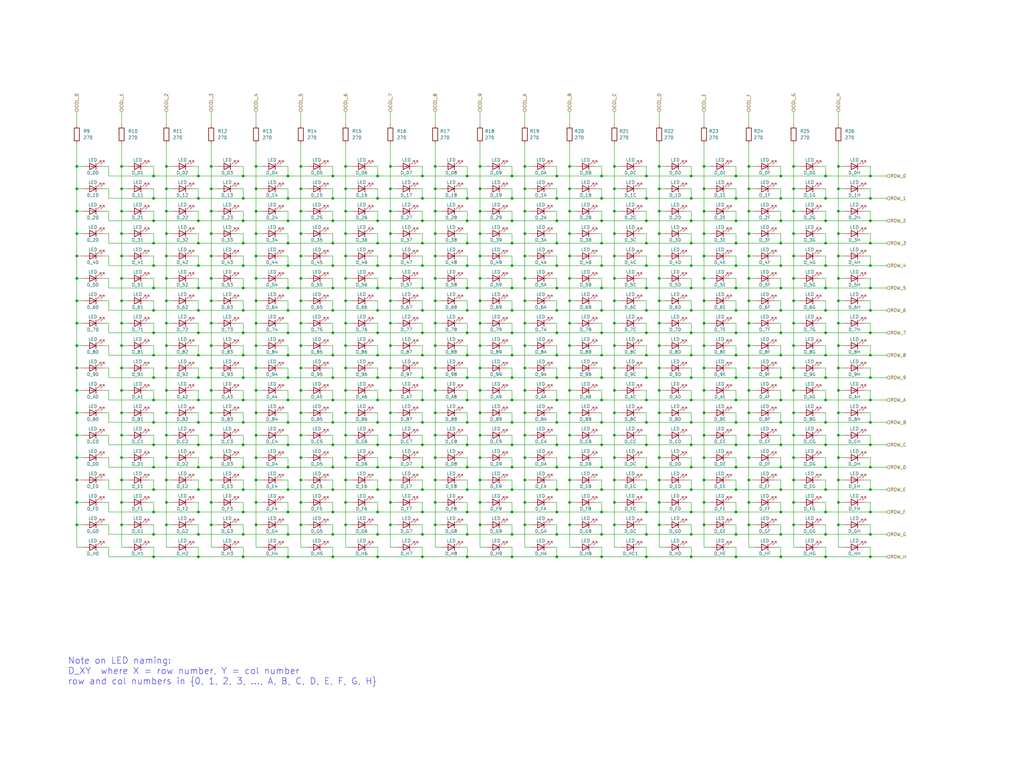
<source format=kicad_sch>
(kicad_sch (version 20250114) (generator "eeschema") (generator_version "9.0")
  (paper "User" 406.4 304.8)
  (text "Note on LED naming:  \nD_XY  where X = row number, Y = col number\nrow and col numbers in {0, 1, 2, 3, ..., A, B, C, D, E, F, G, H}" (at 26.924 266.446 0) (effects (font (size 2.54 2.54)) (justify left)))
  (junction (at 185.42 105.41))
  (junction (at 30.48 208.28))
  (junction (at 78.74 78.74))
  (junction (at 48.26 83.82))
  (junction (at 167.64 212.09))
  (junction (at 60.96 69.85))
  (junction (at 185.42 87.63))
  (junction (at 332.74 190.5))
  (junction (at 114.3 149.86))
  (junction (at 297.18 119.38))
  (junction (at 66.04 190.5))
  (junction (at 220.98 149.86))
  (junction (at 345.44 167.64))
  (junction (at 167.64 114.3))
  (junction (at 220.98 105.41))
  (junction (at 30.48 137.16))
  (junction (at 132.08 158.75))
  (junction (at 309.88 78.74))
  (junction (at 96.52 140.97))
  (junction (at 274.32 185.42))
  (junction (at 149.86 194.31))
  (junction (at 345.44 185.42))
  (junction (at 190.5 101.6))
  (junction (at 83.82 101.6))
  (junction (at 119.38 119.38))
  (junction (at 190.5 190.5))
  (junction (at 332.74 146.05))
  (junction (at 48.26 66.04))
  (junction (at 238.76 140.97))
  (junction (at 203.2 114.3))
  (junction (at 327.66 158.75))
  (junction (at 261.62 74.93))
  (junction (at 274.32 114.3))
  (junction (at 226.06 128.27))
  (junction (at 256.54 123.19))
  (junction (at 297.18 199.39))
  (junction (at 238.76 212.09))
  (junction (at 292.1 132.08))
  (junction (at 238.76 105.41))
  (junction (at 309.88 132.08))
  (junction (at 149.86 149.86))
  (junction (at 167.64 167.64))
  (junction (at 60.96 158.75))
  (junction (at 83.82 163.83))
  (junction (at 96.52 87.63))
  (junction (at 185.42 185.42))
  (junction (at 203.2 87.63))
  (junction (at 149.86 114.3))
  (junction (at 327.66 185.42))
  (junction (at 292.1 78.74))
  (junction (at 203.2 105.41))
  (junction (at 279.4 92.71))
  (junction (at 60.96 105.41))
  (junction (at 172.72 128.27))
  (junction (at 243.84 128.27))
  (junction (at 167.64 96.52))
  (junction (at 154.94 146.05))
  (junction (at 60.96 176.53))
  (junction (at 66.04 146.05))
  (junction (at 137.16 119.38))
  (junction (at 48.26 92.71))
  (junction (at 332.74 137.16))
  (junction (at 154.94 172.72))
  (junction (at 309.88 203.2))
  (junction (at 149.86 167.64))
  (junction (at 96.52 132.08))
  (junction (at 114.3 123.19))
  (junction (at 309.88 69.85))
  (junction (at 309.88 149.86))
  (junction (at 203.2 194.31))
  (junction (at 261.62 110.49))
  (junction (at 137.16 181.61))
  (junction (at 48.26 163.83))
  (junction (at 185.42 140.97))
  (junction (at 132.08 87.63))
  (junction (at 292.1 203.2))
  (junction (at 114.3 185.42))
  (junction (at 66.04 137.16))
  (junction (at 309.88 194.31))
  (junction (at 78.74 194.31))
  (junction (at 48.26 146.05))
  (junction (at 137.16 66.04))
  (junction (at 332.74 199.39))
  (junction (at 279.4 74.93))
  (junction (at 220.98 158.75))
  (junction (at 208.28 119.38))
  (junction (at 332.74 119.38))
  (junction (at 327.66 114.3))
  (junction (at 314.96 172.72))
  (junction (at 132.08 185.42))
  (junction (at 203.2 158.75))
  (junction (at 226.06 92.71))
  (junction (at 190.5 163.83))
  (junction (at 314.96 101.6))
  (junction (at 132.08 176.53))
  (junction (at 190.5 83.82))
  (junction (at 172.72 208.28))
  (junction (at 274.32 78.74))
  (junction (at 345.44 194.31))
  (junction (at 220.98 203.2))
  (junction (at 190.5 146.05))
  (junction (at 30.48 172.72))
  (junction (at 274.32 203.2))
  (junction (at 190.5 208.28))
  (junction (at 172.72 101.6))
  (junction (at 114.3 220.98))
  (junction (at 279.4 146.05))
  (junction (at 274.32 87.63))
  (junction (at 345.44 87.63))
  (junction (at 154.94 199.39))
  (junction (at 261.62 190.5))
  (junction (at 261.62 146.05))
  (junction (at 332.74 101.6))
  (junction (at 327.66 220.98))
  (junction (at 154.94 110.49))
  (junction (at 60.96 114.3))
  (junction (at 274.32 194.31))
  (junction (at 48.26 208.28))
  (junction (at 256.54 105.41))
  (junction (at 238.76 203.2))
  (junction (at 66.04 154.94))
  (junction (at 203.2 96.52))
  (junction (at 48.26 74.93))
  (junction (at 114.3 78.74))
  (junction (at 279.4 119.38))
  (junction (at 292.1 185.42))
  (junction (at 119.38 110.49))
  (junction (at 60.96 220.98))
  (junction (at 60.96 194.31))
  (junction (at 292.1 149.86))
  (junction (at 327.66 123.19))
  (junction (at 114.3 158.75))
  (junction (at 256.54 140.97))
  (junction (at 83.82 172.72))
  (junction (at 327.66 194.31))
  (junction (at 132.08 114.3))
  (junction (at 297.18 66.04))
  (junction (at 137.16 101.6))
  (junction (at 243.84 172.72))
  (junction (at 238.76 132.08))
  (junction (at 154.94 83.82))
  (junction (at 208.28 154.94))
  (junction (at 185.42 158.75))
  (junction (at 154.94 208.28))
  (junction (at 314.96 119.38))
  (junction (at 238.76 123.19))
  (junction (at 190.5 172.72))
  (junction (at 203.2 203.2))
  (junction (at 238.76 194.31))
  (junction (at 297.18 74.93))
  (junction (at 226.06 163.83))
  (junction (at 345.44 114.3))
  (junction (at 119.38 74.93))
  (junction (at 30.48 154.94))
  (junction (at 243.84 83.82))
  (junction (at 297.18 92.71))
  (junction (at 238.76 69.85))
  (junction (at 256.54 212.09))
  (junction (at 345.44 203.2))
  (junction (at 220.98 167.64))
  (junction (at 208.28 110.49))
  (junction (at 208.28 146.05))
  (junction (at 238.76 167.64))
  (junction (at 243.84 163.83))
  (junction (at 226.06 146.05))
  (junction (at 30.48 199.39))
  (junction (at 185.42 194.31))
  (junction (at 256.54 185.42))
  (junction (at 132.08 105.41))
  (junction (at 208.28 128.27))
  (junction (at 172.72 146.05))
  (junction (at 208.28 181.61))
  (junction (at 185.42 176.53))
  (junction (at 256.54 69.85))
  (junction (at 149.86 140.97))
  (junction (at 190.5 154.94))
  (junction (at 256.54 194.31))
  (junction (at 238.76 149.86))
  (junction (at 154.94 101.6))
  (junction (at 101.6 128.27))
  (junction (at 203.2 212.09))
  (junction (at 78.74 114.3))
  (junction (at 243.84 199.39))
  (junction (at 60.96 123.19))
  (junction (at 309.88 114.3))
  (junction (at 101.6 154.94))
  (junction (at 119.38 101.6))
  (junction (at 190.5 74.93))
  (junction (at 220.98 69.85))
  (junction (at 256.54 203.2))
  (junction (at 96.52 185.42))
  (junction (at 190.5 199.39))
  (junction (at 243.84 92.71))
  (junction (at 78.74 220.98))
  (junction (at 332.74 163.83))
  (junction (at 119.38 146.05))
  (junction (at 119.38 128.27))
  (junction (at 172.72 92.71))
  (junction (at 172.72 154.94))
  (junction (at 279.4 66.04))
  (junction (at 96.52 158.75))
  (junction (at 185.42 212.09))
  (junction (at 167.64 194.31))
  (junction (at 149.86 158.75))
  (junction (at 208.28 137.16))
  (junction (at 292.1 123.19))
  (junction (at 208.28 199.39))
  (junction (at 274.32 105.41))
  (junction (at 274.32 220.98))
  (junction (at 96.52 194.31))
  (junction (at 261.62 128.27))
  (junction (at 314.96 83.82))
  (junction (at 274.32 149.86))
  (junction (at 332.74 110.49))
  (junction (at 345.44 132.08))
  (junction (at 83.82 199.39))
  (junction (at 101.6 146.05))
  (junction (at 167.64 132.08))
  (junction (at 78.74 167.64))
  (junction (at 203.2 167.64))
  (junction (at 132.08 220.98))
  (junction (at 96.52 69.85))
  (junction (at 243.84 208.28))
  (junction (at 332.74 74.93))
  (junction (at 327.66 212.09))
  (junction (at 83.82 190.5))
  (junction (at 345.44 78.74))
  (junction (at 119.38 137.16))
  (junction (at 226.06 83.82))
  (junction (at 154.94 66.04))
  (junction (at 96.52 96.52))
  (junction (at 220.98 96.52))
  (junction (at 297.18 163.83))
  (junction (at 208.28 208.28))
  (junction (at 208.28 83.82))
  (junction (at 309.88 158.75))
  (junction (at 203.2 78.74))
  (junction (at 185.42 123.19))
  (junction (at 256.54 149.86))
  (junction (at 297.18 110.49))
  (junction (at 314.96 110.49))
  (junction (at 119.38 154.94))
  (junction (at 297.18 181.61))
  (junction (at 256.54 176.53))
  (junction (at 96.52 123.19))
  (junction (at 114.3 87.63))
  (junction (at 30.48 119.38))
  (junction (at 119.38 208.28))
  (junction (at 149.86 212.09))
  (junction (at 332.74 66.04))
  (junction (at 261.62 66.04))
  (junction (at 172.72 190.5))
  (junction (at 185.42 132.08))
  (junction (at 256.54 78.74))
  (junction (at 332.74 128.27))
  (junction (at 167.64 185.42))
  (junction (at 132.08 140.97))
  (junction (at 220.98 78.74))
  (junction (at 119.38 199.39))
  (junction (at 208.28 163.83))
  (junction (at 149.86 132.08))
  (junction (at 226.06 190.5))
  (junction (at 203.2 123.19))
  (junction (at 274.32 176.53))
  (junction (at 167.64 158.75))
  (junction (at 220.98 212.09))
  (junction (at 48.26 190.5))
  (junction (at 114.3 96.52))
  (junction (at 203.2 185.42))
  (junction (at 238.76 220.98))
  (junction (at 114.3 203.2))
  (junction (at 309.88 212.09))
  (junction (at 83.82 74.93))
  (junction (at 119.38 163.83))
  (junction (at 119.38 83.82))
  (junction (at 83.82 154.94))
  (junction (at 314.96 128.27))
  (junction (at 256.54 132.08))
  (junction (at 314.96 137.16))
  (junction (at 243.84 119.38))
  (junction (at 96.52 212.09))
  (junction (at 154.94 128.27))
  (junction (at 60.96 87.63))
  (junction (at 132.08 123.19))
  (junction (at 149.86 220.98))
  (junction (at 203.2 220.98))
  (junction (at 190.5 128.27))
  (junction (at 279.4 154.94))
  (junction (at 279.4 208.28))
  (junction (at 78.74 185.42))
  (junction (at 66.04 119.38))
  (junction (at 149.86 69.85))
  (junction (at 78.74 176.53))
  (junction (at 208.28 92.71))
  (junction (at 226.06 119.38))
  (junction (at 274.32 123.19))
  (junction (at 114.3 69.85))
  (junction (at 172.72 199.39))
  (junction (at 345.44 212.09))
  (junction (at 101.6 208.28))
  (junction (at 220.98 132.08))
  (junction (at 78.74 132.08))
  (junction (at 327.66 132.08))
  (junction (at 238.76 185.42))
  (junction (at 279.4 172.72))
  (junction (at 137.16 128.27))
  (junction (at 78.74 123.19))
  (junction (at 167.64 69.85))
  (junction (at 297.18 172.72))
  (junction (at 332.74 154.94))
  (junction (at 30.48 190.5))
  (junction (at 66.04 163.83))
  (junction (at 48.26 154.94))
  (junction (at 101.6 172.72))
  (junction (at 297.18 137.16))
  (junction (at 314.96 154.94))
  (junction (at 292.1 220.98))
  (junction (at 83.82 83.82))
  (junction (at 48.26 137.16))
  (junction (at 327.66 96.52))
  (junction (at 314.96 163.83))
  (junction (at 208.28 190.5))
  (junction (at 203.2 140.97))
  (junction (at 132.08 132.08))
  (junction (at 83.82 181.61))
  (junction (at 101.6 110.49))
  (junction (at 154.94 154.94))
  (junction (at 30.48 101.6))
  (junction (at 154.94 181.61))
  (junction (at 208.28 172.72))
  (junction (at 238.76 176.53))
  (junction (at 256.54 220.98))
  (junction (at 78.74 212.09))
  (junction (at 314.96 181.61))
  (junction (at 101.6 190.5))
  (junction (at 137.16 154.94))
  (junction (at 60.96 96.52))
  (junction (at 279.4 163.83))
  (junction (at 243.84 101.6))
  (junction (at 220.98 87.63))
  (junction (at 243.84 190.5))
  (junction (at 48.26 101.6))
  (junction (at 292.1 140.97))
  (junction (at 297.18 128.27))
  (junction (at 167.64 149.86))
  (junction (at 327.66 87.63))
  (junction (at 185.42 78.74))
  (junction (at 149.86 176.53))
  (junction (at 167.64 203.2))
  (junction (at 119.38 92.71))
  (junction (at 314.96 92.71))
  (junction (at 332.74 208.28))
  (junction (at 274.32 140.97))
  (junction (at 172.72 110.49))
  (junction (at 137.16 110.49))
  (junction (at 327.66 203.2))
  (junction (at 226.06 172.72))
  (junction (at 66.04 74.93))
  (junction (at 274.32 69.85))
  (junction (at 132.08 78.74))
  (junction (at 309.88 167.64))
  (junction (at 261.62 163.83))
  (junction (at 172.72 74.93))
  (junction (at 132.08 203.2))
  (junction (at 78.74 149.86))
  (junction (at 137.16 146.05))
  (junction (at 309.88 96.52))
  (junction (at 190.5 137.16))
  (junction (at 154.94 163.83))
  (junction (at 292.1 194.31))
  (junction (at 30.48 92.71))
  (junction (at 101.6 119.38))
  (junction (at 149.86 123.19))
  (junction (at 238.76 114.3))
  (junction (at 66.04 199.39))
  (junction (at 226.06 199.39))
  (junction (at 60.96 78.74))
  (junction (at 314.96 190.5))
  (junction (at 261.62 199.39))
  (junction (at 279.4 101.6))
  (junction (at 137.16 92.71))
  (junction (at 226.06 110.49))
  (junction (at 261.62 181.61))
  (junction (at 238.76 158.75))
  (junction (at 149.86 96.52))
  (junction (at 154.94 92.71))
  (junction (at 243.84 154.94))
  (junction (at 309.88 123.19))
  (junction (at 327.66 140.97))
  (junction (at 185.42 167.64))
  (junction (at 114.3 176.53))
  (junction (at 132.08 96.52))
  (junction (at 60.96 203.2))
  (junction (at 203.2 132.08))
  (junction (at 297.18 146.05))
  (junction (at 137.16 208.28))
  (junction (at 83.82 92.71))
  (junction (at 292.1 114.3))
  (junction (at 114.3 212.09))
  (junction (at 292.1 69.85))
  (junction (at 274.32 158.75))
  (junction (at 101.6 92.71))
  (junction (at 220.98 123.19))
  (junction (at 119.38 190.5))
  (junction (at 203.2 69.85))
  (junction (at 297.18 83.82))
  (junction (at 167.64 78.74))
  (junction (at 226.06 74.93))
  (junction (at 119.38 172.72))
  (junction (at 119.38 181.61))
  (junction (at 78.74 140.97))
  (junction (at 274.32 212.09))
  (junction (at 345.44 140.97))
  (junction (at 66.04 66.04))
  (junction (at 327.66 69.85))
  (junction (at 274.32 167.64))
  (junction (at 167.64 87.63))
  (junction (at 314.96 66.04))
  (junction (at 238.76 87.63))
  (junction (at 279.4 181.61))
  (junction (at 96.52 167.64))
  (junction (at 30.48 163.83))
  (junction (at 149.86 185.42))
  (junction (at 292.1 176.53))
  (junction (at 172.72 181.61))
  (junction (at 345.44 123.19))
  (junction (at 309.88 176.53))
  (junction (at 101.6 163.83))
  (junction (at 96.52 114.3))
  (junction (at 345.44 158.75))
  (junction (at 314.96 146.05))
  (junction (at 114.3 140.97))
  (junction (at 297.18 154.94))
  (junction (at 190.5 92.71))
  (junction (at 345.44 149.86))
  (junction (at 78.74 87.63))
  (junction (at 137.16 190.5))
  (junction (at 309.88 105.41))
  (junction (at 185.42 69.85))
  (junction (at 66.04 172.72))
  (junction (at 101.6 181.61))
  (junction (at 274.32 132.08))
  (junction (at 292.1 87.63))
  (junction (at 101.6 66.04))
  (junction (at 297.18 208.28))
  (junction (at 96.52 203.2))
  (junction (at 226.06 66.04))
  (junction (at 279.4 128.27))
  (junction (at 190.5 181.61))
  (junction (at 208.28 66.04))
  (junction (at 226.06 137.16))
  (junction (at 274.32 96.52))
  (junction (at 279.4 190.5))
  (junction (at 261.62 119.38))
  (junction (at 30.48 83.82))
  (junction (at 30.48 110.49))
  (junction (at 261.62 154.94))
  (junction (at 279.4 137.16))
  (junction (at 96.52 176.53))
  (junction (at 114.3 105.41))
  (junction (at 114.3 114.3))
  (junction (at 149.86 105.41))
  (junction (at 66.04 110.49))
  (junction (at 48.26 172.72))
  (junction (at 83.82 66.04))
  (junction (at 208.28 101.6))
  (junction (at 30.48 66.04))
  (junction (at 256.54 158.75))
  (junction (at 101.6 101.6))
  (junction (at 243.84 137.16))
  (junction (at 30.48 181.61))
  (junction (at 101.6 74.93))
  (junction (at 243.84 74.93))
  (junction (at 172.72 83.82))
  (junction (at 137.16 163.83))
  (junction (at 167.64 123.19))
  (junction (at 167.64 140.97))
  (junction (at 101.6 83.82))
  (junction (at 297.18 101.6))
  (junction (at 226.06 181.61))
  (junction (at 154.94 190.5))
  (junction (at 327.66 149.86))
  (junction (at 48.26 181.61))
  (junction (at 185.42 220.98))
  (junction (at 292.1 96.52))
  (junction (at 190.5 66.04))
  (junction (at 114.3 194.31))
  (junction (at 137.16 199.39))
  (junction (at 345.44 105.41))
  (junction (at 345.44 176.53))
  (junction (at 309.88 185.42))
  (junction (at 66.04 92.71))
  (junction (at 220.98 114.3))
  (junction (at 119.38 66.04))
  (junction (at 345.44 96.52))
  (junction (at 114.3 167.64))
  (junction (at 66.04 83.82))
  (junction (at 78.74 69.85))
  (junction (at 83.82 146.05))
  (junction (at 167.64 105.41))
  (junction (at 132.08 194.31))
  (junction (at 292.1 167.64))
  (junction (at 66.04 128.27))
  (junction (at 292.1 105.41))
  (junction (at 137.16 137.16))
  (junction (at 185.42 114.3))
  (junction (at 66.04 181.61))
  (junction (at 203.2 176.53))
  (junction (at 208.28 74.93))
  (junction (at 78.74 158.75))
  (junction (at 172.72 137.16))
  (junction (at 172.72 119.38))
  (junction (at 137.16 74.93))
  (junction (at 167.64 220.98))
  (junction (at 137.16 172.72))
  (junction (at 226.06 101.6))
  (junction (at 327.66 176.53))
  (junction (at 154.94 137.16))
  (junction (at 60.96 149.86))
  (junction (at 172.72 163.83))
  (junction (at 309.88 87.63))
  (junction (at 154.94 119.38))
  (junction (at 332.74 83.82))
  (junction (at 132.08 212.09))
  (junction (at 78.74 105.41))
  (junction (at 172.72 172.72))
  (junction (at 96.52 149.86))
  (junction (at 292.1 158.75))
  (junction (at 132.08 167.64))
  (junction (at 243.84 110.49))
  (junction (at 30.48 74.93))
  (junction (at 30.48 128.27))
  (junction (at 132.08 149.86))
  (junction (at 83.82 119.38))
  (junction (at 261.62 92.71))
  (junction (at 78.74 96.52))
  (junction (at 185.42 149.86))
  (junction (at 66.04 101.6))
  (junction (at 114.3 132.08))
  (junction (at 203.2 149.86))
  (junction (at 220.98 194.31))
  (junction (at 78.74 203.2))
  (junction (at 261.62 101.6))
  (junction (at 190.5 119.38))
  (junction (at 137.16 83.82))
  (junction (at 66.04 208.28))
  (junction (at 256.54 167.64))
  (junction (at 96.52 105.41))
  (junction (at 243.84 146.05))
  (junction (at 60.96 185.42))
  (junction (at 238.76 78.74))
  (junction (at 96.52 78.74))
  (junction (at 256.54 87.63))
  (junction (at 149.86 78.74))
  (junction (at 185.42 203.2))
  (junction (at 332.74 172.72))
  (junction (at 279.4 110.49))
  (junction (at 220.98 185.42))
  (junction (at 154.94 74.93))
  (junction (at 167.64 176.53))
  (junction (at 60.96 140.97))
  (junction (at 261.62 83.82))
  (junction (at 101.6 199.39))
  (junction (at 332.74 92.71))
  (junction (at 314.96 208.28))
  (junction (at 149.86 87.63))
  (junction (at 314.96 74.93))
  (junction (at 327.66 105.41))
  (junction (at 332.74 181.61))
  (junction (at 261.62 137.16))
  (junction (at 60.96 212.09))
  (junction (at 185.42 96.52))
  (junction (at 292.1 212.09))
  (junction (at 83.82 208.28))
  (junction (at 261.62 208.28))
  (junction (at 243.84 181.61))
  (junction (at 220.98 220.98))
  (junction (at 30.48 146.05))
  (junction (at 309.88 220.98))
  (junction (at 96.52 220.98))
  (junction (at 149.86 203.2))
  (junction (at 220.98 176.53))
  (junction (at 327.66 167.64))
  (junction (at 345.44 220.98))
  (junction (at 238.76 96.52))
  (junction (at 226.06 154.94))
  (junction (at 83.82 110.49))
  (junction (at 314.96 199.39))
  (junction (at 261.62 172.72))
  (junction (at 60.96 167.64))
  (junction (at 309.88 140.97))
  (junction (at 48.26 110.49))
  (junction (at 48.26 128.27))
  (junction (at 132.08 69.85))
  (junction (at 101.6 137.16))
  (junction (at 220.98 140.97))
  (junction (at 83.82 128.27))
  (junction (at 279.4 199.39))
  (junction (at 279.4 83.82))
  (junction (at 48.26 119.38))
  (junction (at 48.26 199.39))
  (junction (at 60.96 132.08))
  (junction (at 226.06 208.28))
  (junction (at 297.18 190.5))
  (junction (at 256.54 96.52))
  (junction (at 327.66 78.74))
  (junction (at 345.44 69.85))
  (junction (at 83.82 137.16))
  (junction (at 172.72 66.04))
  (junction (at 256.54 114.3))
  (junction (at 190.5 110.49))
  (junction (at 243.84 66.04))
  (wire (pts (xy 208.28 190.5) (xy 208.28 199.39)))
  (wire (pts (xy 185.42 163.83) (xy 185.42 167.64)))
  (wire (pts (xy 228.6 199.39) (xy 226.06 199.39)))
  (wire (pts (xy 149.86 128.27) (xy 149.86 132.08)))
  (wire (pts (xy 203.2 176.53) (xy 220.98 176.53)))
  (wire (pts (xy 43.18 149.86) (xy 60.96 149.86)))
  (wire (pts (xy 96.52 110.49) (xy 93.98 110.49)))
  (wire (pts (xy 104.14 146.05) (xy 101.6 146.05)))
  (wire (pts (xy 203.2 149.86) (xy 220.98 149.86)))
  (wire (pts (xy 292.1 208.28) (xy 289.56 208.28)))
  (wire (pts (xy 327.66 128.27) (xy 325.12 128.27)))
  (wire (pts (xy 48.26 154.94) (xy 48.26 163.83)))
  (wire (pts (xy 332.74 146.05) (xy 332.74 154.94)))
  (wire (pts (xy 274.32 212.09) (xy 292.1 212.09)))
  (wire (pts (xy 220.98 101.6) (xy 218.44 101.6)))
  (wire (pts (xy 274.32 194.31) (xy 292.1 194.31)))
  (wire (pts (xy 86.36 154.94) (xy 83.82 154.94)))
  (wire (pts (xy 96.52 128.27) (xy 96.52 132.08)))
  (wire (pts (xy 114.3 128.27) (xy 111.76 128.27)))
  (wire (pts (xy 172.72 92.71) (xy 172.72 101.6)))
  (wire (pts (xy 96.52 167.64) (xy 114.3 167.64)))
  (wire (pts (xy 228.6 92.71) (xy 226.06 92.71)))
  (wire (pts (xy 274.32 208.28) (xy 274.32 212.09)))
  (wire (pts (xy 78.74 220.98) (xy 96.52 220.98)))
  (wire (pts (xy 210.82 128.27) (xy 208.28 128.27)))
  (wire (pts (xy 256.54 96.52) (xy 274.32 96.52)))
  (wire (pts (xy 149.86 83.82) (xy 149.86 87.63)))
  (wire (pts (xy 96.52 154.94) (xy 93.98 154.94)))
  (wire (pts (xy 66.04 172.72) (xy 66.04 181.61)))
  (wire (pts (xy 345.44 69.85) (xy 351.79 69.85)))
  (wire (pts (xy 203.2 96.52) (xy 220.98 96.52)))
  (wire (pts (xy 309.88 163.83) (xy 307.34 163.83)))
  (wire (pts (xy 33.02 119.38) (xy 30.48 119.38)))
  (wire (pts (xy 203.2 199.39) (xy 200.66 199.39)))
  (wire (pts (xy 345.44 140.97) (xy 351.79 140.97)))
  (wire (pts (xy 292.1 101.6) (xy 292.1 105.41)))
  (wire (pts (xy 264.16 137.16) (xy 261.62 137.16)))
  (wire (pts (xy 132.08 92.71) (xy 132.08 96.52)))
  (wire (pts (xy 78.74 74.93) (xy 78.74 78.74)))
  (wire (pts (xy 238.76 185.42) (xy 256.54 185.42)))
  (wire (pts (xy 220.98 172.72) (xy 218.44 172.72)))
  (wire (pts (xy 167.64 137.16) (xy 165.1 137.16)))
  (wire (pts (xy 274.32 217.17) (xy 271.78 217.17)))
  (wire (pts (xy 226.06 190.5) (xy 226.06 199.39)))
  (wire (pts (xy 243.84 92.71) (xy 243.84 101.6)))
  (wire (pts (xy 317.5 66.04) (xy 314.96 66.04)))
  (wire (pts (xy 149.86 208.28) (xy 147.32 208.28)))
  (wire (pts (xy 175.26 110.49) (xy 172.72 110.49)))
  (wire (pts (xy 274.32 181.61) (xy 271.78 181.61)))
  (wire (pts (xy 185.42 181.61) (xy 182.88 181.61)))
  (wire (pts (xy 60.96 220.98) (xy 78.74 220.98)))
  (wire (pts (xy 220.98 190.5) (xy 218.44 190.5)))
  (wire (pts (xy 137.16 44.45) (xy 137.16 49.53)))
  (wire (pts (xy 203.2 78.74) (xy 220.98 78.74)))
  (wire (pts (xy 30.48 57.15) (xy 30.48 66.04)))
  (wire (pts (xy 137.16 154.94) (xy 137.16 163.83)))
  (wire (pts (xy 185.42 105.41) (xy 203.2 105.41)))
  (wire (pts (xy 238.76 74.93) (xy 238.76 78.74)))
  (wire (pts (xy 60.96 69.85) (xy 78.74 69.85)))
  (wire (pts (xy 345.44 128.27) (xy 345.44 132.08)))
  (wire (pts (xy 292.1 172.72) (xy 292.1 176.53)))
  (wire (pts (xy 220.98 190.5) (xy 220.98 194.31)))
  (wire (pts (xy 228.6 128.27) (xy 226.06 128.27)))
  (wire (pts (xy 167.64 69.85) (xy 185.42 69.85)))
  (wire (pts (xy 101.6 128.27) (xy 101.6 137.16)))
  (wire (pts (xy 50.8 92.71) (xy 48.26 92.71)))
  (wire (pts (xy 238.76 149.86) (xy 256.54 149.86)))
  (wire (pts (xy 327.66 137.16) (xy 327.66 140.97)))
  (wire (pts (xy 83.82 190.5) (xy 83.82 199.39)))
  (wire (pts (xy 96.52 69.85) (xy 114.3 69.85)))
  (wire (pts (xy 96.52 163.83) (xy 96.52 167.64)))
  (wire (pts (xy 121.92 119.38) (xy 119.38 119.38)))
  (wire (pts (xy 246.38 217.17) (xy 243.84 217.17)))
  (wire (pts (xy 292.1 96.52) (xy 309.88 96.52)))
  (wire (pts (xy 50.8 128.27) (xy 48.26 128.27)))
  (wire (pts (xy 274.32 66.04) (xy 271.78 66.04)))
  (wire (pts (xy 281.94 181.61) (xy 279.4 181.61)))
  (wire (pts (xy 121.92 146.05) (xy 119.38 146.05)))
  (wire (pts (xy 96.52 217.17) (xy 93.98 217.17)))
  (wire (pts (xy 309.88 181.61) (xy 309.88 185.42)))
  (wire (pts (xy 220.98 176.53) (xy 238.76 176.53)))
  (wire (pts (xy 297.18 199.39) (xy 297.18 208.28)))
  (wire (pts (xy 238.76 199.39) (xy 236.22 199.39)))
  (wire (pts (xy 292.1 185.42) (xy 309.88 185.42)))
  (wire (pts (xy 243.84 190.5) (xy 243.84 199.39)))
  (wire (pts (xy 256.54 66.04) (xy 254 66.04)))
  (wire (pts (xy 60.96 110.49) (xy 60.96 114.3)))
  (wire (pts (xy 60.96 132.08) (xy 78.74 132.08)))
  (wire (pts (xy 78.74 83.82) (xy 76.2 83.82)))
  (wire (pts (xy 279.4 181.61) (xy 279.4 190.5)))
  (wire (pts (xy 327.66 119.38) (xy 327.66 123.19)))
  (wire (pts (xy 43.18 176.53) (xy 60.96 176.53)))
  (wire (pts (xy 78.74 66.04) (xy 78.74 69.85)))
  (wire (pts (xy 203.2 66.04) (xy 203.2 69.85)))
  (wire (pts (xy 292.1 217.17) (xy 289.56 217.17)))
  (wire (pts (xy 167.64 220.98) (xy 185.42 220.98)))
  (wire (pts (xy 243.84 199.39) (xy 243.84 208.28)))
  (wire (pts (xy 101.6 83.82) (xy 101.6 92.71)))
  (wire (pts (xy 281.94 199.39) (xy 279.4 199.39)))
  (wire (pts (xy 114.3 78.74) (xy 132.08 78.74)))
  (wire (pts (xy 220.98 137.16) (xy 220.98 140.97)))
  (wire (pts (xy 309.88 110.49) (xy 307.34 110.49)))
  (wire (pts (xy 345.44 208.28) (xy 342.9 208.28)))
  (wire (pts (xy 238.76 132.08) (xy 256.54 132.08)))
  (wire (pts (xy 226.06 181.61) (xy 226.06 190.5)))
  (wire (pts (xy 132.08 66.04) (xy 132.08 69.85)))
  (wire (pts (xy 167.64 208.28) (xy 167.64 212.09)))
  (wire (pts (xy 119.38 181.61) (xy 119.38 190.5)))
  (wire (pts (xy 327.66 217.17) (xy 327.66 220.98)))
  (wire (pts (xy 297.18 172.72) (xy 297.18 181.61)))
  (wire (pts (xy 238.76 83.82) (xy 238.76 87.63)))
  (wire (pts (xy 60.96 92.71) (xy 58.42 92.71)))
  (wire (pts (xy 119.38 92.71) (xy 119.38 101.6)))
  (wire (pts (xy 149.86 185.42) (xy 167.64 185.42)))
  (wire (pts (xy 114.3 101.6) (xy 111.76 101.6)))
  (wire (pts (xy 327.66 74.93) (xy 327.66 78.74)))
  (wire (pts (xy 203.2 154.94) (xy 203.2 158.75)))
  (wire (pts (xy 256.54 137.16) (xy 256.54 140.97)))
  (wire (pts (xy 292.1 146.05) (xy 292.1 149.86)))
  (wire (pts (xy 238.76 128.27) (xy 238.76 132.08)))
  (wire (pts (xy 114.3 132.08) (xy 132.08 132.08)))
  (wire (pts (xy 167.64 163.83) (xy 167.64 167.64)))
  (wire (pts (xy 33.02 137.16) (xy 30.48 137.16)))
  (wire (pts (xy 299.72 110.49) (xy 297.18 110.49)))
  (wire (pts (xy 190.5 154.94) (xy 190.5 163.83)))
  (wire (pts (xy 332.74 128.27) (xy 332.74 137.16)))
  (wire (pts (xy 96.52 185.42) (xy 114.3 185.42)))
  (wire (pts (xy 297.18 128.27) (xy 297.18 137.16)))
  (wire (pts (xy 345.44 220.98) (xy 351.79 220.98)))
  (wire (pts (xy 309.88 167.64) (xy 327.66 167.64)))
  (wire (pts (xy 327.66 190.5) (xy 327.66 194.31)))
  (wire (pts (xy 60.96 119.38) (xy 60.96 123.19)))
  (wire (pts (xy 132.08 217.17) (xy 132.08 220.98)))
  (wire (pts (xy 256.54 87.63) (xy 274.32 87.63)))
  (wire (pts (xy 96.52 119.38) (xy 96.52 123.19)))
  (wire (pts (xy 149.86 181.61) (xy 147.32 181.61)))
  (wire (pts (xy 78.74 185.42) (xy 96.52 185.42)))
  (wire (pts (xy 114.3 66.04) (xy 111.76 66.04)))
  (wire (pts (xy 68.58 154.94) (xy 66.04 154.94)))
  (wire (pts (xy 193.04 74.93) (xy 190.5 74.93)))
  (wire (pts (xy 203.2 217.17) (xy 203.2 220.98)))
  (wire (pts (xy 299.72 101.6) (xy 297.18 101.6)))
  (wire (pts (xy 335.28 163.83) (xy 332.74 163.83)))
  (wire (pts (xy 292.1 92.71) (xy 292.1 96.52)))
  (wire (pts (xy 274.32 83.82) (xy 271.78 83.82)))
  (wire (pts (xy 43.18 146.05) (xy 40.64 146.05)))
  (wire (pts (xy 139.7 119.38) (xy 137.16 119.38)))
  (wire (pts (xy 154.94 208.28) (xy 154.94 217.17)))
  (wire (pts (xy 345.44 74.93) (xy 342.9 74.93)))
  (wire (pts (xy 157.48 217.17) (xy 154.94 217.17)))
  (wire (pts (xy 309.88 69.85) (xy 327.66 69.85)))
  (wire (pts (xy 256.54 181.61) (xy 254 181.61)))
  (wire (pts (xy 121.92 74.93) (xy 119.38 74.93)))
  (wire (pts (xy 86.36 181.61) (xy 83.82 181.61)))
  (wire (pts (xy 119.38 101.6) (xy 119.38 110.49)))
  (wire (pts (xy 256.54 119.38) (xy 254 119.38)))
  (wire (pts (xy 172.72 83.82) (xy 172.72 92.71)))
  (wire (pts (xy 226.06 57.15) (xy 226.06 66.04)))
  (wire (pts (xy 114.3 83.82) (xy 114.3 87.63)))
  (wire (pts (xy 96.52 74.93) (xy 93.98 74.93)))
  (wire (pts (xy 167.64 87.63) (xy 185.42 87.63)))
  (wire (pts (xy 78.74 140.97) (xy 96.52 140.97)))
  (wire (pts (xy 292.1 190.5) (xy 289.56 190.5)))
  (wire (pts (xy 220.98 217.17) (xy 218.44 217.17)))
  (wire (pts (xy 292.1 220.98) (xy 309.88 220.98)))
  (wire (pts (xy 78.74 132.08) (xy 96.52 132.08)))
  (wire (pts (xy 68.58 172.72) (xy 66.04 172.72)))
  (wire (pts (xy 274.32 217.17) (xy 274.32 220.98)))
  (wire (pts (xy 256.54 217.17) (xy 254 217.17)))
  (wire (pts (xy 238.76 83.82) (xy 236.22 83.82)))
  (wire (pts (xy 185.42 140.97) (xy 203.2 140.97)))
  (wire (pts (xy 190.5 83.82) (xy 190.5 92.71)))
  (wire (pts (xy 190.5 66.04) (xy 190.5 74.93)))
  (wire (pts (xy 101.6 92.71) (xy 101.6 101.6)))
  (wire (pts (xy 292.1 110.49) (xy 292.1 114.3)))
  (wire (pts (xy 226.06 137.16) (xy 226.06 146.05)))
  (wire (pts (xy 314.96 181.61) (xy 314.96 190.5)))
  (wire (pts (xy 292.1 123.19) (xy 309.88 123.19)))
  (wire (pts (xy 86.36 74.93) (xy 83.82 74.93)))
  (wire (pts (xy 50.8 119.38) (xy 48.26 119.38)))
  (wire (pts (xy 274.32 163.83) (xy 274.32 167.64)))
  (wire (pts (xy 317.5 208.28) (xy 314.96 208.28)))
  (wire (pts (xy 264.16 146.05) (xy 261.62 146.05)))
  (wire (pts (xy 60.96 137.16) (xy 60.96 140.97)))
  (wire (pts (xy 327.66 194.31) (xy 345.44 194.31)))
  (wire (pts (xy 246.38 181.61) (xy 243.84 181.61)))
  (wire (pts (xy 238.76 217.17) (xy 238.76 220.98)))
  (wire (pts (xy 185.42 176.53) (xy 203.2 176.53)))
  (wire (pts (xy 190.5 119.38) (xy 190.5 128.27)))
  (wire (pts (xy 149.86 92.71) (xy 149.86 96.52)))
  (wire (pts (xy 132.08 101.6) (xy 129.54 101.6)))
  (wire (pts (xy 193.04 66.04) (xy 190.5 66.04)))
  (wire (pts (xy 208.28 110.49) (xy 208.28 119.38)))
  (wire (pts (xy 50.8 172.72) (xy 48.26 172.72)))
  (wire (pts (xy 175.26 137.16) (xy 172.72 137.16)))
  (wire (pts (xy 175.26 128.27) (xy 172.72 128.27)))
  (wire (pts (xy 48.26 190.5) (xy 48.26 199.39)))
  (wire (pts (xy 279.4 66.04) (xy 279.4 74.93)))
  (wire (pts (xy 238.76 123.19) (xy 256.54 123.19)))
  (wire (pts (xy 292.1 181.61) (xy 289.56 181.61)))
  (wire (pts (xy 149.86 181.61) (xy 149.86 185.42)))
  (wire (pts (xy 256.54 83.82) (xy 256.54 87.63)))
  (wire (pts (xy 172.72 101.6) (xy 172.72 110.49)))
  (wire (pts (xy 279.4 199.39) (xy 279.4 208.28)))
  (wire (pts (xy 314.96 101.6) (xy 314.96 110.49)))
  (wire (pts (xy 203.2 132.08) (xy 220.98 132.08)))
  (wire (pts (xy 167.64 110.49) (xy 165.1 110.49)))
  (wire (pts (xy 185.42 199.39) (xy 185.42 203.2)))
  (wire (pts (xy 238.76 92.71) (xy 236.22 92.71)))
  (wire (pts (xy 274.32 146.05) (xy 274.32 149.86)))
  (wire (pts (xy 167.64 74.93) (xy 167.64 78.74)))
  (wire (pts (xy 274.32 132.08) (xy 292.1 132.08)))
  (wire (pts (xy 185.42 212.09) (xy 203.2 212.09)))
  (wire (pts (xy 175.26 217.17) (xy 172.72 217.17)))
  (wire (pts (xy 256.54 137.16) (xy 254 137.16)))
  (wire (pts (xy 327.66 149.86) (xy 345.44 149.86)))
  (wire (pts (xy 220.98 110.49) (xy 220.98 114.3)))
  (wire (pts (xy 256.54 119.38) (xy 256.54 123.19)))
  (wire (pts (xy 345.44 154.94) (xy 342.9 154.94)))
  (wire (pts (xy 314.96 172.72) (xy 314.96 181.61)))
  (wire (pts (xy 220.98 74.93) (xy 220.98 78.74)))
  (wire (pts (xy 33.02 110.49) (xy 30.48 110.49)))
  (wire (pts (xy 167.64 190.5) (xy 167.64 194.31)))
  (wire (pts (xy 96.52 208.28) (xy 96.52 212.09)))
  (wire (pts (xy 132.08 69.85) (xy 149.86 69.85)))
  (wire (pts (xy 238.76 74.93) (xy 236.22 74.93)))
  (wire (pts (xy 30.48 110.49) (xy 30.48 119.38)))
  (wire (pts (xy 203.2 123.19) (xy 220.98 123.19)))
  (wire (pts (xy 332.74 57.15) (xy 332.74 66.04)))
  (wire (pts (xy 309.88 132.08) (xy 327.66 132.08)))
  (wire (pts (xy 50.8 101.6) (xy 48.26 101.6)))
  (wire (pts (xy 220.98 83.82) (xy 218.44 83.82)))
  (wire (pts (xy 190.5 110.49) (xy 190.5 119.38)))
  (wire (pts (xy 149.86 172.72) (xy 147.32 172.72)))
  (wire (pts (xy 208.28 101.6) (xy 208.28 110.49)))
  (wire (pts (xy 274.32 110.49) (xy 274.32 114.3)))
  (wire (pts (xy 238.76 146.05) (xy 236.22 146.05)))
  (wire (pts (xy 274.32 154.94) (xy 271.78 154.94)))
  (wire (pts (xy 132.08 220.98) (xy 149.86 220.98)))
  (wire (pts (xy 309.88 190.5) (xy 307.34 190.5)))
  (wire (pts (xy 256.54 181.61) (xy 256.54 185.42)))
  (wire (pts (xy 299.72 119.38) (xy 297.18 119.38)))
  (wire (pts (xy 48.26 74.93) (xy 48.26 83.82)))
  (wire (pts (xy 132.08 110.49) (xy 129.54 110.49)))
  (wire (pts (xy 114.3 101.6) (xy 114.3 105.41)))
  (wire (pts (xy 48.26 208.28) (xy 50.8 208.28)))
  (wire (pts (xy 60.96 208.28) (xy 58.42 208.28)))
  (wire (pts (xy 149.86 220.98) (xy 167.64 220.98)))
  (wire (pts (xy 345.44 217.17) (xy 342.9 217.17)))
  (wire (pts (xy 172.72 146.05) (xy 172.72 154.94)))
  (wire (pts (xy 335.28 217.17) (xy 332.74 217.17)))
  (wire (pts (xy 243.84 163.83) (xy 243.84 172.72)))
  (wire (pts (xy 33.02 154.94) (xy 30.48 154.94)))
  (wire (pts (xy 210.82 172.72) (xy 208.28 172.72)))
  (wire (pts (xy 210.82 190.5) (xy 208.28 190.5)))
  (wire (pts (xy 185.42 149.86) (xy 203.2 149.86)))
  (wire (pts (xy 238.76 119.38) (xy 236.22 119.38)))
  (wire (pts (xy 30.48 92.71) (xy 30.48 101.6)))
  (wire (pts (xy 96.52 83.82) (xy 96.52 87.63)))
  (wire (pts (xy 167.64 128.27) (xy 165.1 128.27)))
  (wire (pts (xy 167.64 149.86) (xy 185.42 149.86)))
  (wire (pts (xy 78.74 212.09) (xy 96.52 212.09)))
  (wire (pts (xy 132.08 66.04) (xy 129.54 66.04)))
  (wire (pts (xy 327.66 163.83) (xy 327.66 167.64)))
  (wire (pts (xy 309.88 217.17) (xy 309.88 220.98)))
  (wire (pts (xy 210.82 154.94) (xy 208.28 154.94)))
  (wire (pts (xy 132.08 163.83) (xy 129.54 163.83)))
  (wire (pts (xy 43.18 132.08) (xy 60.96 132.08)))
  (wire (pts (xy 317.5 190.5) (xy 314.96 190.5)))
  (wire (pts (xy 114.3 199.39) (xy 114.3 203.2)))
  (wire (pts (xy 203.2 83.82) (xy 200.66 83.82)))
  (wire (pts (xy 43.18 217.17) (xy 40.64 217.17)))
  (wire (pts (xy 327.66 69.85) (xy 345.44 69.85)))
  (wire (pts (xy 149.86 194.31) (xy 167.64 194.31)))
  (wire (pts (xy 60.96 105.41) (xy 78.74 105.41)))
  (wire (pts (xy 114.3 172.72) (xy 111.76 172.72)))
  (wire (pts (xy 345.44 114.3) (xy 351.79 114.3)))
  (wire (pts (xy 60.96 101.6) (xy 60.96 105.41)))
  (wire (pts (xy 220.98 66.04) (xy 220.98 69.85)))
  (wire (pts (xy 256.54 110.49) (xy 256.54 114.3)))
  (wire (pts (xy 274.32 137.16) (xy 274.32 140.97)))
  (wire (pts (xy 274.32 92.71) (xy 271.78 92.71)))
  (wire (pts (xy 43.18 101.6) (xy 43.18 105.41)))
  (wire (pts (xy 101.6 137.16) (xy 101.6 146.05)))
  (wire (pts (xy 167.64 172.72) (xy 165.1 172.72)))
  (wire (pts (xy 264.16 66.04) (xy 261.62 66.04)))
  (wire (pts (xy 345.44 92.71) (xy 345.44 96.52)))
  (wire (pts (xy 210.82 66.04) (xy 208.28 66.04)))
  (wire (pts (xy 345.44 110.49) (xy 345.44 114.3)))
  (wire (pts (xy 238.76 212.09) (xy 256.54 212.09)))
  (wire (pts (xy 261.62 83.82) (xy 261.62 92.71)))
  (wire (pts (xy 335.28 190.5) (xy 332.74 190.5)))
  (wire (pts (xy 172.72 190.5) (xy 172.72 199.39)))
  (wire (pts (xy 246.38 146.05) (xy 243.84 146.05)))
  (wire (pts (xy 78.74 119.38) (xy 76.2 119.38)))
  (wire (pts (xy 299.72 128.27) (xy 297.18 128.27)))
  (wire (pts (xy 261.62 119.38) (xy 261.62 128.27)))
  (wire (pts (xy 327.66 110.49) (xy 325.12 110.49)))
  (wire (pts (xy 121.92 199.39) (xy 119.38 199.39)))
  (wire (pts (xy 68.58 83.82) (xy 66.04 83.82)))
  (wire (pts (xy 83.82 172.72) (xy 83.82 181.61)))
  (wire (pts (xy 256.54 158.75) (xy 274.32 158.75)))
  (wire (pts (xy 48.26 110.49) (xy 48.26 119.38)))
  (wire (pts (xy 139.7 110.49) (xy 137.16 110.49)))
  (wire (pts (xy 238.76 78.74) (xy 256.54 78.74)))
  (wire (pts (xy 154.94 92.71) (xy 154.94 101.6)))
  (wire (pts (xy 96.52 199.39) (xy 96.52 203.2)))
  (wire (pts (xy 327.66 101.6) (xy 325.12 101.6)))
  (wire (pts (xy 299.72 74.93) (xy 297.18 74.93)))
  (wire (pts (xy 33.02 146.05) (xy 30.48 146.05)))
  (wire (pts (xy 172.72 44.45) (xy 172.72 49.53)))
  (wire (pts (xy 48.26 146.05) (xy 48.26 154.94)))
  (wire (pts (xy 327.66 146.05) (xy 325.12 146.05)))
  (wire (pts (xy 274.32 176.53) (xy 292.1 176.53)))
  (wire (pts (xy 114.3 110.49) (xy 111.76 110.49)))
  (wire (pts (xy 190.5 199.39) (xy 190.5 208.28)))
  (wire (pts (xy 149.86 190.5) (xy 149.86 194.31)))
  (wire (pts (xy 119.38 57.15) (xy 119.38 66.04)))
  (wire (pts (xy 297.18 146.05) (xy 297.18 154.94)))
  (wire (pts (xy 292.1 137.16) (xy 289.56 137.16)))
  (wire (pts (xy 185.42 154.94) (xy 182.88 154.94)))
  (wire (pts (xy 185.42 119.38) (xy 182.88 119.38)))
  (wire (pts (xy 60.96 128.27) (xy 60.96 132.08)))
  (wire (pts (xy 238.76 140.97) (xy 256.54 140.97)))
  (wire (pts (xy 203.2 154.94) (xy 200.66 154.94)))
  (wire (pts (xy 104.14 181.61) (xy 101.6 181.61)))
  (wire (pts (xy 185.42 181.61) (xy 185.42 185.42)))
  (wire (pts (xy 274.32 220.98) (xy 292.1 220.98)))
  (wire (pts (xy 175.26 163.83) (xy 172.72 163.83)))
  (wire (pts (xy 279.4 128.27) (xy 279.4 137.16)))
  (wire (pts (xy 185.42 96.52) (xy 203.2 96.52)))
  (wire (pts (xy 193.04 101.6) (xy 190.5 101.6)))
  (wire (pts (xy 43.18 110.49) (xy 43.18 114.3)))
  (wire (pts (xy 137.16 146.05) (xy 137.16 154.94)))
  (wire (pts (xy 137.16 199.39) (xy 137.16 208.28)))
  (wire (pts (xy 317.5 110.49) (xy 314.96 110.49)))
  (wire (pts (xy 345.44 105.41) (xy 351.79 105.41)))
  (wire (pts (xy 132.08 96.52) (xy 149.86 96.52)))
  (wire (pts (xy 78.74 190.5) (xy 78.74 194.31)))
  (wire (pts (xy 167.64 83.82) (xy 167.64 87.63)))
  (wire (pts (xy 149.86 199.39) (xy 149.86 203.2)))
  (wire (pts (xy 203.2 92.71) (xy 203.2 96.52)))
  (wire (pts (xy 132.08 149.86) (xy 149.86 149.86)))
  (wire (pts (xy 345.44 172.72) (xy 345.44 176.53)))
  (wire (pts (xy 281.94 208.28) (xy 279.4 208.28)))
  (wire (pts (xy 210.82 181.61) (xy 208.28 181.61)))
  (wire (pts (xy 43.18 128.27) (xy 40.64 128.27)))
  (wire (pts (xy 114.3 217.17) (xy 114.3 220.98)))
  (wire (pts (xy 78.74 146.05) (xy 78.74 149.86)))
  (wire (pts (xy 60.96 66.04) (xy 60.96 69.85)))
  (wire (pts (xy 114.3 146.05) (xy 114.3 149.86)))
  (wire (pts (xy 154.94 128.27) (xy 154.94 137.16)))
  (wire (pts (xy 60.96 101.6) (xy 58.42 101.6)))
  (wire (pts (xy 345.44 176.53) (xy 351.79 176.53)))
  (wire (pts (xy 78.74 87.63) (xy 96.52 87.63)))
  (wire (pts (xy 309.88 190.5) (xy 309.88 194.31)))
  (wire (pts (xy 175.26 181.61) (xy 172.72 181.61)))
  (wire (pts (xy 121.92 128.27) (xy 119.38 128.27)))
  (wire (pts (xy 193.04 217.17) (xy 190.5 217.17)))
  (wire (pts (xy 327.66 92.71) (xy 325.12 92.71)))
  (wire (pts (xy 86.36 146.05) (xy 83.82 146.05)))
  (wire (pts (xy 210.82 92.71) (xy 208.28 92.71)))
  (wire (pts (xy 292.1 128.27) (xy 292.1 132.08)))
  (wire (pts (xy 175.26 154.94) (xy 172.72 154.94)))
  (wire (pts (xy 185.42 220.98) (xy 203.2 220.98)))
  (wire (pts (xy 101.6 137.16) (xy 104.14 137.16)))
  (wire (pts (xy 327.66 208.28) (xy 327.66 212.09)))
  (wire (pts (xy 60.96 203.2) (xy 78.74 203.2)))
  (wire (pts (xy 43.18 154.94) (xy 40.64 154.94)))
  (wire (pts (xy 30.48 172.72) (xy 30.48 181.61)))
  (wire (pts (xy 132.08 181.61) (xy 132.08 185.42)))
  (wire (pts (xy 114.3 163.83) (xy 111.76 163.83)))
  (wire (pts (xy 314.96 208.28) (xy 314.96 217.17)))
  (wire (pts (xy 299.72 217.17) (xy 297.18 217.17)))
  (wire (pts (xy 238.76 181.61) (xy 236.22 181.61)))
  (wire (pts (xy 149.86 140.97) (xy 167.64 140.97)))
  (wire (pts (xy 83.82 83.82) (xy 83.82 92.71)))
  (wire (pts (xy 314.96 44.45) (xy 314.96 49.53)))
  (wire (pts (xy 185.42 66.04) (xy 182.88 66.04)))
  (wire (pts (xy 203.2 199.39) (xy 203.2 203.2)))
  (wire (pts (xy 83.82 92.71) (xy 83.82 101.6)))
  (wire (pts (xy 292.1 212.09) (xy 309.88 212.09)))
  (wire (pts (xy 210.82 217.17) (xy 208.28 217.17)))
  (wire (pts (xy 96.52 66.04) (xy 93.98 66.04)))
  (wire (pts (xy 96.52 172.72) (xy 96.52 176.53)))
  (wire (pts (xy 274.32 137.16) (xy 271.78 137.16)))
  (wire (pts (xy 96.52 190.5) (xy 96.52 194.31)))
  (wire (pts (xy 299.72 83.82) (xy 297.18 83.82)))
  (wire (pts (xy 246.38 190.5) (xy 243.84 190.5)))
  (wire (pts (xy 78.74 92.71) (xy 76.2 92.71)))
  (wire (pts (xy 261.62 146.05) (xy 261.62 154.94)))
  (wire (pts (xy 220.98 114.3) (xy 238.76 114.3)))
  (wire (pts (xy 50.8 66.04) (xy 48.26 66.04)))
  (wire (pts (xy 132.08 217.17) (xy 129.54 217.17)))
  (wire (pts (xy 167.64 154.94) (xy 165.1 154.94)))
  (wire (pts (xy 60.96 217.17) (xy 58.42 217.17)))
  (wire (pts (xy 149.86 176.53) (xy 167.64 176.53)))
  (wire (pts (xy 101.6 57.15) (xy 101.6 66.04)))
  (wire (pts (xy 292.1 208.28) (xy 292.1 212.09)))
  (wire (pts (xy 228.6 154.94) (xy 226.06 154.94)))
  (wire (pts (xy 309.88 101.6) (xy 307.34 101.6)))
  (wire (pts (xy 78.74 128.27) (xy 76.2 128.27)))
  (wire (pts (xy 274.32 105.41) (xy 292.1 105.41)))
  (wire (pts (xy 172.72 172.72) (xy 172.72 181.61)))
  (wire (pts (xy 50.8 74.93) (xy 48.26 74.93)))
  (wire (pts (xy 345.44 119.38) (xy 345.44 123.19)))
  (wire (pts (xy 167.64 190.5) (xy 165.1 190.5)))
  (wire (pts (xy 96.52 132.08) (xy 114.3 132.08)))
  (wire (pts (xy 96.52 199.39) (xy 93.98 199.39)))
  (wire (pts (xy 274.32 181.61) (xy 274.32 185.42)))
  (wire (pts (xy 139.7 83.82) (xy 137.16 83.82)))
  (wire (pts (xy 210.82 119.38) (xy 208.28 119.38)))
  (wire (pts (xy 132.08 172.72) (xy 129.54 172.72)))
  (wire (pts (xy 104.14 208.28) (xy 101.6 208.28)))
  (wire (pts (xy 68.58 181.61) (xy 66.04 181.61)))
  (wire (pts (xy 264.16 181.61) (xy 261.62 181.61)))
  (wire (pts (xy 256.54 203.2) (xy 274.32 203.2)))
  (wire (pts (xy 119.38 83.82) (xy 119.38 92.71)))
  (wire (pts (xy 345.44 158.75) (xy 351.79 158.75)))
  (wire (pts (xy 96.52 78.74) (xy 114.3 78.74)))
  (wire (pts (xy 137.16 137.16) (xy 137.16 146.05)))
  (wire (pts (xy 175.26 119.38) (xy 172.72 119.38)))
  (wire (pts (xy 220.98 154.94) (xy 218.44 154.94)))
  (wire (pts (xy 327.66 74.93) (xy 325.12 74.93)))
  (wire (pts (xy 297.18 190.5) (xy 297.18 199.39)))
  (wire (pts (xy 256.54 167.64) (xy 274.32 167.64)))
  (wire (pts (xy 43.18 190.5) (xy 40.64 190.5)))
  (wire (pts (xy 104.14 101.6) (xy 101.6 101.6)))
  (wire (pts (xy 137.16 181.61) (xy 137.16 190.5)))
  (wire (pts (xy 238.76 128.27) (xy 236.22 128.27)))
  (wire (pts (xy 246.38 110.49) (xy 243.84 110.49)))
  (wire (pts (xy 256.54 149.86) (xy 274.32 149.86)))
  (wire (pts (xy 119.38 208.28) (xy 119.38 217.17)))
  (wire (pts (xy 314.96 74.93) (xy 314.96 83.82)))
  (wire (pts (xy 137.16 208.28) (xy 137.16 217.17)))
  (wire (pts (xy 96.52 208.28) (xy 93.98 208.28)))
  (wire (pts (xy 43.18 137.16) (xy 40.64 137.16)))
  (wire (pts (xy 43.18 128.27) (xy 43.18 132.08)))
  (wire (pts (xy 172.72 208.28) (xy 172.72 217.17)))
  (wire (pts (xy 299.72 181.61) (xy 297.18 181.61)))
  (wire (pts (xy 190.5 181.61) (xy 190.5 190.5)))
  (wire (pts (xy 345.44 78.74) (xy 351.79 78.74)))
  (wire (pts (xy 238.76 203.2) (xy 256.54 203.2)))
  (wire (pts (xy 33.02 74.93) (xy 30.48 74.93)))
  (wire (pts (xy 203.2 119.38) (xy 200.66 119.38)))
  (wire (pts (xy 33.02 83.82) (xy 30.48 83.82)))
  (wire (pts (xy 203.2 146.05) (xy 200.66 146.05)))
  (wire (pts (xy 317.5 163.83) (xy 314.96 163.83)))
  (wire (pts (xy 281.94 154.94) (xy 279.4 154.94)))
  (wire (pts (xy 345.44 163.83) (xy 342.9 163.83)))
  (wire (pts (xy 139.7 137.16) (xy 137.16 137.16)))
  (wire (pts (xy 345.44 92.71) (xy 342.9 92.71)))
  (wire (pts (xy 256.54 92.71) (xy 256.54 96.52)))
  (wire (pts (xy 274.32 128.27) (xy 274.32 132.08)))
  (wire (pts (xy 335.28 154.94) (xy 332.74 154.94)))
  (wire (pts (xy 309.88 217.17) (xy 307.34 217.17)))
  (wire (pts (xy 190.5 190.5) (xy 190.5 199.39)))
  (wire (pts (xy 167.64 163.83) (xy 165.1 163.83)))
  (wire (pts (xy 327.66 83.82) (xy 327.66 87.63)))
  (wire (pts (xy 327.66 199.39) (xy 325.12 199.39)))
  (wire (pts (xy 274.32 74.93) (xy 271.78 74.93)))
  (wire (pts (xy 185.42 74.93) (xy 185.42 78.74)))
  (wire (pts (xy 83.82 101.6) (xy 83.82 110.49)))
  (wire (pts (xy 167.64 78.74) (xy 185.42 78.74)))
  (wire (pts (xy 50.8 190.5) (xy 48.26 190.5)))
  (wire (pts (xy 345.44 203.2) (xy 351.79 203.2)))
  (wire (pts (xy 114.3 140.97) (xy 132.08 140.97)))
  (wire (pts (xy 137.16 101.6) (xy 137.16 110.49)))
  (wire (pts (xy 60.96 194.31) (xy 78.74 194.31)))
  (wire (pts (xy 332.74 110.49) (xy 332.74 119.38)))
  (wire (pts (xy 274.32 154.94) (xy 274.32 158.75)))
  (wire (pts (xy 309.88 114.3) (xy 327.66 114.3)))
  (wire (pts (xy 139.7 66.04) (xy 137.16 66.04)))
  (wire (pts (xy 86.36 190.5) (xy 83.82 190.5)))
  (wire (pts (xy 137.16 92.71) (xy 137.16 101.6)))
  (wire (pts (xy 121.92 83.82) (xy 119.38 83.82)))
  (wire (pts (xy 114.3 199.39) (xy 111.76 199.39)))
  (wire (pts (xy 96.52 146.05) (xy 96.52 149.86)))
  (wire (pts (xy 66.04 101.6) (xy 66.04 110.49)))
  (wire (pts (xy 243.84 74.93) (xy 243.84 83.82)))
  (wire (pts (xy 121.92 92.71) (xy 119.38 92.71)))
  (wire (pts (xy 208.28 137.16) (xy 208.28 146.05)))
  (wire (pts (xy 60.96 137.16) (xy 58.42 137.16)))
  (wire (pts (xy 132.08 119.38) (xy 129.54 119.38)))
  (wire (pts (xy 96.52 92.71) (xy 93.98 92.71)))
  (wire (pts (xy 327.66 87.63) (xy 345.44 87.63)))
  (wire (pts (xy 149.86 146.05) (xy 149.86 149.86)))
  (wire (pts (xy 60.96 87.63) (xy 78.74 87.63)))
  (wire (pts (xy 256.54 110.49) (xy 254 110.49)))
  (wire (pts (xy 274.32 69.85) (xy 292.1 69.85)))
  (wire (pts (xy 332.74 44.45) (xy 332.74 49.53)))
  (wire (pts (xy 314.96 199.39) (xy 314.96 208.28)))
  (wire (pts (xy 332.74 163.83) (xy 332.74 172.72)))
  (wire (pts (xy 256.54 190.5) (xy 256.54 194.31)))
  (wire (pts (xy 203.2 87.63) (xy 220.98 87.63)))
  (wire (pts (xy 203.2 105.41) (xy 220.98 105.41)))
  (wire (pts (xy 208.28 199.39) (xy 208.28 208.28)))
  (wire (pts (xy 327.66 217.17) (xy 325.12 217.17)))
  (wire (pts (xy 292.1 119.38) (xy 289.56 119.38)))
  (wire (pts (xy 243.84 101.6) (xy 243.84 110.49)))
  (wire (pts (xy 345.44 66.04) (xy 342.9 66.04)))
  (wire (pts (xy 121.92 217.17) (xy 119.38 217.17)))
  (wire (pts (xy 119.38 154.94) (xy 119.38 163.83)))
  (wire (pts (xy 78.74 154.94) (xy 76.2 154.94)))
  (wire (pts (xy 279.4 110.49) (xy 279.4 119.38)))
  (wire (pts (xy 274.32 190.5) (xy 274.32 194.31)))
  (wire (pts (xy 96.52 101.6) (xy 96.52 105.41)))
  (wire (pts (xy 256.54 212.09) (xy 274.32 212.09)))
  (wire (pts (xy 292.1 128.27) (xy 289.56 128.27)))
  (wire (pts (xy 60.96 74.93) (xy 58.42 74.93)))
  (wire (pts (xy 203.2 190.5) (xy 200.66 190.5)))
  (wire (pts (xy 114.3 220.98) (xy 132.08 220.98)))
  (wire (pts (xy 332.74 92.71) (xy 332.74 101.6)))
  (wire (pts (xy 60.96 167.64) (xy 78.74 167.64)))
  (wire (pts (xy 208.28 66.04) (xy 208.28 74.93)))
  (wire (pts (xy 226.06 101.6) (xy 226.06 110.49)))
  (wire (pts (xy 292.1 172.72) (xy 289.56 172.72)))
  (wire (pts (xy 256.54 190.5) (xy 254 190.5)))
  (wire (pts (xy 132.08 137.16) (xy 129.54 137.16)))
  (wire (pts (xy 60.96 146.05) (xy 58.42 146.05)))
  (wire (pts (xy 157.48 119.38) (xy 154.94 119.38)))
  (wire (pts (xy 292.1 199.39) (xy 289.56 199.39)))
  (wire (pts (xy 228.6 83.82) (xy 226.06 83.82)))
  (wire (pts (xy 193.04 181.61) (xy 190.5 181.61)))
  (wire (pts (xy 132.08 203.2) (xy 149.86 203.2)))
  (wire (pts (xy 132.08 146.05) (xy 129.54 146.05)))
  (wire (pts (xy 96.52 176.53) (xy 114.3 176.53)))
  (wire (pts (xy 220.98 92.71) (xy 220.98 96.52)))
  (wire (pts (xy 167.64 132.08) (xy 185.42 132.08)))
  (wire (pts (xy 43.18 172.72) (xy 43.18 176.53)))
  (wire (pts (xy 274.32 92.71) (xy 274.32 96.52)))
  (wire (pts (xy 78.74 119.38) (xy 78.74 123.19)))
  (wire (pts (xy 137.16 110.49) (xy 137.16 119.38)))
  (wire (pts (xy 327.66 119.38) (xy 325.12 119.38)))
  (wire (pts (xy 101.6 154.94) (xy 101.6 163.83)))
  (wire (pts (xy 185.42 114.3) (xy 203.2 114.3)))
  (wire (pts (xy 154.94 172.72) (xy 154.94 181.61)))
  (wire (pts (xy 274.32 172.72) (xy 274.32 176.53)))
  (wire (pts (xy 226.06 172.72) (xy 226.06 181.61)))
  (wire (pts (xy 50.8 199.39) (xy 48.26 199.39)))
  (wire (pts (xy 33.02 101.6) (xy 30.48 101.6)))
  (wire (pts (xy 101.6 110.49) (xy 101.6 119.38)))
  (wire (pts (xy 274.32 140.97) (xy 292.1 140.97)))
  (wire (pts (xy 299.72 66.04) (xy 297.18 66.04)))
  (wire (pts (xy 30.48 137.16) (xy 30.48 146.05)))
  (wire (pts (xy 33.02 181.61) (xy 30.48 181.61)))
  (wire (pts (xy 101.6 101.6) (xy 101.6 110.49)))
  (wire (pts (xy 314.96 146.05) (xy 314.96 154.94)))
  (wire (pts (xy 121.92 101.6) (xy 119.38 101.6)))
  (wire (pts (xy 345.44 154.94) (xy 345.44 158.75)))
  (wire (pts (xy 281.94 110.49) (xy 279.4 110.49)))
  (wire (pts (xy 256.54 132.08) (xy 274.32 132.08)))
  (wire (pts (xy 114.3 190.5) (xy 114.3 194.31)))
  (wire (pts (xy 309.88 172.72) (xy 307.34 172.72)))
  (wire (pts (xy 132.08 78.74) (xy 149.86 78.74)))
  (wire (pts (xy 297.18 92.71) (xy 297.18 101.6)))
  (wire (pts (xy 279.4 190.5) (xy 279.4 199.39)))
  (wire (pts (xy 185.42 132.08) (xy 203.2 132.08)))
  (wire (pts (xy 78.74 208.28) (xy 76.2 208.28)))
  (wire (pts (xy 139.7 208.28) (xy 137.16 208.28)))
  (wire (pts (xy 345.44 101.6) (xy 342.9 101.6)))
  (wire (pts (xy 309.88 66.04) (xy 307.34 66.04)))
  (wire (pts (xy 335.28 83.82) (xy 332.74 83.82)))
  (wire (pts (xy 96.52 137.16) (xy 96.52 140.97)))
  (wire (pts (xy 30.48 181.61) (xy 30.48 190.5)))
  (wire (pts (xy 314.96 83.82) (xy 314.96 92.71)))
  (wire (pts (xy 203.2 163.83) (xy 203.2 167.64)))
  (wire (pts (xy 203.2 140.97) (xy 220.98 140.97)))
  (wire (pts (xy 154.94 44.45) (xy 154.94 49.53)))
  (wire (pts (xy 246.38 172.72) (xy 243.84 172.72)))
  (wire (pts (xy 167.64 92.71) (xy 165.1 92.71)))
  (wire (pts (xy 114.3 137.16) (xy 114.3 140.97)))
  (wire (pts (xy 43.18 190.5) (xy 43.18 194.31)))
  (wire (pts (xy 314.96 190.5) (xy 314.96 199.39)))
  (wire (pts (xy 309.88 220.98) (xy 327.66 220.98)))
  (wire (pts (xy 220.98 137.16) (xy 218.44 137.16)))
  (wire (pts (xy 83.82 137.16) (xy 83.82 146.05)))
  (wire (pts (xy 167.64 96.52) (xy 185.42 96.52)))
  (wire (pts (xy 114.3 158.75) (xy 132.08 158.75)))
  (wire (pts (xy 149.86 146.05) (xy 147.32 146.05)))
  (wire (pts (xy 157.48 154.94) (xy 154.94 154.94)))
  (wire (pts (xy 327.66 83.82) (xy 325.12 83.82)))
  (wire (pts (xy 83.82 110.49) (xy 83.82 119.38)))
  (wire (pts (xy 281.94 172.72) (xy 279.4 172.72)))
  (wire (pts (xy 345.44 181.61) (xy 345.44 185.42)))
  (wire (pts (xy 167.64 212.09) (xy 185.42 212.09)))
  (wire (pts (xy 345.44 163.83) (xy 345.44 167.64)))
  (wire (pts (xy 309.88 181.61) (xy 307.34 181.61)))
  (wire (pts (xy 114.3 194.31) (xy 132.08 194.31)))
  (wire (pts (xy 149.86 212.09) (xy 167.64 212.09)))
  (wire (pts (xy 78.74 167.64) (xy 96.52 167.64)))
  (wire (pts (xy 154.94 57.15) (xy 154.94 66.04)))
  (wire (pts (xy 83.82 146.05) (xy 83.82 154.94)))
  (wire (pts (xy 309.88 66.04) (xy 309.88 69.85)))
  (wire (pts (xy 132.08 199.39) (xy 129.54 199.39)))
  (wire (pts (xy 30.48 128.27) (xy 30.48 137.16)))
  (wire (pts (xy 314.96 119.38) (xy 314.96 128.27)))
  (wire (pts (xy 50.8 163.83) (xy 48.26 163.83)))
  (wire (pts (xy 264.16 83.82) (xy 261.62 83.82)))
  (wire (pts (xy 190.5 137.16) (xy 190.5 146.05)))
  (wire (pts (xy 149.86 167.64) (xy 167.64 167.64)))
  (wire (pts (xy 220.98 128.27) (xy 218.44 128.27)))
  (wire (pts (xy 137.16 190.5) (xy 137.16 199.39)))
  (wire (pts (xy 66.04 137.16) (xy 66.04 146.05)))
  (wire (pts (xy 238.76 105.41) (xy 256.54 105.41)))
  (wire (pts (xy 96.52 158.75) (xy 114.3 158.75)))
  (wire (pts (xy 238.76 167.64) (xy 256.54 167.64)))
  (wire (pts (xy 78.74 172.72) (xy 78.74 176.53)))
  (wire (pts (xy 96.52 101.6) (xy 93.98 101.6)))
  (wire (pts (xy 101.6 181.61) (xy 101.6 190.5)))
  (wire (pts (xy 33.02 208.28) (xy 30.48 208.28)))
  (wire (pts (xy 261.62 128.27) (xy 261.62 137.16)))
  (wire (pts (xy 203.2 208.28) (xy 203.2 212.09)))
  (wire (pts (xy 167.64 74.93) (xy 165.1 74.93)))
  (wire (pts (xy 256.54 163.83) (xy 256.54 167.64)))
  (wire (pts (xy 203.2 101.6) (xy 203.2 105.41)))
  (wire (pts (xy 220.98 185.42) (xy 238.76 185.42)))
  (wire (pts (xy 43.18 140.97) (xy 60.96 140.97)))
  (wire (pts (xy 50.8 154.94) (xy 48.26 154.94)))
  (wire (pts (xy 226.06 163.83) (xy 226.06 172.72)))
  (wire (pts (xy 220.98 212.09) (xy 238.76 212.09)))
  (wire (pts (xy 345.44 217.17) (xy 345.44 220.98)))
  (wire (pts (xy 48.26 66.04) (xy 48.26 74.93)))
  (wire (pts (xy 172.72 110.49) (xy 172.72 119.38)))
  (wire (pts (xy 327.66 181.61) (xy 327.66 185.42)))
  (wire (pts (xy 48.26 57.15) (xy 48.26 66.04)))
  (wire (pts (xy 121.92 154.94) (xy 119.38 154.94)))
  (wire (pts (xy 114.3 181.61) (xy 114.3 185.42)))
  (wire (pts (xy 279.4 172.72) (xy 279.4 181.61)))
  (wire (pts (xy 139.7 190.5) (xy 137.16 190.5)))
  (wire (pts (xy 327.66 181.61) (xy 325.12 181.61)))
  (wire (pts (xy 228.6 190.5) (xy 226.06 190.5)))
  (wire (pts (xy 104.14 66.04) (xy 101.6 66.04)))
  (wire (pts (xy 220.98 167.64) (xy 238.76 167.64)))
  (wire (pts (xy 226.06 44.45) (xy 226.06 49.53)))
  (wire (pts (xy 104.14 92.71) (xy 101.6 92.71)))
  (wire (pts (xy 327.66 154.94) (xy 327.66 158.75)))
  (wire (pts (xy 114.3 190.5) (xy 111.76 190.5)))
  (wire (pts (xy 86.36 199.39) (xy 83.82 199.39)))
  (wire (pts (xy 60.96 190.5) (xy 60.96 194.31)))
  (wire (pts (xy 208.28 83.82) (xy 208.28 92.71)))
  (wire (pts (xy 60.96 149.86) (xy 78.74 149.86)))
  (wire (pts (xy 279.4 57.15) (xy 279.4 66.04)))
  (wire (pts (xy 83.82 128.27) (xy 83.82 137.16)))
  (wire (pts (xy 167.64 217.17) (xy 167.64 220.98)))
  (wire (pts (xy 309.88 128.27) (xy 307.34 128.27)))
  (wire (pts (xy 261.62 208.28) (xy 261.62 217.17)))
  (wire (pts (xy 228.6 172.72) (xy 226.06 172.72)))
  (wire (pts (xy 114.3 176.53) (xy 132.08 176.53)))
  (wire (pts (xy 78.74 110.49) (xy 76.2 110.49)))
  (wire (pts (xy 203.2 74.93) (xy 200.66 74.93)))
  (wire (pts (xy 256.54 92.71) (xy 254 92.71)))
  (wire (pts (xy 243.84 137.16) (xy 243.84 146.05)))
  (wire (pts (xy 203.2 194.31) (xy 220.98 194.31)))
  (wire (pts (xy 101.6 199.39) (xy 101.6 208.28)))
  (wire (pts (xy 60.96 146.05) (xy 60.96 149.86)))
  (wire (pts (xy 101.6 146.05) (xy 101.6 154.94)))
  (wire (pts (xy 185.42 167.64) (xy 203.2 167.64)))
  (wire (pts (xy 43.18 83.82) (xy 40.64 83.82)))
  (wire (pts (xy 185.42 146.05) (xy 182.88 146.05)))
  (wire (pts (xy 309.88 199.39) (xy 307.34 199.39)))
  (wire (pts (xy 203.2 181.61) (xy 200.66 181.61)))
  (wire (pts (xy 114.3 74.93) (xy 114.3 78.74)))
  (wire (pts (xy 119.38 44.45) (xy 119.38 49.53)))
  (wire (pts (xy 60.96 83.82) (xy 58.42 83.82)))
  (wire (pts (xy 226.06 154.94) (xy 226.06 163.83)))
  (wire (pts (xy 345.44 212.09) (xy 351.79 212.09)))
  (wire (pts (xy 132.08 74.93) (xy 129.54 74.93)))
  (wire (pts (xy 149.86 172.72) (xy 149.86 176.53)))
  (wire (pts (xy 137.16 57.15) (xy 137.16 66.04)))
  (wire (pts (xy 60.96 83.82) (xy 60.96 87.63)))
  (wire (pts (xy 185.42 78.74) (xy 203.2 78.74)))
  (wire (pts (xy 154.94 181.61) (xy 154.94 190.5)))
  (wire (pts (xy 261.62 74.93) (xy 261.62 83.82)))
  (wire (pts (xy 43.18 181.61) (xy 43.18 185.42)))
  (wire (pts (xy 48.26 199.39) (xy 48.26 208.28)))
  (wire (pts (xy 281.94 119.38) (xy 279.4 119.38)))
  (wire (pts (xy 220.98 101.6) (xy 220.98 105.41)))
  (wire (pts (xy 309.88 154.94) (xy 309.88 158.75)))
  (wire (pts (xy 78.74 172.72) (xy 76.2 172.72)))
  (wire (pts (xy 96.52 149.86) (xy 114.3 149.86)))
  (wire (pts (xy 309.88 74.93) (xy 309.88 78.74)))
  (wire (pts (xy 345.44 101.6) (xy 345.44 105.41)))
  (wire (pts (xy 78.74 101.6) (xy 78.74 105.41)))
  (wire (pts (xy 309.88 172.72) (xy 309.88 176.53)))
  (wire (pts (xy 208.28 154.94) (xy 208.28 163.83)))
  (wire (pts (xy 327.66 66.04) (xy 325.12 66.04)))
  (wire (pts (xy 83.82 208.28) (xy 83.82 217.17)))
  (wire (pts (xy 256.54 74.93) (xy 254 74.93)))
  (wire (pts (xy 220.98 163.83) (xy 220.98 167.64)))
  (wire (pts (xy 48.26 83.82) (xy 48.26 92.71)))
  (wire (pts (xy 309.88 199.39) (xy 309.88 203.2)))
  (wire (pts (xy 167.64 101.6) (xy 167.64 105.41)))
  (wire (pts (xy 335.28 110.49) (xy 332.74 110.49)))
  (wire (pts (xy 167.64 119.38) (xy 165.1 119.38)))
  (wire (pts (xy 149.86 137.16) (xy 147.32 137.16)))
  (wire (pts (xy 154.94 101.6) (xy 154.94 110.49)))
  (wire (pts (xy 157.48 146.05) (xy 154.94 146.05)))
  (wire (pts (xy 48.26 181.61) (xy 48.26 190.5)))
  (wire (pts (xy 149.86 149.86) (xy 167.64 149.86)))
  (wire (pts (xy 238.76 92.71) (xy 238.76 96.52)))
  (wire (pts (xy 96.52 137.16) (xy 93.98 137.16)))
  (wire (pts (xy 43.18 208.28) (xy 40.64 208.28)))
  (wire (pts (xy 30.48 163.83) (xy 30.48 172.72)))
  (wire (pts (xy 297.18 44.45) (xy 297.18 49.53)))
  (wire (pts (xy 119.38 163.83) (xy 119.38 172.72)))
  (wire (pts (xy 167.64 172.72) (xy 167.64 176.53)))
  (wire (pts (xy 96.52 119.38) (xy 93.98 119.38)))
  (wire (pts (xy 203.2 190.5) (xy 203.2 194.31)))
  (wire (pts (xy 86.36 83.82) (xy 83.82 83.82)))
  (wire (pts (xy 256.54 217.17) (xy 256.54 220.98)))
  (wire (pts (xy 238.76 66.04) (xy 238.76 69.85)))
  (wire (pts (xy 256.54 208.28) (xy 256.54 212.09)))
  (wire (pts (xy 256.54 208.28) (xy 254 208.28)))
  (wire (pts (xy 43.18 163.83) (xy 40.64 163.83)))
  (wire (pts (xy 119.38 128.27) (xy 119.38 137.16)))
  (wire (pts (xy 157.48 92.71) (xy 154.94 92.71)))
  (wire (pts (xy 261.62 57.15) (xy 261.62 66.04)))
  (wire (pts (xy 114.3 172.72) (xy 114.3 176.53)))
  (wire (pts (xy 332.74 181.61) (xy 332.74 190.5)))
  (wire (pts (xy 30.48 199.39) (xy 30.48 208.28)))
  (wire (pts (xy 149.86 119.38) (xy 147.32 119.38)))
  (wire (pts (xy 43.18 194.31) (xy 60.96 194.31)))
  (wire (pts (xy 203.2 110.49) (xy 200.66 110.49)))
  (wire (pts (xy 256.54 101.6) (xy 254 101.6)))
  (wire (pts (xy 238.76 163.83) (xy 236.22 163.83)))
  (wire (pts (xy 50.8 217.17) (xy 48.26 217.17)))
  (wire (pts (xy 175.26 199.39) (xy 172.72 199.39)))
  (wire (pts (xy 43.18 181.61) (xy 40.64 181.61)))
  (wire (pts (xy 264.16 128.27) (xy 261.62 128.27)))
  (wire (pts (xy 327.66 78.74) (xy 345.44 78.74)))
  (wire (pts (xy 264.16 119.38) (xy 261.62 119.38)))
  (wire (pts (xy 279.4 119.38) (xy 279.4 128.27)))
  (wire (pts (xy 96.52 190.5) (xy 93.98 190.5)))
  (wire (pts (xy 86.36 172.72) (xy 83.82 172.72)))
  (wire (pts (xy 86.36 92.71) (xy 83.82 92.71)))
  (wire (pts (xy 193.04 137.16) (xy 190.5 137.16)))
  (wire (pts (xy 220.98 96.52) (xy 238.76 96.52)))
  (wire (pts (xy 149.86 158.75) (xy 167.64 158.75)))
  (wire (pts (xy 167.64 140.97) (xy 185.42 140.97)))
  (wire (pts (xy 149.86 132.08) (xy 167.64 132.08)))
  (wire (pts (xy 167.64 194.31) (xy 185.42 194.31)))
  (wire (pts (xy 104.14 74.93) (xy 101.6 74.93)))
  (wire (pts (xy 149.86 119.38) (xy 149.86 123.19)))
  (wire (pts (xy 309.88 119.38) (xy 307.34 119.38)))
  (wire (pts (xy 137.16 128.27) (xy 137.16 137.16)))
  (wire (pts (xy 208.28 172.72) (xy 208.28 181.61)))
  (wire (pts (xy 60.96 154.94) (xy 58.42 154.94)))
  (wire (pts (xy 317.5 217.17) (xy 314.96 217.17)))
  (wire (pts (xy 121.92 137.16) (xy 119.38 137.16)))
  (wire (pts (xy 345.44 199.39) (xy 345.44 203.2)))
  (wire (pts (xy 154.94 137.16) (xy 154.94 146.05)))
  (wire (pts (xy 172.72 163.83) (xy 172.72 172.72)))
  (wire (pts (xy 157.48 101.6) (xy 154.94 101.6)))
  (wire (pts (xy 297.18 57.15) (xy 297.18 66.04)))
  (wire (pts (xy 309.88 83.82) (xy 309.88 87.63)))
  (wire (pts (xy 33.02 199.39) (xy 30.48 199.39)))
  (wire (pts (xy 274.32 167.64) (xy 292.1 167.64)))
  (wire (pts (xy 48.26 128.27) (xy 48.26 137.16)))
  (wire (pts (xy 203.2 114.3) (xy 220.98 114.3)))
  (wire (pts (xy 96.52 140.97) (xy 114.3 140.97)))
  (wire (pts (xy 132.08 154.94) (xy 129.54 154.94)))
  (wire (pts (xy 238.76 208.28) (xy 238.76 212.09)))
  (wire (pts (xy 317.5 83.82) (xy 314.96 83.82)))
  (wire (pts (xy 149.86 208.28) (xy 149.86 212.09)))
  (wire (pts (xy 317.5 137.16) (xy 314.96 137.16)))
  (wire (pts (xy 327.66 220.98) (xy 345.44 220.98)))
  (wire (pts (xy 33.02 128.27) (xy 30.48 128.27)))
  (wire (pts (xy 228.6 101.6) (xy 226.06 101.6)))
  (wire (pts (xy 345.44 123.19) (xy 351.79 123.19)))
  (wire (pts (xy 220.98 194.31) (xy 238.76 194.31)))
  (wire (pts (xy 203.2 217.17) (xy 200.66 217.17)))
  (wire (pts (xy 238.76 176.53) (xy 256.54 176.53)))
  (wire (pts (xy 208.28 146.05) (xy 208.28 154.94)))
  (wire (pts (xy 175.26 66.04) (xy 172.72 66.04)))
  (wire (pts (xy 309.88 185.42) (xy 327.66 185.42)))
  (wire (pts (xy 345.44 149.86) (xy 351.79 149.86)))
  (wire (pts (xy 309.88 78.74) (xy 327.66 78.74)))
  (wire (pts (xy 132.08 208.28) (xy 132.08 212.09)))
  (wire (pts (xy 246.38 128.27) (xy 243.84 128.27)))
  (wire (pts (xy 297.18 154.94) (xy 297.18 163.83)))
  (wire (pts (xy 292.1 119.38) (xy 292.1 123.19)))
  (wire (pts (xy 114.3 203.2) (xy 132.08 203.2)))
  (wire (pts (xy 256.54 199.39) (xy 256.54 203.2)))
  (wire (pts (xy 185.42 208.28) (xy 182.88 208.28)))
  (wire (pts (xy 149.86 101.6) (xy 149.86 105.41)))
  (wire (pts (xy 309.88 110.49) (xy 309.88 114.3)))
  (wire (pts (xy 203.2 128.27) (xy 203.2 132.08)))
  (wire (pts (xy 220.98 208.28) (xy 220.98 212.09)))
  (wire (pts (xy 335.28 181.61) (xy 332.74 181.61)))
  (wire (pts (xy 220.98 220.98) (xy 238.76 220.98)))
  (wire (pts (xy 96.52 105.41) (xy 114.3 105.41)))
  (wire (pts (xy 119.38 74.93) (xy 119.38 83.82)))
  (wire (pts (xy 261.62 44.45) (xy 261.62 49.53)))
  (wire (pts (xy 154.94 74.93) (xy 154.94 83.82)))
  (wire (pts (xy 139.7 92.71) (xy 137.16 92.71)))
  (wire (pts (xy 167.64 123.19) (xy 185.42 123.19)))
  (wire (pts (xy 292.1 114.3) (xy 309.88 114.3)))
  (wire (pts (xy 114.3 149.86) (xy 132.08 149.86)))
  (wire (pts (xy 327.66 154.94) (xy 325.12 154.94)))
  (wire (pts (xy 238.76 154.94) (xy 238.76 158.75)))
  (wire (pts (xy 172.72 57.15) (xy 172.72 66.04)))
  (wire (pts (xy 193.04 146.05) (xy 190.5 146.05)))
  (wire (pts (xy 149.86 163.83) (xy 149.86 167.64)))
  (wire (pts (xy 185.42 92.71) (xy 185.42 96.52)))
  (wire (pts (xy 114.3 87.63) (xy 132.08 87.63)))
  (wire (pts (xy 172.72 154.94) (xy 172.72 163.83)))
  (wire (pts (xy 246.38 119.38) (xy 243.84 119.38)))
  (wire (pts (xy 210.82 163.83) (xy 208.28 163.83)))
  (wire (pts (xy 167.64 203.2) (xy 185.42 203.2)))
  (wire (pts (xy 274.32 83.82) (xy 274.32 87.63)))
  (wire (pts (xy 167.64 158.75) (xy 185.42 158.75)))
  (wire (pts (xy 297.18 208.28) (xy 297.18 217.17)))
  (wire (pts (xy 78.74 190.5) (xy 76.2 190.5)))
  (wire (pts (xy 66.04 119.38) (xy 66.04 128.27)))
  (wire (pts (xy 78.74 158.75) (xy 96.52 158.75)))
  (wire (pts (xy 243.84 181.61) (xy 243.84 190.5)))
  (wire (pts (xy 185.42 217.17) (xy 185.42 220.98)))
  (wire (pts (xy 238.76 158.75) (xy 256.54 158.75)))
  (wire (pts (xy 238.76 101.6) (xy 236.22 101.6)))
  (wire (pts (xy 274.32 87.63) (xy 292.1 87.63)))
  (wire (pts (xy 119.38 190.5) (xy 119.38 199.39)))
  (wire (pts (xy 172.72 66.04) (xy 172.72 74.93)))
  (wire (pts (xy 238.76 101.6) (xy 238.76 105.41)))
  (wire (pts (xy 83.82 44.45) (xy 83.82 49.53)))
  (wire (pts (xy 132.08 190.5) (xy 129.54 190.5)))
  (wire (pts (xy 157.48 128.27) (xy 154.94 128.27)))
  (wire (pts (xy 96.52 110.49) (xy 96.52 114.3)))
  (wire (pts (xy 220.98 203.2) (xy 238.76 203.2)))
  (wire (pts (xy 66.04 92.71) (xy 66.04 101.6)))
  (wire (pts (xy 114.3 92.71) (xy 111.76 92.71)))
  (wire (pts (xy 96.52 163.83) (xy 93.98 163.83)))
  (wire (pts (xy 119.38 119.38) (xy 119.38 128.27)))
  (wire (pts (xy 327.66 66.04) (xy 327.66 69.85)))
  (wire (pts (xy 309.88 146.05) (xy 307.34 146.05)))
  (wire (pts (xy 292.1 78.74) (xy 309.88 78.74)))
  (wire (pts (xy 309.88 203.2) (xy 327.66 203.2)))
  (wire (pts (xy 43.18 167.64) (xy 60.96 167.64)))
  (wire (pts (xy 208.28 208.28) (xy 208.28 217.17)))
  (wire (pts (xy 238.76 172.72) (xy 238.76 176.53)))
  (wire (pts (xy 114.3 154.94) (xy 114.3 158.75)))
  (wire (pts (xy 238.76 217.17) (xy 236.22 217.17)))
  (wire (pts (xy 43.18 217.17) (xy 43.18 220.98)))
  (wire (pts (xy 208.28 74.93) (xy 208.28 83.82)))
  (wire (pts (xy 43.18 220.98) (xy 60.96 220.98)))
  (wire (pts (xy 43.18 74.93) (xy 43.18 78.74)))
  (wire (pts (xy 292.1 194.31) (xy 309.88 194.31)))
  (wire (pts (xy 203.2 185.42) (xy 220.98 185.42)))
  (wire (pts (xy 66.04 44.45) (xy 66.04 49.53)))
  (wire (pts (xy 167.64 154.94) (xy 167.64 158.75)))
  (wire (pts (xy 190.5 208.28) (xy 190.5 217.17)))
  (wire (pts (xy 226.06 66.04) (xy 226.06 74.93)))
  (wire (pts (xy 274.32 128.27) (xy 271.78 128.27)))
  (wire (pts (xy 96.52 203.2) (xy 114.3 203.2)))
  (wire (pts (xy 132.08 92.71) (xy 129.54 92.71)))
  (wire (pts (xy 327.66 146.05) (xy 327.66 149.86)))
  (wire (pts (xy 149.86 123.19) (xy 167.64 123.19)))
  (wire (pts (xy 256.54 105.41) (xy 274.32 105.41)))
  (wire (pts (xy 220.98 140.97) (xy 238.76 140.97)))
  (wire (pts (xy 264.16 172.72) (xy 261.62 172.72)))
  (wire (pts (xy 193.04 190.5) (xy 190.5 190.5)))
  (wire (pts (xy 228.6 163.83) (xy 226.06 163.83)))
  (wire (pts (xy 60.96 92.71) (xy 60.96 96.52)))
  (wire (pts (xy 60.96 172.72) (xy 58.42 172.72)))
  (wire (pts (xy 132.08 110.49) (xy 132.08 114.3)))
  (wire (pts (xy 309.88 137.16) (xy 307.34 137.16)))
  (wire (pts (xy 203.2 181.61) (xy 203.2 185.42)))
  (wire (pts (xy 157.48 137.16) (xy 154.94 137.16)))
  (wire (pts (xy 60.96 96.52) (xy 78.74 96.52)))
  (wire (pts (xy 193.04 83.82) (xy 190.5 83.82)))
  (wire (pts (xy 256.54 154.94) (xy 256.54 158.75)))
  (wire (pts (xy 132.08 158.75) (xy 149.86 158.75)))
  (wire (pts (xy 154.94 190.5) (xy 154.94 199.39)))
  (wire (pts (xy 185.42 110.49) (xy 185.42 114.3)))
  (wire (pts (xy 60.96 199.39) (xy 58.42 199.39)))
  (wire (pts (xy 292.1 69.85) (xy 309.88 69.85)))
  (wire (pts (xy 256.54 74.93) (xy 256.54 78.74)))
  (wire (pts (xy 149.86 217.17) (xy 149.86 220.98)))
  (wire (pts (xy 149.86 66.04) (xy 149.86 69.85)))
  (wire (pts (xy 132.08 212.09) (xy 149.86 212.09)))
  (wire (pts (xy 210.82 83.82) (xy 208.28 83.82)))
  (wire (pts (xy 332.74 137.16) (xy 332.74 146.05)))
  (wire (pts (xy 172.72 119.38) (xy 172.72 128.27)))
  (wire (pts (xy 60.96 185.42) (xy 78.74 185.42)))
  (wire (pts (xy 345.44 146.05) (xy 342.9 146.05)))
  (wire (pts (xy 238.76 110.49) (xy 238.76 114.3)))
  (wire (pts (xy 149.86 66.04) (xy 147.32 66.04)))
  (wire (pts (xy 279.4 154.94) (xy 279.4 163.83)))
  (wire (pts (xy 292.1 163.83) (xy 289.56 163.83)))
  (wire (pts (xy 228.6 217.17) (xy 226.06 217.17)))
  (wire (pts (xy 203.2 220.98) (xy 220.98 220.98)))
  (wire (pts (xy 228.6 119.38) (xy 226.06 119.38)))
  (wire (pts (xy 119.38 66.04) (xy 119.38 74.93)))
  (wire (pts (xy 43.18 83.82) (xy 43.18 87.63)))
  (wire (pts (xy 327.66 172.72) (xy 327.66 176.53)))
  (wire (pts (xy 246.38 154.94) (xy 243.84 154.94)))
  (wire (pts (xy 317.5 199.39) (xy 314.96 199.39)))
  (wire (pts (xy 114.3 163.83) (xy 114.3 167.64)))
  (wire (pts (xy 66.04 199.39) (xy 66.04 208.28)))
  (wire (pts (xy 185.42 83.82) (xy 185.42 87.63)))
  (wire (pts (xy 193.04 92.71) (xy 190.5 92.71)))
  (wire (pts (xy 238.76 220.98) (xy 256.54 220.98)))
  (wire (pts (xy 114.3 69.85) (xy 132.08 69.85)))
  (wire (pts (xy 220.98 154.94) (xy 220.98 158.75)))
  (wire (pts (xy 149.86 114.3) (xy 167.64 114.3)))
  (wire (pts (xy 83.82 74.93) (xy 83.82 83.82)))
  (wire (pts (xy 30.48 146.05) (xy 30.48 154.94)))
  (wire (pts (xy 83.82 163.83) (xy 83.82 172.72)))
  (wire (pts (xy 167.64 92.71) (xy 167.64 96.52)))
  (wire (pts (xy 104.14 190.5) (xy 101.6 190.5)))
  (wire (pts (xy 335.28 92.71) (xy 332.74 92.71)))
  (wire (pts (xy 335.28 74.93) (xy 332.74 74.93)))
  (wire (pts (xy 208.28 163.83) (xy 208.28 172.72)))
  (wire (pts (xy 83.82 57.15) (xy 83.82 66.04)))
  (wire (pts (xy 60.96 163.83) (xy 60.96 167.64)))
  (wire (pts (xy 43.18 185.42) (xy 60.96 185.42)))
  (wire (pts (xy 345.44 83.82) (xy 342.9 83.82)))
  (wire (pts (xy 60.96 158.75) (xy 78.74 158.75)))
  (wire (pts (xy 78.74 176.53) (xy 96.52 176.53)))
  (wire (pts (xy 243.84 66.04) (xy 243.84 74.93)))
  (wire (pts (xy 33.02 92.71) (xy 30.48 92.71)))
  (wire (pts (xy 48.26 163.83) (xy 48.26 172.72)))
  (wire (pts (xy 292.1 140.97) (xy 309.88 140.97)))
  (wire (pts (xy 172.72 128.27) (xy 172.72 137.16)))
  (wire (pts (xy 114.3 181.61) (xy 111.76 181.61)))
  (wire (pts (xy 114.3 217.17) (xy 111.76 217.17)))
  (wire (pts (xy 157.48 83.82) (xy 154.94 83.82)))
  (wire (pts (xy 309.88 92.71) (xy 309.88 96.52)))
  (wire (pts (xy 317.5 181.61) (xy 314.96 181.61)))
  (wire (pts (xy 43.18 137.16) (xy 43.18 140.97)))
  (wire (pts (xy 327.66 123.19) (xy 345.44 123.19)))
  (wire (pts (xy 96.52 83.82) (xy 93.98 83.82)))
  (wire (pts (xy 210.82 110.49) (xy 208.28 110.49)))
  (wire (pts (xy 43.18 96.52) (xy 60.96 96.52)))
  (wire (pts (xy 132.08 74.93) (xy 132.08 78.74)))
  (wire (pts (xy 139.7 199.39) (xy 137.16 199.39)))
  (wire (pts (xy 238.76 190.5) (xy 236.22 190.5)))
  (wire (pts (xy 238.76 110.49) (xy 236.22 110.49)))
  (wire (pts (xy 43.18 146.05) (xy 43.18 149.86)))
  (wire (pts (xy 345.44 172.72) (xy 342.9 172.72)))
  (wire (pts (xy 101.6 66.04) (xy 101.6 74.93)))
  (wire (pts (xy 203.2 208.28) (xy 200.66 208.28)))
  (wire (pts (xy 86.36 101.6) (xy 83.82 101.6)))
  (wire (pts (xy 96.52 217.17) (xy 96.52 220.98)))
  (wire (pts (xy 226.06 208.28) (xy 226.06 217.17)))
  (wire (pts (xy 274.32 78.74) (xy 292.1 78.74)))
  (wire (pts (xy 119.38 110.49) (xy 119.38 119.38)))
  (wire (pts (xy 78.74 208.28) (xy 78.74 212.09)))
  (wire (pts (xy 114.3 137.16) (xy 111.76 137.16)))
  (wire (pts (xy 332.74 208.28) (xy 332.74 217.17)))
  (wire (pts (xy 327.66 137.16) (xy 325.12 137.16)))
  (wire (pts (xy 297.18 137.16) (xy 297.18 146.05)))
  (wire (pts (xy 228.6 146.05) (xy 226.06 146.05)))
  (wire (pts (xy 172.72 137.16) (xy 172.72 146.05)))
  (wire (pts (xy 220.98 87.63) (xy 238.76 87.63)))
  (wire (pts (xy 149.86 110.49) (xy 149.86 114.3)))
  (wire (pts (xy 299.72 146.05) (xy 297.18 146.05)))
  (wire (pts (xy 226.06 92.71) (xy 226.06 101.6)))
  (wire (pts (xy 292.1 217.17) (xy 292.1 220.98)))
  (wire (pts (xy 78.74 217.17) (xy 76.2 217.17)))
  (wire (pts (xy 66.04 83.82) (xy 66.04 92.71)))
  (wire (pts (xy 256.54 194.31) (xy 274.32 194.31)))
  (wire (pts (xy 68.58 190.5) (xy 66.04 190.5)))
  (wire (pts (xy 30.48 44.45) (xy 30.48 49.53)))
  (wire (pts (xy 149.86 92.71) (xy 147.32 92.71)))
  (wire (pts (xy 292.1 83.82) (xy 289.56 83.82)))
  (wire (pts (xy 274.32 146.05) (xy 271.78 146.05)))
  (wire (pts (xy 43.18 110.49) (xy 40.64 110.49)))
  (wire (pts (xy 238.76 69.85) (xy 256.54 69.85)))
  (wire (pts (xy 256.54 83.82) (xy 254 83.82)))
  (wire (pts (xy 101.6 172.72) (xy 101.6 181.61)))
  (wire (pts (xy 96.52 66.04) (xy 96.52 69.85)))
  (wire (pts (xy 243.84 57.15) (xy 243.84 66.04)))
  (wire (pts (xy 66.04 57.15) (xy 66.04 66.04)))
  (wire (pts (xy 335.28 172.72) (xy 332.74 172.72)))
  (wire (pts (xy 132.08 146.05) (xy 132.08 149.86)))
  (wire (pts (xy 157.48 190.5) (xy 154.94 190.5)))
  (wire (pts (xy 33.02 172.72) (xy 30.48 172.72)))
  (wire (pts (xy 149.86 128.27) (xy 147.32 128.27)))
  (wire (pts (xy 345.44 110.49) (xy 342.9 110.49)))
  (wire (pts (xy 157.48 110.49) (xy 154.94 110.49)))
  (wire (pts (xy 167.64 66.04) (xy 165.1 66.04)))
  (wire (pts (xy 101.6 163.83) (xy 101.6 172.72)))
  (wire (pts (xy 292.1 154.94) (xy 292.1 158.75)))
  (wire (pts (xy 137.16 163.83) (xy 137.16 172.72)))
  (wire (pts (xy 220.98 149.86) (xy 238.76 149.86)))
  (wire (pts (xy 208.28 128.27) (xy 208.28 137.16)))
  (wire (pts (xy 256.54 154.94) (xy 254 154.94)))
  (wire (pts (xy 132.08 190.5) (xy 132.08 194.31)))
  (wire (pts (xy 220.98 172.72) (xy 220.98 176.53)))
  (wire (pts (xy 96.52 172.72) (xy 93.98 172.72)))
  (wire (pts (xy 154.94 146.05) (xy 154.94 154.94)))
  (wire (pts (xy 220.98 181.61) (xy 218.44 181.61)))
  (wire (pts (xy 335.28 128.27) (xy 332.74 128.27)))
  (wire (pts (xy 157.48 172.72) (xy 154.94 172.72)))
  (wire (pts (xy 243.84 119.38) (xy 243.84 128.27)))
  (wire (pts (xy 86.36 128.27) (xy 83.82 128.27)))
  (wire (pts (xy 172.72 199.39) (xy 172.72 208.28)))
  (wire (pts (xy 50.8 110.49) (xy 48.26 110.49)))
  (wire (pts (xy 274.32 163.83) (xy 271.78 163.83)))
  (wire (pts (xy 185.42 137.16) (xy 185.42 140.97)))
  (wire (pts (xy 345.44 96.52) (xy 351.79 96.52)))
  (wire (pts (xy 66.04 154.94) (xy 66.04 163.83)))
  (wire (pts (xy 203.2 137.16) (xy 200.66 137.16)))
  (wire (pts (xy 114.3 146.05) (xy 111.76 146.05)))
  (wire (pts (xy 261.62 66.04) (xy 261.62 74.93)))
  (wire (pts (xy 220.98 199.39) (xy 220.98 203.2)))
  (wire (pts (xy 175.26 92.71) (xy 172.72 92.71)))
  (wire (pts (xy 121.92 163.83) (xy 119.38 163.83)))
  (wire (pts (xy 292.1 83.82) (xy 292.1 87.63)))
  (wire (pts (xy 43.18 158.75) (xy 60.96 158.75)))
  (wire (pts (xy 43.18 163.83) (xy 43.18 167.64)))
  (wire (pts (xy 317.5 128.27) (xy 314.96 128.27)))
  (wire (pts (xy 256.54 123.19) (xy 274.32 123.19)))
  (wire (pts (xy 83.82 119.38) (xy 83.82 128.27)))
  (wire (pts (xy 193.04 110.49) (xy 190.5 110.49)))
  (wire (pts (xy 345.44 74.93) (xy 345.44 78.74)))
  (wire (pts (xy 246.38 199.39) (xy 243.84 199.39)))
  (wire (pts (xy 139.7 163.83) (xy 137.16 163.83)))
  (wire (pts (xy 238.76 146.05) (xy 238.76 149.86)))
  (wire (pts (xy 309.88 140.97) (xy 327.66 140.97)))
  (wire (pts (xy 261.62 101.6) (xy 261.62 110.49)))
  (wire (pts (xy 256.54 128.27) (xy 256.54 132.08)))
  (wire (pts (xy 132.08 87.63) (xy 149.86 87.63)))
  (wire (pts (xy 309.88 158.75) (xy 327.66 158.75)))
  (wire (pts (xy 327.66 158.75) (xy 345.44 158.75)))
  (wire (pts (xy 114.3 208.28) (xy 111.76 208.28)))
  (wire (pts (xy 149.86 101.6) (xy 147.32 101.6)))
  (wire (pts (xy 264.16 199.39) (xy 261.62 199.39)))
  (wire (pts (xy 281.94 137.16) (xy 279.4 137.16)))
  (wire (pts (xy 149.86 110.49) (xy 147.32 110.49)))
  (wire (pts (xy 345.44 83.82) (xy 345.44 87.63)))
  (wire (pts (xy 78.74 74.93) (xy 76.2 74.93)))
  (wire (pts (xy 309.88 176.53) (xy 327.66 176.53)))
  (wire (pts (xy 101.6 119.38) (xy 101.6 128.27)))
  (wire (pts (xy 238.76 208.28) (xy 236.22 208.28)))
  (wire (pts (xy 327.66 96.52) (xy 345.44 96.52)))
  (wire (pts (xy 104.14 154.94) (xy 101.6 154.94)))
  (wire (pts (xy 243.84 128.27) (xy 243.84 137.16)))
  (wire (pts (xy 279.4 163.83) (xy 279.4 172.72)))
  (wire (pts (xy 78.74 92.71) (xy 78.74 96.52)))
  (wire (pts (xy 208.28 181.61) (xy 208.28 190.5)))
  (wire (pts (xy 309.88 208.28) (xy 307.34 208.28)))
  (wire (pts (xy 292.1 149.86) (xy 309.88 149.86)))
  (wire (pts (xy 317.5 119.38) (xy 314.96 119.38)))
  (wire (pts (xy 48.26 137.16) (xy 48.26 146.05)))
  (wire (pts (xy 274.32 66.04) (xy 274.32 69.85)))
  (wire (pts (xy 264.16 190.5) (xy 261.62 190.5)))
  (wire (pts (xy 96.52 128.27) (xy 93.98 128.27)))
  (wire (pts (xy 226.06 110.49) (xy 226.06 119.38)))
  (wire (pts (xy 292.1 105.41) (xy 309.88 105.41)))
  (wire (pts (xy 226.06 74.93) (xy 226.06 83.82)))
  (wire (pts (xy 86.36 119.38) (xy 83.82 119.38)))
  (wire (pts (xy 314.96 110.49) (xy 314.96 119.38)))
  (wire (pts (xy 327.66 140.97) (xy 345.44 140.97)))
  (wire (pts (xy 327.66 199.39) (xy 327.66 203.2)))
  (wire (pts (xy 185.42 83.82) (xy 182.88 83.82)))
  (wire (pts (xy 292.1 158.75) (xy 309.88 158.75)))
  (wire (pts (xy 167.64 119.38) (xy 167.64 123.19)))
  (wire (pts (xy 167.64 208.28) (xy 165.1 208.28)))
  (wire (pts (xy 238.76 163.83) (xy 238.76 167.64)))
  (wire (pts (xy 167.64 167.64) (xy 185.42 167.64)))
  (wire (pts (xy 33.02 190.5) (xy 30.48 190.5)))
  (wire (pts (xy 114.3 83.82) (xy 111.76 83.82)))
  (wire (pts (xy 256.54 176.53) (xy 274.32 176.53)))
  (wire (pts (xy 114.3 66.04) (xy 114.3 69.85)))
  (wire (pts (xy 309.88 105.41) (xy 327.66 105.41)))
  (wire (pts (xy 60.96 123.19) (xy 78.74 123.19)))
  (wire (pts (xy 60.96 128.27) (xy 58.42 128.27)))
  (wire (pts (xy 264.16 208.28) (xy 261.62 208.28)))
  (wire (pts (xy 327.66 132.08) (xy 345.44 132.08)))
  (wire (pts (xy 314.96 128.27) (xy 314.96 137.16)))
  (wire (pts (xy 119.38 199.39) (xy 119.38 208.28)))
  (wire (pts (xy 78.74 181.61) (xy 76.2 181.61)))
  (wire (pts (xy 193.04 208.28) (xy 190.5 208.28)))
  (wire (pts (xy 78.74 110.49) (xy 78.74 114.3)))
  (wire (pts (xy 327.66 110.49) (xy 327.66 114.3)))
  (wire (pts (xy 238.76 66.04) (xy 236.22 66.04)))
  (wire (pts (xy 332.74 74.93) (xy 332.74 83.82)))
  (wire (pts (xy 220.98 66.04) (xy 218.44 66.04)))
  (wire (pts (xy 297.18 163.83) (xy 297.18 172.72)))
  (wire (pts (xy 327.66 163.83) (xy 325.12 163.83)))
  (wire (pts (xy 185.42 66.04) (xy 185.42 69.85)))
  (wire (pts (xy 167.64 110.49) (xy 167.64 114.3)))
  (wire (pts (xy 104.14 199.39) (xy 101.6 199.39)))
  (wire (pts (xy 256.54 172.72) (xy 256.54 176.53)))
  (wire (pts (xy 66.04 208.28) (xy 66.04 217.17)))
  (wire (pts (xy 60.96 212.09) (xy 78.74 212.09)))
  (wire (pts (xy 264.16 217.17) (xy 261.62 217.17)))
  (wire (pts (xy 60.96 176.53) (xy 78.74 176.53)))
  (wire (pts (xy 309.88 119.38) (xy 309.88 123.19)))
  (wire (pts (xy 261.62 163.83) (xy 261.62 172.72)))
  (wire (pts (xy 279.4 74.93) (xy 279.4 83.82)))
  (wire (pts (xy 149.86 96.52) (xy 167.64 96.52)))
  (wire (pts (xy 30.48 208.28) (xy 30.48 217.17)))
  (wire (pts (xy 157.48 208.28) (xy 154.94 208.28)))
  (wire (pts (xy 317.5 74.93) (xy 314.96 74.93)))
  (wire (pts (xy 203.2 146.05) (xy 203.2 149.86)))
  (wire (pts (xy 243.84 83.82) (xy 243.84 92.71)))
  (wire (pts (xy 226.06 119.38) (xy 226.06 128.27)))
  (wire (pts (xy 154.94 66.04) (xy 154.94 74.93)))
  (wire (pts (xy 220.98 119.38) (xy 218.44 119.38)))
  (wire (pts (xy 261.62 154.94) (xy 261.62 163.83)))
  (wire (pts (xy 83.82 181.61) (xy 83.82 190.5)))
  (wire (pts (xy 345.44 137.16) (xy 342.9 137.16)))
  (wire (pts (xy 121.92 66.04) (xy 119.38 66.04)))
  (wire (pts (xy 281.94 92.71) (xy 279.4 92.71)))
  (wire (pts (xy 43.18 154.94) (xy 43.18 158.75)))
  (wire (pts (xy 96.52 74.93) (xy 96.52 78.74)))
  (wire (pts (xy 345.44 190.5) (xy 345.44 194.31)))
  (wire (pts (xy 60.96 66.04) (xy 58.42 66.04)))
  (wire (pts (xy 281.94 101.6) (xy 279.4 101.6)))
  (wire (pts (xy 299.72 190.5) (xy 297.18 190.5)))
  (wire (pts (xy 203.2 92.71) (xy 200.66 92.71)))
  (wire (pts (xy 220.98 217.17) (xy 220.98 220.98)))
  (wire (pts (xy 104.14 217.17) (xy 101.6 217.17)))
  (wire (pts (xy 86.36 217.17) (xy 83.82 217.17)))
  (wire (pts (xy 243.84 146.05) (xy 243.84 154.94)))
  (wire (pts (xy 314.96 137.16) (xy 314.96 146.05)))
  (wire (pts (xy 139.7 74.93) (xy 137.16 74.93)))
  (wire (pts (xy 114.3 92.71) (xy 114.3 96.52)))
  (wire (pts (xy 185.42 154.94) (xy 185.42 158.75)))
  (wire (pts (xy 68.58 119.38) (xy 66.04 119.38)))
  (wire (pts (xy 327.66 101.6) (xy 327.66 105.41)))
  (wire (pts (xy 208.28 57.15) (xy 208.28 66.04)))
  (wire (pts (xy 297.18 181.61) (xy 297.18 190.5)))
  (wire (pts (xy 185.42 199.39) (xy 182.88 199.39)))
  (wire (pts (xy 43.18 199.39) (xy 40.64 199.39)))
  (wire (pts (xy 43.18 105.41) (xy 60.96 105.41)))
  (wire (pts (xy 172.72 181.61) (xy 172.72 190.5)))
  (wire (pts (xy 78.74 163.83) (xy 76.2 163.83)))
  (wire (pts (xy 101.6 44.45) (xy 101.6 49.53)))
  (wire (pts (xy 335.28 101.6) (xy 332.74 101.6)))
  (wire (pts (xy 238.76 172.72) (xy 236.22 172.72)))
  (wire (pts (xy 78.74 137.16) (xy 78.74 140.97)))
  (wire (pts (xy 208.28 119.38) (xy 208.28 128.27)))
  (wire (pts (xy 78.74 83.82) (xy 78.74 87.63)))
  (wire (pts (xy 149.86 105.41) (xy 167.64 105.41)))
  (wire (pts (xy 104.14 128.27) (xy 101.6 128.27)))
  (wire (pts (xy 203.2 101.6) (xy 200.66 101.6)))
  (wire (pts (xy 309.88 128.27) (xy 309.88 132.08)))
  (wire (pts (xy 309.88 208.28) (xy 309.88 212.09)))
  (wire (pts (xy 185.42 137.16) (xy 182.88 137.16)))
  (wire (pts (xy 238.76 154.94) (xy 236.22 154.94)))
  (wire (pts (xy 243.84 172.72) (xy 243.84 181.61)))
  (wire (pts (xy 185.42 185.42) (xy 203.2 185.42)))
  (wire (pts (xy 175.26 83.82) (xy 172.72 83.82)))
  (wire (pts (xy 33.02 217.17) (xy 30.48 217.17)))
  (wire (pts (xy 292.1 87.63) (xy 309.88 87.63)))
  (wire (pts (xy 327.66 203.2) (xy 345.44 203.2)))
  (wire (pts (xy 274.32 199.39) (xy 274.32 203.2)))
  (wire (pts (xy 60.96 114.3) (xy 78.74 114.3)))
  (wire (pts (xy 332.74 190.5) (xy 332.74 199.39)))
  (wire (pts (xy 220.98 146.05) (xy 220.98 149.86)))
  (wire (pts (xy 185.42 217.17) (xy 182.88 217.17)))
  (wire (pts (xy 299.72 92.71) (xy 297.18 92.71)))
  (wire (pts (xy 297.18 101.6) (xy 297.18 110.49)))
  (wire (pts (xy 78.74 128.27) (xy 78.74 132.08)))
  (wire (pts (xy 220.98 146.05) (xy 218.44 146.05)))
  (wire (pts (xy 292.1 66.04) (xy 292.1 69.85)))
  (wire (pts (xy 292.1 176.53) (xy 309.88 176.53)))
  (wire (pts (xy 132.08 167.64) (xy 149.86 167.64)))
  (wire (pts (xy 193.04 163.83) (xy 190.5 163.83)))
  (wire (pts (xy 261.62 190.5) (xy 261.62 199.39)))
  (wire (pts (xy 261.62 172.72) (xy 261.62 181.61)))
  (wire (pts (xy 228.6 181.61) (xy 226.06 181.61)))
  (wire (pts (xy 43.18 119.38) (xy 43.18 123.19)))
  (wire (pts (xy 314.96 57.15) (xy 314.96 66.04)))
  (wire (pts (xy 332.74 66.04) (xy 332.74 74.93)))
  (wire (pts (xy 78.74 96.52) (xy 96.52 96.52)))
  (wire (pts (xy 193.04 154.94) (xy 190.5 154.94)))
  (wire (pts (xy 185.42 158.75) (xy 203.2 158.75)))
  (wire (pts (xy 345.44 194.31) (xy 351.79 194.31)))
  (wire (pts (xy 167.64 217.17) (xy 165.1 217.17)))
  (wire (pts (xy 292.1 74.93) (xy 289.56 74.93)))
  (wire (pts (xy 238.76 199.39) (xy 238.76 203.2)))
  (wire (pts (xy 185.42 190.5) (xy 185.42 194.31)))
  (wire (pts (xy 220.98 92.71) (xy 218.44 92.71)))
  (wire (pts (xy 317.5 146.05) (xy 314.96 146.05)))
  (wire (pts (xy 281.94 74.93) (xy 279.4 74.93)))
  (wire (pts (xy 220.98 181.61) (xy 220.98 185.42)))
  (wire (pts (xy 292.1 146.05) (xy 289.56 146.05)))
  (wire (pts (xy 132.08 101.6) (xy 132.08 105.41)))
  (wire (pts (xy 297.18 66.04) (xy 297.18 74.93)))
  (wire (pts (xy 309.88 194.31) (xy 327.66 194.31)))
  (wire (pts (xy 203.2 66.04) (xy 200.66 66.04)))
  (wire (pts (xy 132.08 83.82) (xy 132.08 87.63)))
  (wire (pts (xy 48.26 208.28) (xy 48.26 217.17)))
  (wire (pts (xy 78.74 66.04) (xy 76.2 66.04)))
  (wire (pts (xy 190.5 146.05) (xy 190.5 154.94)))
  (wire (pts (xy 96.52 87.63) (xy 114.3 87.63)))
  (wire (pts (xy 274.32 119.38) (xy 274.32 123.19)))
  (wire (pts (xy 66.04 163.83) (xy 66.04 172.72)))
  (wire (pts (xy 292.1 181.61) (xy 292.1 185.42)))
  (wire (pts (xy 86.36 163.83) (xy 83.82 163.83)))
  (wire (pts (xy 193.04 172.72) (xy 190.5 172.72)))
  (wire (pts (xy 139.7 146.05) (xy 137.16 146.05)))
  (wire (pts (xy 327.66 167.64) (xy 345.44 167.64)))
  (wire (pts (xy 78.74 181.61) (xy 78.74 185.42)))
  (wire (pts (xy 139.7 181.61) (xy 137.16 181.61)))
  (wire (pts (xy 220.98 105.41) (xy 238.76 105.41)))
  (wire (pts (xy 175.26 172.72) (xy 172.72 172.72)))
  (wire (pts (xy 114.3 114.3) (xy 132.08 114.3)))
  (wire (pts (xy 60.96 199.39) (xy 60.96 203.2)))
  (wire (pts (xy 104.14 83.82) (xy 101.6 83.82)))
  (wire (pts (xy 274.32 114.3) (xy 292.1 114.3)))
  (wire (pts (xy 60.96 110.49) (xy 58.42 110.49)))
  (wire (pts (xy 314.96 154.94) (xy 314.96 163.83)))
  (wire (pts (xy 190.5 92.71) (xy 190.5 101.6)))
  (wire (pts (xy 149.86 74.93) (xy 147.32 74.93)))
  (wire (pts (xy 101.6 208.28) (xy 101.6 217.17)))
  (wire (pts (xy 228.6 66.04) (xy 226.06 66.04)))
  (wire (pts (xy 185.42 146.05) (xy 185.42 149.86)))
  (wire (pts (xy 226.06 128.27) (xy 226.06 137.16)))
  (wire (pts (xy 292.1 137.16) (xy 292.1 140.97)))
  (wire (pts (xy 256.54 185.42) (xy 274.32 185.42)))
  (wire (pts (xy 246.38 74.93) (xy 243.84 74.93)))
  (wire (pts (xy 86.36 208.28) (xy 83.82 208.28)))
  (wire (pts (xy 43.18 114.3) (xy 60.96 114.3)))
  (wire (pts (xy 190.5 128.27) (xy 190.5 137.16)))
  (wire (pts (xy 43.18 74.93) (xy 40.64 74.93)))
  (wire (pts (xy 121.92 181.61) (xy 119.38 181.61)))
  (wire (pts (xy 83.82 66.04) (xy 83.82 74.93)))
  (wire (pts (xy 327.66 212.09) (xy 345.44 212.09)))
  (wire (pts (xy 137.16 83.82) (xy 137.16 92.71)))
  (wire (pts (xy 149.86 74.93) (xy 149.86 78.74)))
  (wire (pts (xy 68.58 74.93) (xy 66.04 74.93)))
  (wire (pts (xy 246.38 83.82) (xy 243.84 83.82)))
  (wire (pts (xy 210.82 137.16) (xy 208.28 137.16)))
  (wire (pts (xy 238.76 137.16) (xy 236.22 137.16)))
  (wire (pts (xy 83.82 199.39) (xy 83.82 208.28)))
  (wire (pts (xy 185.42 172.72) (xy 182.88 172.72)))
  (wire (pts (xy 132.08 137.16) (xy 132.08 140.97)))
  (wire (pts (xy 238.76 190.5) (xy 238.76 194.31)))
  (wire (pts (xy 119.38 172.72) (xy 119.38 181.61)))
  (wire (pts (xy 335.28 208.28) (xy 332.74 208.28)))
  (wire (pts (xy 264.16 163.83) (xy 261.62 163.83)))
  (wire (pts (xy 60.96 181.61) (xy 60.96 185.42)))
  (wire (pts (xy 83.82 154.94) (xy 83.82 163.83)))
  (wire (pts (xy 167.64 101.6) (xy 165.1 101.6)))
  (wire (pts (xy 149.86 69.85) (xy 167.64 69.85)))
  (wire (pts (xy 208.28 44.45) (xy 208.28 49.53)))
  (wire (pts (xy 157.48 181.61) (xy 154.94 181.61)))
  (wire (pts (xy 132.08 194.31) (xy 149.86 194.31)))
  (wire (pts (xy 43.18 92.71) (xy 40.64 92.71)))
  (wire (pts (xy 185.42 92.71) (xy 182.88 92.71)))
  (wire (pts (xy 167.64 199.39) (xy 167.64 203.2)))
  (wire (pts (xy 243.84 208.28) (xy 243.84 217.17)))
  (wire (pts (xy 137.16 66.04) (xy 137.16 74.93)))
  (wire (pts (xy 86.36 137.16) (xy 83.82 137.16)))
  (wire (pts (xy 309.88 212.09) (xy 327.66 212.09)))
  (wire (pts (xy 203.2 203.2) (xy 220.98 203.2)))
  (wire (pts (xy 256.54 128.27) (xy 254 128.27)))
  (wire (pts (xy 292.1 199.39) (xy 292.1 203.2)))
  (wire (pts (xy 132.08 140.97) (xy 149.86 140.97)))
  (wire (pts (xy 78.74 163.83) (xy 78.74 167.64)))
  (wire (pts (xy 119.38 146.05) (xy 119.38 154.94)))
  (wire (pts (xy 157.48 74.93) (xy 154.94 74.93)))
  (wire (pts (xy 261.62 92.71) (xy 261.62 101.6)))
  (wire (pts (xy 121.92 110.49) (xy 119.38 110.49)))
  (wire (pts (xy 203.2 74.93) (xy 203.2 78.74)))
  (wire (pts (xy 185.42 119.38) (xy 185.42 123.19)))
  (wire (pts (xy 264.16 101.6) (xy 261.62 101.6)))
  (wire (pts (xy 327.66 176.53) (xy 345.44 176.53)))
  (wire (pts (xy 190.5 101.6) (xy 190.5 110.49)))
  (wire (pts (xy 132.08 83.82) (xy 129.54 83.82)))
  (wire (pts (xy 121.92 208.28) (xy 119.38 208.28)))
  (wire (pts (xy 185.42 163.83) (xy 182.88 163.83)))
  (wire (pts (xy 256.54 199.39) (xy 254 199.39)))
  (wire (pts (xy 274.32 119.38) (xy 271.78 119.38)))
  (wire (pts (xy 139.7 154.94) (xy 137.16 154.94)))
  (wire (pts (xy 185.42 172.72) (xy 185.42 176.53)))
  (wire (pts (xy 96.52 181.61) (xy 96.52 185.42)))
  (wire (pts (xy 274.32 208.28) (xy 271.78 208.28)))
  (wire (pts (xy 335.28 119.38) (xy 332.74 119.38)))
  (wire (pts (xy 175.26 74.93) (xy 172.72 74.93)))
  (wire (pts (xy 50.8 137.16) (xy 48.26 137.16)))
  (wire (pts (xy 292.1 74.93) (xy 292.1 78.74)))
  (wire (pts (xy 114.3 185.42) (xy 132.08 185.42)))
  (wire (pts (xy 292.1 203.2) (xy 309.88 203.2)))
  (wire (pts (xy 185.42 87.63) (xy 203.2 87.63)))
  (wire (pts (xy 226.06 137.16) (xy 228.6 137.16)))
  (wire (pts (xy 30.48 83.82) (xy 30.48 92.71)))
  (wire (pts (xy 43.18 212.09) (xy 60.96 212.09)))
  (wire (pts (xy 345.44 185.42) (xy 351.79 185.42)))
  (wire (pts (xy 345.44 208.28) (xy 345.44 212.09)))
  (wire (pts (xy 68.58 101.6) (xy 66.04 101.6)))
  (wire (pts (xy 309.88 154.94) (xy 307.34 154.94)))
  (wire (pts (xy 299.72 163.83) (xy 297.18 163.83)))
  (wire (pts (xy 292.1 101.6) (xy 289.56 101.6)))
  (wire (pts (xy 203.2 167.64) (xy 220.98 167.64)))
  (wire (pts (xy 60.96 190.5) (xy 58.42 190.5)))
  (wire (pts (xy 114.3 119.38) (xy 114.3 123.19)))
  (wire (pts (xy 274.32 101.6) (xy 271.78 101.6)))
  (wire (pts (xy 297.18 83.82) (xy 297.18 92.71)))
  (wire (pts (xy 292.1 66.04) (xy 289.56 66.04)))
  (wire (pts (xy 60.96 154.94) (xy 60.96 158.75)))
  (wire (pts (xy 274.32 203.2) (xy 292.1 203.2)))
  (wire (pts (xy 327.66 128.27) (xy 327.66 132.08)))
  (wire (pts (xy 78.74 101.6) (xy 76.2 101.6)))
  (wire (pts (xy 121.92 172.72) (xy 119.38 172.72)))
  (wire (pts (xy 332.74 83.82) (xy 332.74 92.71)))
  (wire (pts (xy 33.02 163.83) (xy 30.48 163.83)))
  (wire (pts (xy 132.08 105.41) (xy 149.86 105.41)))
  (wire (pts (xy 167.64 176.53) (xy 185.42 176.53)))
  (wire (pts (xy 68.58 92.71) (xy 66.04 92.71)))
  (wire (pts (xy 185.42 101.6) (xy 185.42 105.41)))
  (wire (pts (xy 264.16 154.94) (xy 261.62 154.94)))
  (wire (pts (xy 314.96 66.04) (xy 314.96 74.93)))
  (wire (pts (xy 345.44 181.61) (xy 342.9 181.61)))
  (wire (pts (xy 203.2 83.82) (xy 203.2 87.63)))
  (wire (pts (xy 43.18 203.2) (xy 60.96 203.2)))
  (wire (pts (xy 30.48 190.5) (xy 30.48 199.39)))
  (wire (pts (xy 157.48 66.04) (xy 154.94 66.04)))
  (wire (pts (xy 66.04 110.49) (xy 66.04 119.38)))
  (wire (pts (xy 101.6 190.5) (xy 101.6 199.39)))
  (wire (pts (xy 281.94 128.27) (xy 279.4 128.27)))
  (wire (pts (xy 299.72 208.28) (xy 297.18 208.28)))
  (wire (pts (xy 243.84 154.94) (xy 243.84 163.83)))
  (wire (pts (xy 139.7 217.17) (xy 137.16 217.17)))
  (wire (pts (xy 314.96 163.83) (xy 314.96 172.72)))
  (wire (pts (xy 238.76 96.52) (xy 256.54 96.52)))
  (wire (pts (xy 279.4 92.71) (xy 279.4 101.6)))
  (wire (pts (xy 274.32 199.39) (xy 271.78 199.39)))
  (wire (pts (xy 43.18 66.04) (xy 43.18 69.85)))
  (wire (pts (xy 185.42 101.6) (xy 182.88 101.6)))
  (wire (pts (xy 175.26 146.05) (xy 172.72 146.05)))
  (wire (pts (xy 210.82 74.93) (xy 208.28 74.93)))
  (wire (pts (xy 78.74 149.86) (xy 96.52 149.86)))
  (wire (pts (xy 332.74 101.6) (xy 332.74 110.49)))
  (wire (pts (xy 299.72 199.39) (xy 297.18 199.39)))
  (wire (pts (xy 48.26 172.72) (xy 48.26 181.61)))
  (wire (pts (xy 314.96 92.71) (xy 314.96 101.6)))
  (wire (pts (xy 203.2 212.09) (xy 220.98 212.09)))
  (wire (pts (xy 68.58 128.27) (xy 66.04 128.27)))
  (wire (pts (xy 210.82 208.28) (xy 208.28 208.28)))
  (wire (pts (xy 332.74 119.38) (xy 332.74 128.27)))
  (wire (pts (xy 203.2 163.83) (xy 200.66 163.83)))
  (wire (pts (xy 104.14 163.83) (xy 101.6 163.83)))
  (wire (pts (xy 30.48 74.93) (xy 30.48 83.82)))
  (wire (pts (xy 96.52 114.3) (xy 114.3 114.3)))
  (wire (pts (xy 68.58 137.16) (xy 66.04 137.16)))
  (wire (pts (xy 335.28 199.39) (xy 332.74 199.39)))
  (wire (pts (xy 345.44 199.39) (xy 342.9 199.39)))
  (wire (pts (xy 279.4 83.82) (xy 279.4 92.71)))
  (wire (pts (xy 149.86 78.74) (xy 167.64 78.74)))
  (wire (pts (xy 114.3 167.64) (xy 132.08 167.64)))
  (wire (pts (xy 256.54 78.74) (xy 274.32 78.74)))
  (wire (pts (xy 172.72 74.93) (xy 172.72 83.82)))
  (wire (pts (xy 50.8 146.05) (xy 48.26 146.05)))
  (wire (pts (xy 279.4 208.28) (xy 279.4 217.17)))
  (wire (pts (xy 43.18 87.63) (xy 60.96 87.63)))
  (wire (pts (xy 238.76 194.31) (xy 256.54 194.31)))
  (wire (pts (xy 66.04 190.5) (xy 66.04 199.39)))
  (wire (pts (xy 60.96 172.72) (xy 60.96 176.53)))
  (wire (pts (xy 203.2 158.75) (xy 220.98 158.75)))
  (wire (pts (xy 274.32 110.49) (xy 271.78 110.49)))
  (wire (pts (xy 292.1 154.94) (xy 289.56 154.94)))
  (wire (pts (xy 345.44 128.27) (xy 342.9 128.27)))
  (wire (pts (xy 137.16 74.93) (xy 137.16 83.82)))
  (wire (pts (xy 309.88 92.71) (xy 307.34 92.71)))
  (wire (pts (xy 256.54 114.3) (xy 274.32 114.3)))
  (wire (pts (xy 132.08 176.53) (xy 149.86 176.53)))
  (wire (pts (xy 167.64 66.04) (xy 167.64 69.85)))
  (wire (pts (xy 327.66 190.5) (xy 325.12 190.5)))
  (wire (pts (xy 203.2 119.38) (xy 203.2 123.19)))
  (wire (pts (xy 299.72 172.72) (xy 297.18 172.72)))
  (wire (pts (xy 309.88 96.52) (xy 327.66 96.52)))
  (wire (pts (xy 332.74 154.94) (xy 332.74 163.83)))
  (wire (pts (xy 60.96 119.38) (xy 58.42 119.38)))
  (wire (pts (xy 210.82 101.6) (xy 208.28 101.6)))
  (wire (pts (xy 139.7 172.72) (xy 137.16 172.72)))
  (wire (pts (xy 220.98 199.39) (xy 218.44 199.39)))
  (wire (pts (xy 68.58 146.05) (xy 66.04 146.05)))
  (wire (pts (xy 60.96 163.83) (xy 58.42 163.83)))
  (wire (pts (xy 309.88 137.16) (xy 309.88 140.97)))
  (wire (pts (xy 60.96 217.17) (xy 60.96 220.98)))
  (wire (pts (xy 132.08 185.42) (xy 149.86 185.42)))
  (wire (pts (xy 86.36 66.04) (xy 83.82 66.04)))
  (wire (pts (xy 185.42 190.5) (xy 182.88 190.5)))
  (wire (pts (xy 96.52 154.94) (xy 96.52 158.75)))
  (wire (pts (xy 279.4 146.05) (xy 279.4 154.94)))
  (wire (pts (xy 96.52 194.31) (xy 114.3 194.31)))
  (wire (pts (xy 190.5 57.15) (xy 190.5 66.04)))
  (wire (pts (xy 167.64 114.3) (xy 185.42 114.3)))
  (wire (pts (xy 228.6 74.93) (xy 226.06 74.93)))
  (wire (pts (xy 226.06 199.39) (xy 226.06 208.28)))
  (wire (pts (xy 246.38 163.83) (xy 243.84 163.83)))
  (wire (pts (xy 78.74 146.05) (xy 76.2 146.05)))
  (wire (pts (xy 30.48 101.6) (xy 30.48 110.49)))
  (wire (pts (xy 86.36 110.49) (xy 83.82 110.49)))
  (wire (pts (xy 149.86 217.17) (xy 147.32 217.17)))
  (wire (pts (xy 78.74 217.17) (xy 78.74 220.98)))
  (wire (pts (xy 167.64 199.39) (xy 165.1 199.39)))
  (wire (pts (xy 274.32 172.72) (xy 271.78 172.72)))
  (wire (pts (xy 43.18 172.72) (xy 40.64 172.72)))
  (wire (pts (xy 68.58 217.17) (xy 66.04 217.17)))
  (wire (pts (xy 309.88 163.83) (xy 309.88 167.64)))
  (wire (pts (xy 309.88 123.19) (xy 327.66 123.19)))
  (wire (pts (xy 114.3 123.19) (xy 132.08 123.19)))
  (wire (pts (xy 256.54 220.98) (xy 274.32 220.98)))
  (wire (pts (xy 220.98 128.27) (xy 220.98 132.08)))
  (wire (pts (xy 190.5 172.72) (xy 190.5 181.61)))
  (wire (pts (xy 292.1 92.71) (xy 289.56 92.71)))
  (wire (pts (xy 43.18 92.71) (xy 43.18 96.52)))
  (wire (pts (xy 299.72 154.94) (xy 297.18 154.94)))
  (wire (pts (xy 132.08 132.08) (xy 149.86 132.08)))
  (wire (pts (xy 78.74 194.31) (xy 96.52 194.31)))
  (wire (pts (xy 317.5 172.72) (xy 314.96 172.72)))
  (wire (pts (xy 203.2 69.85) (xy 220.98 69.85)))
  (wire (pts (xy 281.94 83.82) (xy 279.4 83.82)))
  (wire (pts (xy 154.94 154.94) (xy 154.94 163.83)))
  (wire (pts (xy 345.44 146.05) (xy 345.44 149.86)))
  (wire (pts (xy 185.42 128.27) (xy 182.88 128.27)))
  (wire (pts (xy 327.66 105.41) (xy 345.44 105.41)))
  (wire (pts (xy 246.38 92.71) (xy 243.84 92.71)))
  (wire (pts (xy 96.52 123.19) (xy 114.3 123.19)))
  (wire (pts (xy 66.04 74.93) (xy 66.04 83.82)))
  (wire (pts (xy 132.08 114.3) (xy 149.86 114.3)))
  (wire (pts (xy 345.44 190.5) (xy 342.9 190.5)))
  (wire (pts (xy 66.04 146.05) (xy 66.04 154.94)))
  (wire (pts (xy 167.64 146.05) (xy 165.1 146.05)))
  (wire (pts (xy 309.88 101.6) (xy 309.88 105.41)))
  (wire (pts (xy 132.08 208.28) (xy 129.54 208.28)))
  (wire (pts (xy 104.14 110.49) (xy 101.6 110.49)))
  (wire (pts (xy 121.92 190.5) (xy 119.38 190.5)))
  (wire (pts (xy 193.04 199.39) (xy 190.5 199.39)))
  (wire (pts (xy 48.26 92.71) (xy 48.26 101.6)))
  (wire (pts (xy 114.3 208.28) (xy 114.3 212.09)))
  (wire (pts (xy 279.4 44.45) (xy 279.4 49.53)))
  (wire (pts (xy 317.5 92.71) (xy 314.96 92.71)))
  (wire (pts (xy 66.04 128.27) (xy 66.04 137.16)))
  (wire (pts (xy 309.88 149.86) (xy 327.66 149.86)))
  (wire (pts (xy 345.44 167.64) (xy 351.79 167.64)))
  (wire (pts (xy 256.54 146.05) (xy 254 146.05)))
  (wire (pts (xy 114.3 110.49) (xy 114.3 114.3)))
  (wire (pts (xy 154.94 199.39) (xy 154.94 208.28)))
  (wire (pts (xy 238.76 114.3) (xy 256.54 114.3)))
  (wire (pts (xy 274.32 96.52) (xy 292.1 96.52)))
  (wire (pts (xy 78.74 123.19) (xy 96.52 123.19)))
  (wire (pts (xy 132.08 128.27) (xy 129.54 128.27)))
  (wire (pts (xy 185.42 208.28) (xy 185.42 212.09)))
  (wire (pts (xy 104.14 172.72) (xy 101.6 172.72)))
  (wire (pts (xy 281.94 190.5) (xy 279.4 190.5)))
  (wire (pts (xy 149.86 154.94) (xy 147.32 154.94)))
  (wire (pts (xy 96.52 181.61) (xy 93.98 181.61)))
  (wire (pts (xy 309.88 74.93) (xy 307.34 74.93)))
  (wire (pts (xy 345.44 137.16) (xy 345.44 140.97)))
  (wire (pts (xy 114.3 154.94) (xy 111.76 154.94)))
  (wire (pts (xy 114.3 119.38) (xy 111.76 119.38)))
  (wire (pts (xy 43.18 69.85) (xy 60.96 69.85)))
  (wire (pts (xy 220.98 119.38) (xy 220.98 123.19)))
  (wire (pts (xy 96.52 212.09) (xy 114.3 212.09)))
  (wire (pts (xy 114.3 212.09) (xy 132.08 212.09)))
  (wire (pts (xy 210.82 199.39) (xy 208.28 199.39)))
  (wire (pts (xy 78.74 114.3) (xy 96.52 114.3)))
  (wire (pts (xy 274.32 190.5) (xy 271.78 190.5)))
  (wire (pts (xy 149.86 163.83) (xy 147.32 163.83)))
  (wire (pts (xy 167.64 128.27) (xy 167.64 132.08)))
  (wire (pts (xy 193.04 128.27) (xy 190.5 128.27)))
  (wire (pts (xy 256.54 146.05) (xy 256.54 149.86)))
  (wire (pts (xy 139.7 128.27) (xy 137.16 128.27)))
  (wire (pts (xy 167.64 105.41) (xy 185.42 105.41)))
  (wire (pts (xy 60.96 74.93) (xy 60.96 78.74)))
  (wire (pts (xy 149.86 199.39) (xy 147.32 199.39)))
  (wire (pts (xy 292.1 167.64) (xy 309.88 167.64)))
  (wire (pts (xy 175.26 190.5) (xy 172.72 190.5)))
  (wire (pts (xy 167.64 83.82) (xy 165.1 83.82)))
  (wire (pts (xy 66.04 181.61) (xy 66.04 190.5)))
  (wire (pts (xy 261.62 137.16) (xy 261.62 146.05)))
  (wire (pts (xy 281.94 163.83) (xy 279.4 163.83)))
  (wire (pts (xy 30.48 154.94) (xy 30.48 163.83)))
  (wire (pts (xy 68.58 208.28) (xy 66.04 208.28)))
  (wire (pts (xy 228.6 208.28) (xy 226.06 208.28)))
  (wire (pts (xy 185.42 74.93) (xy 182.88 74.93)))
  (wire (pts (xy 292.1 190.5) (xy 292.1 194.31)))
  (wire (pts (xy 149.86 137.16) (xy 149.86 140.97)))
  (wire (pts (xy 139.7 101.6) (xy 137.16 101.6)))
  (wire (pts (xy 279.4 137.16) (xy 279.4 146.05)))
  (wire (pts (xy 43.18 123.19) (xy 60.96 123.19)))
  (wire (pts (xy 154.94 110.49) (xy 154.94 119.38)))
  (wire (pts (xy 60.96 140.97) (xy 78.74 140.97)))
  (wire (pts (xy 274.32 158.75) (xy 292.1 158.75)))
  (wire (pts (xy 274.32 101.6) (xy 274.32 105.41)))
  (wire (pts (xy 167.64 181.61) (xy 165.1 181.61)))
  (wire (pts (xy 132.08 181.61) (xy 129.54 181.61)))
  (wire (pts (xy 220.98 158.75) (xy 238.76 158.75)))
  (wire (pts (xy 96.52 96.52) (xy 114.3 96.52)))
  (wire (pts (xy 220.98 132.08) (xy 238.76 132.08)))
  (wire (pts (xy 274.32 74.93) (xy 274.32 78.74)))
  (wire (pts (xy 220.98 123.19) (xy 238.76 123.19)))
  (wire (pts (xy 68.58 66.04) (xy 66.04 66.04)))
  (wire (pts (xy 281.94 217.17) (xy 279.4 217.17)))
  (wire (pts (xy 193.04 119.38) (xy 190.5 119.38)))
  (wire (pts (xy 68.58 110.49) (xy 66.04 110.49)))
  (wire (pts (xy 149.86 83.82) (xy 147.32 83.82)))
  (wire (pts (xy 345.44 119.38) (xy 342.9 119.38)))
  (wire (pts (xy 149.86 203.2) (xy 167.64 203.2)))
  (wire (pts (xy 185.42 194.31) (xy 203.2 194.31)))
  (wire (pts (xy 167.64 181.61) (xy 167.64 185.42)))
  (wire (pts (xy 335.28 137.16) (xy 332.74 137.16)))
  (wire (pts (xy 220.98 110.49) (xy 218.44 110.49)))
  (wire (pts (xy 48.26 44.45) (xy 48.26 49.53)))
  (wire (pts (xy 137.16 172.72) (xy 137.16 181.61)))
  (wire (pts (xy 157.48 163.83) (xy 154.94 163.83)))
  (wire (pts (xy 246.38 208.28) (xy 243.84 208.28)))
  (wire (pts (xy 185.42 69.85) (xy 203.2 69.85)))
  (wire (pts (xy 68.58 163.83) (xy 66.04 163.83)))
  (wire (pts (xy 256.54 172.72) (xy 254 172.72)))
  (wire (pts (xy 203.2 110.49) (xy 203.2 114.3)))
  (wire (pts (xy 190.5 44.45) (xy 190.5 49.53)))
  (wire (pts (xy 66.04 66.04) (xy 66.04 74.93)))
  (wire (pts (xy 256.54 140.97) (xy 274.32 140.97)))
  (wire (pts (xy 78.74 78.74) (xy 96.52 78.74)))
  (wire (pts (xy 309.88 146.05) (xy 309.88 149.86)))
  (wire (pts (xy 317.5 101.6) (xy 314.96 101.6)))
  (wire (pts (xy 297.18 74.93) (xy 297.18 83.82)))
  (wire (pts (xy 154.94 119.38) (xy 154.94 128.27)))
  (wire (pts (xy 149.86 87.63) (xy 167.64 87.63)))
  (wire (pts (xy 345.44 132.08) (xy 351.79 132.08)))
  (wire (pts (xy 114.3 105.41) (xy 132.08 105.41)))
  (wire (pts (xy 246.38 66.04) (xy 243.84 66.04)))
  (wire (pts (xy 60.96 181.61) (xy 58.42 181.61)))
  (wire (pts (xy 132.08 123.19) (xy 149.86 123.19)))
  (wire (pts (xy 220.98 78.74) (xy 238.76 78.74)))
  (wire (pts (xy 43.18 78.74) (xy 60.96 78.74)))
  (wire (pts (xy 78.74 199.39) (xy 78.74 203.2)))
  (wire (pts (xy 60.96 208.28) (xy 60.96 212.09)))
  (wire (pts (xy 210.82 146.05) (xy 208.28 146.05)))
  (wire (pts (xy 114.3 74.93) (xy 111.76 74.93)))
  (wire (pts (xy 332.74 172.72) (xy 332.74 181.61)))
  (wire (pts (xy 261.62 199.39) (xy 261.62 208.28)))
  (wire (pts (xy 78.74 203.2) (xy 96.52 203.2)))
  (wire (pts (xy 226.06 83.82) (xy 226.06 92.71)))
  (wire (pts (xy 246.38 137.16) (xy 243.84 137.16)))
  (wire (pts (xy 292.1 163.83) (xy 292.1 167.64)))
  (wire (pts (xy 292.1 132.08) (xy 309.88 132.08)))
  (wire (pts (xy 299.72 137.16) (xy 297.18 137.16)))
  (wire (pts (xy 96.52 92.71) (xy 96.52 96.52)))
  (wire (pts (xy 50.8 181.61) (xy 48.26 181.61)))
  (wire (pts (xy 43.18 66.04) (xy 40.64 66.04)))
  (wire (pts (xy 175.26 101.6) (xy 172.72 101.6)))
  (wire (pts (xy 50.8 83.82) (xy 48.26 83.82)))
  (wire (pts (xy 345.44 87.63) (xy 351.79 87.63)))
  (wire (pts (xy 256.54 69.85) (xy 274.32 69.85)))
  (wire (pts (xy 327.66 114.3) (xy 345.44 114.3)))
  (wire (pts (xy 203.2 172.72) (xy 203.2 176.53)))
  (wire (pts (xy 157.48 199.39) (xy 154.94 199.39)))
  (wire (pts (xy 175.26 208.28) (xy 172.72 208.28)))
  (wire (pts (xy 264.16 74.93) (xy 261.62 74.93)))
  (wire (pts (xy 30.48 66.04) (xy 30.48 74.93)))
  (wire (pts (xy 264.16 92.71) (xy 261.62 92.71)))
  (wire (pts (xy 226.06 146.05) (xy 226.06 154.94)))
  (wire (pts (xy 167.64 185.42) (xy 185.42 185.42)))
  (wire (pts (xy 132.08 128.27) (xy 132.08 132.08)))
  (wire (pts (xy 149.86 154.94) (xy 149.86 158.75)))
  (wire (pts (xy 317.5 154.94) (xy 314.96 154.94)))
  (wire (pts (xy 327.66 208.28) (xy 325.12 208.28)))
  (wire (pts (xy 43.18 119.38) (xy 40.64 119.38)))
  (wire (pts (xy 185.42 203.2) (xy 203.2 203.2)))
  (wire (pts (xy 203.2 137.16) (xy 203.2 140.97)))
  (wire (pts (xy 208.28 92.71) (xy 208.28 101.6)))
  (wire (pts (xy 327.66 172.72) (xy 325.12 172.72)))
  (wire (pts (xy 132.08 163.83) (xy 132.08 167.64)))
  (wire (pts (xy 43.18 208.28) (xy 43.18 212.09)))
  (wire (pts (xy 167.64 137.16) (xy 167.64 140.97)))
  (wire (pts (xy 220.98 74.93) (xy 218.44 74.93)))
  (wire (pts (xy 154.94 163.83) (xy 154.94 172.72)))
  (wire (pts (xy 185.42 128.27) (xy 185.42 132.08)))
  (wire (pts (xy 114.3 128.27) (xy 114.3 132.08)))
  (wire (pts (xy 274.32 123.19) (xy 292.1 123.19)))
  (wire (pts (xy 104.14 119.38) (xy 101.6 119.38)))
  (wire (pts (xy 256.54 66.04) (xy 256.54 69.85)))
  (wire (pts (xy 60.96 78.74) (xy 78.74 78.74)))
  (wire (pts (xy 33.02 66.04) (xy 30.48 66.04)))
  (wire (pts (xy 185.42 123.19) (xy 203.2 123.19)))
  (wire (pts (xy 246.38 101.6) (xy 243.84 101.6)))
  (wire (pts (xy 78.74 137.16) (xy 76.2 137.16)))
  (wire (pts (xy 114.3 96.52) (xy 132.08 96.52)))
  (wire (pts (xy 185.42 110.49) (xy 182.88 110.49)))
  (wire (pts (xy 297.18 119.38) (xy 297.18 128.27)))
  (wire (pts (xy 335.28 146.05) (xy 332.74 146.05)))
  (wire (pts (xy 119.38 137.16) (xy 119.38 146.05)))
  (wire (pts (xy 220.98 69.85) (xy 238.76 69.85)))
  (wire (pts (xy 68.58 199.39) (xy 66.04 199.39)))
  (wire (pts (xy 261.62 181.61) (xy 261.62 190.5)))
  (wire (pts (xy 297.18 110.49) (xy 297.18 119.38)))
  (wire (pts (xy 256.54 163.83) (xy 254 163.83)))
  (wire (pts (xy 327.66 92.71) (xy 327.66 96.52)))
  (wire (pts (xy 96.52 146.05) (xy 93.98 146.05)))
  (wire (pts (xy 274.32 185.42) (xy 292.1 185.42)))
  (wire (pts (xy 78.74 69.85) (xy 96.52 69.85)))
  (wire (pts (xy 78.74 199.39) (xy 76.2 199.39)))
  (wire (pts (xy 292.1 110.49) (xy 289.56 110.49)))
  (wire (pts (xy 335.28 66.04) (xy 332.74 66.04)))
  (wire (pts (xy 309.88 87.63) (xy 327.66 87.63)))
  (wire (pts (xy 78.74 154.94) (xy 78.74 158.75)))
  (wire (pts (xy 279.4 101.6) (xy 279.4 110.49)))
  (wire (pts (xy 256.54 101.6) (xy 256.54 105.41)))
  (wire (pts (xy 43.18 101.6) (xy 40.64 101.6)))
  (wire (pts (xy 238.76 119.38) (xy 238.76 123.19)))
  (wire (pts (xy 132.08 199.39) (xy 132.08 203.2)))
  (wire (pts (xy 154.94 83.82) (xy 154.94 92.71)))
  (wire (pts (xy 30.48 119.38) (xy 30.48 128.27)))
  (wire (pts (xy 220.98 163.83) (xy 218.44 163.83)))
  (wire (pts (xy 243.84 110.49) (xy 243.84 119.38)))
  (wire (pts (xy 238.76 181.61) (xy 238.76 185.42)))
  (wire (pts (xy 238.76 137.16) (xy 238.76 140.97)))
  (wire (pts (xy 190.5 74.93) (xy 190.5 83.82)))
  (wire (pts (xy 203.2 172.72) (xy 200.66 172.72)))
  (wire (pts (xy 43.18 199.39) (xy 43.18 203.2)))
  (wire (pts (xy 190.5 163.83) (xy 190.5 172.72)))
  (wire (pts (xy 132.08 119.38) (xy 132.08 123.19)))
  (wire (pts (xy 203.2 128.27) (xy 200.66 128.27)))
  (wire (pts (xy 274.32 149.86) (xy 292.1 149.86)))
  (wire (pts (xy 78.74 105.41) (xy 96.52 105.41)))
  (wire (pts (xy 238.76 87.63) (xy 256.54 87.63)))
  (wire (pts (xy 281.94 146.05) (xy 279.4 146.05)))
  (wire (pts (xy 149.86 190.5) (xy 147.32 190.5)))
  (wire (pts (xy 220.98 83.82) (xy 220.98 87.63)))
  (wire (pts (xy 243.84 44.45) (xy 243.84 49.53)))
  (wire (pts (xy 101.6 74.93) (xy 101.6 83.82)))
  (wire (pts (xy 309.88 83.82) (xy 307.34 83.82)))
  (wire (pts (xy 261.62 110.49) (xy 261.62 119.38)))
  (wire (pts (xy 264.16 110.49) (xy 261.62 110.49)))
  (wire (pts (xy 167.64 146.05) (xy 167.64 149.86)))
  (wire (pts (xy 132.08 154.94) (xy 132.08 158.75)))
  (wire (pts (xy 48.26 101.6) (xy 48.26 110.49)))
  (wire (pts (xy 220.98 208.28) (xy 218.44 208.28)))
  (wire (pts (xy 228.6 110.49) (xy 226.06 110.49)))
  (wire (pts (xy 132.08 172.72) (xy 132.08 176.53)))
  (wire (pts (xy 48.26 119.38) (xy 48.26 128.27)))
  (wire (pts (xy 327.66 185.42) (xy 345.44 185.42)))
  (wire (pts (xy 345.44 66.04) (xy 345.44 69.85)))
  (wire (pts (xy 332.74 199.39) (xy 332.74 208.28)))
  (wire (pts (xy 96.52 220.98) (xy 114.3 220.98)))
  (wire (pts (xy 137.16 119.38) (xy 137.16 128.27)))
  (wire (pts (xy 281.94 66.04) (xy 279.4 66.04)))
  (hierarchical_label "COL_G" (shape input) (at 314.96 44.45 90))
  (hierarchical_label "ROW_1" (shape input) (at 351.79 78.74 0))
  (hierarchical_label "ROW_E" (shape input) (at 351.79 194.31 0))
  (hierarchical_label "COL_8" (shape input) (at 172.72 44.45 90))
  (hierarchical_label "COL_5" (shape input) (at 119.38 44.45 90))
  (hierarchical_label "COL_1" (shape input) (at 48.26 44.45 90))
  (hierarchical_label "COL_3" (shape input) (at 83.82 44.45 90))
  (hierarchical_label "COL_B" (shape input) (at 226.06 44.45 90))
  (hierarchical_label "COL_6" (shape input) (at 137.16 44.45 90))
  (hierarchical_label "COL_F" (shape input) (at 297.18 44.45 90))
  (hierarchical_label "ROW_8" (shape input) (at 351.79 140.97 0))
  (hierarchical_label "ROW_B" (shape input) (at 351.79 167.64 0))
  (hierarchical_label "ROW_G" (shape input) (at 351.79 212.09 0))
  (hierarchical_label "COL_9" (shape input) (at 190.5 44.45 90))
  (hierarchical_label "COL_4" (shape input) (at 101.6 44.45 90))
  (hierarchical_label "ROW_H" (shape input) (at 351.79 220.98 0))
  (hierarchical_label "ROW_9" (shape input) (at 351.79 149.86 0))
  (hierarchical_label "ROW_7" (shape input) (at 351.79 132.08 0))
  (hierarchical_label "ROW_6" (shape input) (at 351.79 123.19 0))
  (hierarchical_label "COL_E" (shape input) (at 279.4 44.45 90))
  (hierarchical_label "ROW_0" (shape input) (at 351.79 69.85 0))
  (hierarchical_label "ROW_F" (shape input) (at 351.79 203.2 0))
  (hierarchical_label "ROW_D" (shape input) (at 351.79 185.42 0))
  (hierarchical_label "COL_D" (shape input) (at 261.62 44.45 90))
  (hierarchical_label "ROW_3" (shape input) (at 351.79 96.52 0))
  (hierarchical_label "ROW_2" (shape input) (at 351.79 87.63 0))
  (hierarchical_label "COL_C" (shape input) (at 243.84 44.45 90))
  (hierarchical_label "COL_0" (shape input) (at 30.48 44.45 90))
  (hierarchical_label "COL_A" (shape input) (at 208.28 44.45 90))
  (hierarchical_label "COL_7" (shape input) (at 154.94 44.45 90))
  (hierarchical_label "ROW_5" (shape input) (at 351.79 114.3 0))
  (hierarchical_label "ROW_C" (shape input) (at 351.79 176.53 0))
  (hierarchical_label "ROW_4" (shape input) (at 351.79 105.41 0))
  (hierarchical_label "COL_H" (shape input) (at 332.74 44.45 90))
  (hierarchical_label "ROW_A" (shape input) (at 351.79 158.75 0))
  (hierarchical_label "COL_2" (shape input) (at 66.04 44.45 90))
  (symbol (lib_id "Device:LED") (at 303.53 146.05 180) (unit 1)
    (property "Reference" "D_9F" (at 303.53 148.59 0))
    (property "Value" "LED" (at 303.53 143.51 0))
    (property "Footprint" "panel_custom:LED_0402_1005Metric" (effects (hide yes)))
    (property "Datasheet" "~" (at 303.53 146.05 0) (effects (font (size 1.524 1.524))))
  )
  (symbol (lib_id "Device:LED") (at 72.39 128.27 180) (unit 1)
    (property "Reference" "D_72" (at 72.39 130.81 0))
    (property "Value" "LED" (at 72.39 125.73 0))
    (property "Footprint" "panel_custom:LED_0402_1005Metric" (effects (hide yes)))
    (property "Datasheet" "~" (at 72.39 128.27 0) (effects (font (size 1.524 1.524))))
  )
  (symbol (lib_id "Device:LED") (at 36.83 92.71 180) (unit 1)
    (property "Reference" "D_20" (at 36.83 95.25 0))
    (property "Value" "LED" (at 36.83 90.17 0))
    (property "Footprint" "panel_custom:LED_0402_1005Metric" (effects (hide yes)))
    (property "Datasheet" "~" (at 36.83 92.71 0) (effects (font (size 1.524 1.524))))
  )
  (symbol (lib_id "Device:LED") (at 54.61 217.17 180) (unit 1)
    (property "Reference" "D_H1" (at 54.61 219.71 0))
    (property "Value" "LED" (at 54.61 214.63 0))
    (property "Footprint" "panel_custom:LED_0402_1005Metric" (effects (hide yes)))
    (property "Datasheet" "~" (at 54.61 217.17 0) (effects (font (size 1.524 1.524))))
  )
  (symbol (lib_id "Device:LED") (at 267.97 154.94 180) (unit 1)
    (property "Reference" "D_AD" (at 267.97 157.48 0))
    (property "Value" "LED" (at 267.97 152.4 0))
    (property "Footprint" "panel_custom:LED_0402_1005Metric" (effects (hide yes)))
    (property "Datasheet" "~" (at 267.97 154.94 0) (effects (font (size 1.524 1.524))))
  )
  (symbol (lib_id "Device:LED") (at 36.83 163.83 180) (unit 1)
    (property "Reference" "D_B0" (at 36.83 166.37 0))
    (property "Value" "LED" (at 36.83 161.29 0))
    (property "Footprint" "panel_custom:LED_0402_1005Metric" (effects (hide yes)))
    (property "Datasheet" "~" (at 36.83 163.83 0) (effects (font (size 1.524 1.524))))
  )
  (symbol (lib_id "Device:LED") (at 54.61 172.72 180) (unit 1)
    (property "Reference" "D_C1" (at 54.61 175.26 0))
    (property "Value" "LED" (at 54.61 170.18 0))
    (property "Footprint" "panel_custom:LED_0402_1005Metric" (effects (hide yes)))
    (property "Datasheet" "~" (at 54.61 172.72 0) (effects (font (size 1.524 1.524))))
  )
  (symbol (lib_id "Device:LED") (at 339.09 199.39 180) (unit 1)
    (property "Reference" "D_FH" (at 339.09 201.93 0))
    (property "Value" "LED" (at 339.09 196.85 0))
    (property "Footprint" "panel_custom:LED_0402_1005Metric" (effects (hide yes)))
    (property "Datasheet" "~" (at 339.09 199.39 0) (effects (font (size 1.524 1.524))))
  )
  (symbol (lib_id "Device:R") (at 83.82 53.34 0) (unit 1)
    (property "Reference" "R12" (at 86.36 52.0699 0) (effects (justify left)))
    (property "Value" "270" (at 86.36 54.6099 0) (effects (justify left)))
    (property "Footprint" "Resistor_SMD:R_0201_0603Metric" (effects (hide yes)))
  )
  (symbol (lib_id "Device:LED") (at 321.31 110.49 180) (unit 1)
    (property "Reference" "D_5G" (at 321.31 113.03 0))
    (property "Value" "LED" (at 321.31 107.95 0))
    (property "Footprint" "panel_custom:LED_0402_1005Metric" (effects (hide yes)))
    (property "Datasheet" "~" (at 321.31 110.49 0) (effects (font (size 1.524 1.524))))
  )
  (symbol (lib_id "Device:LED") (at 161.29 110.49 180) (unit 1)
    (property "Reference" "D_57" (at 161.29 113.03 0))
    (property "Value" "LED" (at 161.29 107.95 0))
    (property "Footprint" "panel_custom:LED_0402_1005Metric" (effects (hide yes)))
    (property "Datasheet" "~" (at 161.29 110.49 0) (effects (font (size 1.524 1.524))))
  )
  (symbol (lib_id "Device:LED") (at 214.63 92.71 180) (unit 1)
    (property "Reference" "D_3A" (at 214.63 95.25 0))
    (property "Value" "LED" (at 214.63 90.17 0))
    (property "Footprint" "panel_custom:LED_0402_1005Metric" (effects (hide yes)))
    (property "Datasheet" "~" (at 214.63 92.71 0) (effects (font (size 1.524 1.524))))
  )
  (symbol (lib_id "Device:LED") (at 143.51 181.61 180) (unit 1)
    (property "Reference" "D_D6" (at 143.51 184.15 0))
    (property "Value" "LED" (at 143.51 179.07 0))
    (property "Footprint" "panel_custom:LED_0402_1005Metric" (effects (hide yes)))
    (property "Datasheet" "~" (at 143.51 181.61 0) (effects (font (size 1.524 1.524))))
  )
  (symbol (lib_id "Device:LED") (at 339.09 74.93 180) (unit 1)
    (property "Reference" "D_1H" (at 339.09 77.47 0))
    (property "Value" "LED" (at 339.09 72.39 0))
    (property "Footprint" "panel_custom:LED_0402_1005Metric" (effects (hide yes)))
    (property "Datasheet" "~" (at 339.09 74.93 0) (effects (font (size 1.524 1.524))))
  )
  (symbol (lib_id "Device:LED") (at 267.97 199.39 180) (unit 1)
    (property "Reference" "D_FD" (at 267.97 201.93 0))
    (property "Value" "LED" (at 267.97 196.85 0))
    (property "Footprint" "panel_custom:LED_0402_1005Metric" (effects (hide yes)))
    (property "Datasheet" "~" (at 267.97 199.39 0) (effects (font (size 1.524 1.524))))
  )
  (symbol (lib_id "Device:LED") (at 143.51 92.71 180) (unit 1)
    (property "Reference" "D_36" (at 143.51 95.25 0))
    (property "Value" "LED" (at 143.51 90.17 0))
    (property "Footprint" "panel_custom:LED_0402_1005Metric" (effects (hide yes)))
    (property "Datasheet" "~" (at 143.51 92.71 0) (effects (font (size 1.524 1.524))))
  )
  (symbol (lib_id "Device:LED") (at 179.07 66.04 180) (unit 1)
    (property "Reference" "D_08" (at 179.07 68.58 0))
    (property "Value" "LED" (at 179.07 63.5 0))
    (property "Footprint" "panel_custom:LED_0402_1005Metric" (effects (hide yes)))
    (property "Datasheet" "~" (at 179.07 66.04 0) (effects (font (size 1.524 1.524))))
  )
  (symbol (lib_id "Device:LED") (at 36.83 128.27 180) (unit 1)
    (property "Reference" "D_70" (at 36.83 130.81 0))
    (property "Value" "LED" (at 36.83 125.73 0))
    (property "Footprint" "panel_custom:LED_0402_1005Metric" (effects (hide yes)))
    (property "Datasheet" "~" (at 36.83 128.27 0) (effects (font (size 1.524 1.524))))
  )
  (symbol (lib_id "Device:LED") (at 196.85 128.27 180) (unit 1)
    (property "Reference" "D_79" (at 196.85 130.81 0))
    (property "Value" "LED" (at 196.85 125.73 0))
    (property "Footprint" "panel_custom:LED_0402_1005Metric" (effects (hide yes)))
    (property "Datasheet" "~" (at 196.85 128.27 0) (effects (font (size 1.524 1.524))))
  )
  (symbol (lib_id "Device:LED") (at 54.61 92.71 180) (unit 1)
    (property "Reference" "D_31" (at 54.61 95.25 0))
    (property "Value" "LED" (at 54.61 90.17 0))
    (property "Footprint" "panel_custom:LED_0402_1005Metric" (effects (hide yes)))
    (property "Datasheet" "~" (at 54.61 92.71 0) (effects (font (size 1.524 1.524))))
  )
  (symbol (lib_id "Device:LED") (at 267.97 66.04 180) (unit 1)
    (property "Reference" "D_0D" (at 267.97 68.58 0))
    (property "Value" "LED" (at 267.97 63.5 0))
    (property "Footprint" "panel_custom:LED_0402_1005Metric" (effects (hide yes)))
    (property "Datasheet" "~" (at 267.97 66.04 0) (effects (font (size 1.524 1.524))))
  )
  (symbol (lib_id "Device:R") (at 66.04 53.34 0) (unit 1)
    (property "Reference" "R11" (at 68.58 52.0699 0) (effects (justify left)))
    (property "Value" "270" (at 68.58 54.6099 0) (effects (justify left)))
    (property "Footprint" "Resistor_SMD:R_0201_0603Metric" (effects (hide yes)))
  )
  (symbol (lib_id "Device:LED") (at 285.75 128.27 180) (unit 1)
    (property "Reference" "D_7E" (at 285.75 130.81 0))
    (property "Value" "LED" (at 285.75 125.73 0))
    (property "Footprint" "panel_custom:LED_0402_1005Metric" (effects (hide yes)))
    (property "Datasheet" "~" (at 285.75 128.27 0) (effects (font (size 1.524 1.524))))
  )
  (symbol (lib_id "Device:LED") (at 161.29 181.61 180) (unit 1)
    (property "Reference" "D_D7" (at 161.29 184.15 0))
    (property "Value" "LED" (at 161.29 179.07 0))
    (property "Footprint" "panel_custom:LED_0402_1005Metric" (effects (hide yes)))
    (property "Datasheet" "~" (at 161.29 181.61 0) (effects (font (size 1.524 1.524))))
  )
  (symbol (lib_id "Device:LED") (at 54.61 208.28 180) (unit 1)
    (property "Reference" "D_G1" (at 54.61 210.82 0))
    (property "Value" "LED" (at 54.61 205.74 0))
    (property "Footprint" "panel_custom:LED_0402_1005Metric" (effects (hide yes)))
    (property "Datasheet" "~" (at 54.61 208.28 0) (effects (font (size 1.524 1.524))))
  )
  (symbol (lib_id "Device:LED") (at 232.41 110.49 180) (unit 1)
    (property "Reference" "D_5B" (at 232.41 113.03 0))
    (property "Value" "LED" (at 232.41 107.95 0))
    (property "Footprint" "panel_custom:LED_0402_1005Metric" (effects (hide yes)))
    (property "Datasheet" "~" (at 232.41 110.49 0) (effects (font (size 1.524 1.524))))
  )
  (symbol (lib_id "Device:LED") (at 250.19 110.49 180) (unit 1)
    (property "Reference" "D_5C" (at 250.19 113.03 0))
    (property "Value" "LED" (at 250.19 107.95 0))
    (property "Footprint" "panel_custom:LED_0402_1005Metric" (effects (hide yes)))
    (property "Datasheet" "~" (at 250.19 110.49 0) (effects (font (size 1.524 1.524))))
  )
  (symbol (lib_id "Device:LED") (at 232.41 163.83 180) (unit 1)
    (property "Reference" "D_BB" (at 232.41 166.37 0))
    (property "Value" "LED" (at 232.41 161.29 0))
    (property "Footprint" "panel_custom:LED_0402_1005Metric" (effects (hide yes)))
    (property "Datasheet" "~" (at 232.41 163.83 0) (effects (font (size 1.524 1.524))))
  )
  (symbol (lib_id "Device:LED") (at 161.29 154.94 180) (unit 1)
    (property "Reference" "D_A7" (at 161.29 157.48 0))
    (property "Value" "LED" (at 161.29 152.4 0))
    (property "Footprint" "panel_custom:LED_0402_1005Metric" (effects (hide yes)))
    (property "Datasheet" "~" (at 161.29 154.94 0) (effects (font (size 1.524 1.524))))
  )
  (symbol (lib_id "Device:LED") (at 196.85 92.71 180) (unit 1)
    (property "Reference" "D_39" (at 196.85 95.25 0))
    (property "Value" "LED" (at 196.85 90.17 0))
    (property "Footprint" "panel_custom:LED_0402_1005Metric" (effects (hide yes)))
    (property "Datasheet" "~" (at 196.85 92.71 0) (effects (font (size 1.524 1.524))))
  )
  (symbol (lib_id "Device:LED") (at 321.31 154.94 180) (unit 1)
    (property "Reference" "D_AG" (at 321.31 157.48 0))
    (property "Value" "LED" (at 321.31 152.4 0))
    (property "Footprint" "panel_custom:LED_0402_1005Metric" (effects (hide yes)))
    (property "Datasheet" "~" (at 321.31 154.94 0) (effects (font (size 1.524 1.524))))
  )
  (symbol (lib_id "Device:LED") (at 303.53 128.27 180) (unit 1)
    (property "Reference" "D_7F" (at 303.53 130.81 0))
    (property "Value" "LED" (at 303.53 125.73 0))
    (property "Footprint" "panel_custom:LED_0402_1005Metric" (effects (hide yes)))
    (property "Datasheet" "~" (at 303.53 128.27 0) (effects (font (size 1.524 1.524))))
  )
  (symbol (lib_id "Device:R") (at 154.94 53.34 0) (unit 1)
    (property "Reference" "R16" (at 157.48 52.0699 0) (effects (justify left)))
    (property "Value" "270" (at 157.48 54.6099 0) (effects (justify left)))
    (property "Footprint" "Resistor_SMD:R_0201_0603Metric" (effects (hide yes)))
  )
  (symbol (lib_id "Device:LED") (at 303.53 137.16 180) (unit 1)
    (property "Reference" "D_8F" (at 303.53 139.7 0))
    (property "Value" "LED" (at 303.53 134.62 0))
    (property "Footprint" "panel_custom:LED_0402_1005Metric" (effects (hide yes)))
    (property "Datasheet" "~" (at 303.53 137.16 0) (effects (font (size 1.524 1.524))))
  )
  (symbol (lib_id "Device:LED") (at 285.75 190.5 180) (unit 1)
    (property "Reference" "D_EE" (at 285.75 193.04 0))
    (property "Value" "LED" (at 285.75 187.96 0))
    (property "Footprint" "panel_custom:LED_0402_1005Metric" (effects (hide yes)))
    (property "Datasheet" "~" (at 285.75 190.5 0) (effects (font (size 1.524 1.524))))
  )
  (symbol (lib_id "Device:LED") (at 196.85 154.94 180) (unit 1)
    (property "Reference" "D_A9" (at 196.85 157.48 0))
    (property "Value" "LED" (at 196.85 152.4 0))
    (property "Footprint" "panel_custom:LED_0402_1005Metric" (effects (hide yes)))
    (property "Datasheet" "~" (at 196.85 154.94 0) (effects (font (size 1.524 1.524))))
  )
  (symbol (lib_id "Device:LED") (at 179.07 128.27 180) (unit 1)
    (property "Reference" "D_78" (at 179.07 130.81 0))
    (property "Value" "LED" (at 179.07 125.73 0))
    (property "Footprint" "panel_custom:LED_0402_1005Metric" (effects (hide yes)))
    (property "Datasheet" "~" (at 179.07 128.27 0) (effects (font (size 1.524 1.524))))
  )
  (symbol (lib_id "Device:LED") (at 303.53 163.83 180) (unit 1)
    (property "Reference" "D_BF" (at 303.53 166.37 0))
    (property "Value" "LED" (at 303.53 161.29 0))
    (property "Footprint" "panel_custom:LED_0402_1005Metric" (effects (hide yes)))
    (property "Datasheet" "~" (at 303.53 163.83 0) (effects (font (size 1.524 1.524))))
  )
  (symbol (lib_id "Device:LED") (at 143.51 137.16 180) (unit 1)
    (property "Reference" "D_86" (at 143.51 139.7 0))
    (property "Value" "LED" (at 143.51 134.62 0))
    (property "Footprint" "panel_custom:LED_0402_1005Metric" (effects (hide yes)))
    (property "Datasheet" "~" (at 143.51 137.16 0) (effects (font (size 1.524 1.524))))
  )
  (symbol (lib_id "Device:LED") (at 321.31 74.93 180) (unit 1)
    (property "Reference" "D_1G" (at 321.31 77.47 0))
    (property "Value" "LED" (at 321.31 72.39 0))
    (property "Footprint" "panel_custom:LED_0402_1005Metric" (effects (hide yes)))
    (property "Datasheet" "~" (at 321.31 74.93 0) (effects (font (size 1.524 1.524))))
  )
  (symbol (lib_id "Device:LED") (at 267.97 128.27 180) (unit 1)
    (property "Reference" "D_7D" (at 267.97 130.81 0))
    (property "Value" "LED" (at 267.97 125.73 0))
    (property "Footprint" "panel_custom:LED_0402_1005Metric" (effects (hide yes)))
    (property "Datasheet" "~" (at 267.97 128.27 0) (effects (font (size 1.524 1.524))))
  )
  (symbol (lib_id "Device:LED") (at 339.09 119.38 180) (unit 1)
    (property "Reference" "D_6H" (at 339.09 121.92 0))
    (property "Value" "LED" (at 339.09 116.84 0))
    (property "Footprint" "panel_custom:LED_0402_1005Metric" (effects (hide yes)))
    (property "Datasheet" "~" (at 339.09 119.38 0) (effects (font (size 1.524 1.524))))
  )
  (symbol (lib_id "Device:LED") (at 321.31 217.17 180) (unit 1)
    (property "Reference" "D_HG" (at 321.31 219.71 0))
    (property "Value" "LED" (at 321.31 214.63 0))
    (property "Footprint" "panel_custom:LED_0402_1005Metric" (effects (hide yes)))
    (property "Datasheet" "~" (at 321.31 217.17 0) (effects (font (size 1.524 1.524))))
  )
  (symbol (lib_id "Device:LED") (at 125.73 92.71 180) (unit 1)
    (property "Reference" "D_35" (at 125.73 95.25 0))
    (property "Value" "LED" (at 125.73 90.17 0))
    (property "Footprint" "panel_custom:LED_0402_1005Metric" (effects (hide yes)))
    (property "Datasheet" "~" (at 125.73 92.71 0) (effects (font (size 1.524 1.524))))
  )
  (symbol (lib_id "Device:LED") (at 36.83 74.93 180) (unit 1)
    (property "Reference" "D_10" (at 36.83 77.47 0))
    (property "Value" "LED" (at 36.83 72.39 0))
    (property "Footprint" "panel_custom:LED_0402_1005Metric" (effects (hide yes)))
    (property "Datasheet" "~" (at 36.83 74.93 0) (effects (font (size 1.524 1.524))))
  )
  (symbol (lib_id "Device:LED") (at 303.53 217.17 180) (unit 1)
    (property "Reference" "D_HF" (at 303.53 219.71 0))
    (property "Value" "LED" (at 303.53 214.63 0))
    (property "Footprint" "panel_custom:LED_0402_1005Metric" (effects (hide yes)))
    (property "Datasheet" "~" (at 303.53 217.17 0) (effects (font (size 1.524 1.524))))
  )
  (symbol (lib_id "Device:LED") (at 285.75 92.71 180) (unit 1)
    (property "Reference" "D_3E" (at 285.75 95.25 0))
    (property "Value" "LED" (at 285.75 90.17 0))
    (property "Footprint" "panel_custom:LED_0402_1005Metric" (effects (hide yes)))
    (property "Datasheet" "~" (at 285.75 92.71 0) (effects (font (size 1.524 1.524))))
  )
  (symbol (lib_id "Device:LED") (at 214.63 163.83 180) (unit 1)
    (property "Reference" "D_BA" (at 214.63 166.37 0))
    (property "Value" "LED" (at 214.63 161.29 0))
    (property "Footprint" "panel_custom:LED_0402_1005Metric" (effects (hide yes)))
    (property "Datasheet" "~" (at 214.63 163.83 0) (effects (font (size 1.524 1.524))))
  )
  (symbol (lib_id "Device:LED") (at 161.29 128.27 180) (unit 1)
    (property "Reference" "D_77" (at 161.29 130.81 0))
    (property "Value" "LED" (at 161.29 125.73 0))
    (property "Footprint" "panel_custom:LED_0402_1005Metric" (effects (hide yes)))
    (property "Datasheet" "~" (at 161.29 128.27 0) (effects (font (size 1.524 1.524))))
  )
  (symbol (lib_id "Device:LED") (at 107.95 101.6 180) (unit 1)
    (property "Reference" "D_44" (at 107.95 104.14 0))
    (property "Value" "LED" (at 107.95 99.06 0))
    (property "Footprint" "panel_custom:LED_0402_1005Metric" (effects (hide yes)))
    (property "Datasheet" "~" (at 107.95 101.6 0) (effects (font (size 1.524 1.524))))
  )
  (symbol (lib_id "Device:R") (at 279.4 53.34 0) (unit 1)
    (property "Reference" "R23" (at 281.305 52.0699 0) (effects (justify left)))
    (property "Value" "270" (at 281.305 54.6099 0) (effects (justify left)))
    (property "Footprint" "Resistor_SMD:R_0201_0603Metric" (effects (hide yes)))
  )
  (symbol (lib_id "Device:LED") (at 285.75 199.39 180) (unit 1)
    (property "Reference" "D_FE" (at 285.75 201.93 0))
    (property "Value" "LED" (at 285.75 196.85 0))
    (property "Footprint" "panel_custom:LED_0402_1005Metric" (effects (hide yes)))
    (property "Datasheet" "~" (at 285.75 199.39 0) (effects (font (size 1.524 1.524))))
  )
  (symbol (lib_id "Device:LED") (at 232.41 146.05 180) (unit 1)
    (property "Reference" "D_9B" (at 232.41 148.59 0))
    (property "Value" "LED" (at 232.41 143.51 0))
    (property "Footprint" "panel_custom:LED_0402_1005Metric" (effects (hide yes)))
    (property "Datasheet" "~" (at 232.41 146.05 0) (effects (font (size 1.524 1.524))))
  )
  (symbol (lib_id "Device:LED") (at 250.19 83.82 180) (unit 1)
    (property "Reference" "D_2C" (at 250.19 86.36 0))
    (property "Value" "LED" (at 250.19 81.28 0))
    (property "Footprint" "panel_custom:LED_0402_1005Metric" (effects (hide yes)))
    (property "Datasheet" "~" (at 250.19 83.82 0) (effects (font (size 1.524 1.524))))
  )
  (symbol (lib_id "Device:LED") (at 54.61 163.83 180) (unit 1)
    (property "Reference" "D_B1" (at 54.61 166.37 0))
    (property "Value" "LED" (at 54.61 161.29 0))
    (property "Footprint" "panel_custom:LED_0402_1005Metric" (effects (hide yes)))
    (property "Datasheet" "~" (at 54.61 163.83 0) (effects (font (size 1.524 1.524))))
  )
  (symbol (lib_id "Device:R") (at 261.62 53.34 0) (unit 1)
    (property "Reference" "R22" (at 263.525 52.0699 0) (effects (justify left)))
    (property "Value" "270" (at 263.525 54.6099 0) (effects (justify left)))
    (property "Footprint" "Resistor_SMD:R_0201_0603Metric" (effects (hide yes)))
  )
  (symbol (lib_id "Device:LED") (at 250.19 163.83 180) (unit 1)
    (property "Reference" "D_BC" (at 250.19 166.37 0))
    (property "Value" "LED" (at 250.19 161.29 0))
    (property "Footprint" "panel_custom:LED_0402_1005Metric" (effects (hide yes)))
    (property "Datasheet" "~" (at 250.19 163.83 0) (effects (font (size 1.524 1.524))))
  )
  (symbol (lib_id "Device:LED") (at 267.97 101.6 180) (unit 1)
    (property "Reference" "D_4D" (at 267.97 104.14 0))
    (property "Value" "LED" (at 267.97 99.06 0))
    (property "Footprint" "panel_custom:LED_0402_1005Metric" (effects (hide yes)))
    (property "Datasheet" "~" (at 267.97 101.6 0) (effects (font (size 1.524 1.524))))
  )
  (symbol (lib_id "Device:LED") (at 90.17 101.6 180) (unit 1)
    (property "Reference" "D_43" (at 90.17 104.14 0))
    (property "Value" "LED" (at 90.17 99.06 0))
    (property "Footprint" "panel_custom:LED_0402_1005Metric" (effects (hide yes)))
    (property "Datasheet" "~" (at 90.17 101.6 0) (effects (font (size 1.524 1.524))))
  )
  (symbol (lib_id "Device:LED") (at 196.85 181.61 180) (unit 1)
    (property "Reference" "D_D9" (at 196.85 184.15 0))
    (property "Value" "LED" (at 196.85 179.07 0))
    (property "Footprint" "panel_custom:LED_0402_1005Metric" (effects (hide yes)))
    (property "Datasheet" "~" (at 196.85 181.61 0) (effects (font (size 1.524 1.524))))
  )
  (symbol (lib_id "Device:LED") (at 321.31 163.83 180) (unit 1)
    (property "Reference" "D_BG" (at 321.31 166.37 0))
    (property "Value" "LED" (at 321.31 161.29 0))
    (property "Footprint" "panel_custom:LED_0402_1005Metric" (effects (hide yes)))
    (property "Datasheet" "~" (at 321.31 163.83 0) (effects (font (size 1.524 1.524))))
  )
  (symbol (lib_id "Device:LED") (at 125.73 172.72 180) (unit 1)
    (property "Reference" "D_C5" (at 125.73 175.26 0))
    (property "Value" "LED" (at 125.73 170.18 0))
    (property "Footprint" "panel_custom:LED_0402_1005Metric" (effects (hide yes)))
    (property "Datasheet" "~" (at 125.73 172.72 0) (effects (font (size 1.524 1.524))))
  )
  (symbol (lib_id "Device:LED") (at 179.07 208.28 180) (unit 1)
    (property "Reference" "D_G8" (at 179.07 210.82 0))
    (property "Value" "LED" (at 179.07 205.74 0))
    (property "Footprint" "panel_custom:LED_0402_1005Metric" (effects (hide yes)))
    (property "Datasheet" "~" (at 179.07 208.28 0) (effects (font (size 1.524 1.524))))
  )
  (symbol (lib_id "Device:LED") (at 196.85 83.82 180) (unit 1)
    (property "Reference" "D_29" (at 196.85 86.36 0))
    (property "Value" "LED" (at 196.85 81.28 0))
    (property "Footprint" "panel_custom:LED_0402_1005Metric" (effects (hide yes)))
    (property "Datasheet" "~" (at 196.85 83.82 0) (effects (font (size 1.524 1.524))))
  )
  (symbol (lib_id "Device:LED") (at 267.97 74.93 180) (unit 1)
    (property "Reference" "D_1D" (at 267.97 77.47 0))
    (property "Value" "LED" (at 267.97 72.39 0))
    (property "Footprint" "panel_custom:LED_0402_1005Metric" (effects (hide yes)))
    (property "Datasheet" "~" (at 267.97 74.93 0) (effects (font (size 1.524 1.524))))
  )
  (symbol (lib_id "Device:LED") (at 339.09 83.82 180) (unit 1)
    (property "Reference" "D_2H" (at 339.09 86.36 0))
    (property "Value" "LED" (at 339.09 81.28 0))
    (property "Footprint" "panel_custom:LED_0402_1005Metric" (effects (hide yes)))
    (property "Datasheet" "~" (at 339.09 83.82 0) (effects (font (size 1.524 1.524))))
  )
  (symbol (lib_id "Device:LED") (at 90.17 154.94 180) (unit 1)
    (property "Reference" "D_A3" (at 90.17 157.48 0))
    (property "Value" "LED" (at 90.17 152.4 0))
    (property "Footprint" "panel_custom:LED_0402_1005Metric" (effects (hide yes)))
    (property "Datasheet" "~" (at 90.17 154.94 0) (effects (font (size 1.524 1.524))))
  )
  (symbol (lib_id "Device:LED") (at 250.19 172.72 180) (unit 1)
    (property "Reference" "D_CC" (at 250.19 175.26 0))
    (property "Value" "LED" (at 250.19 170.18 0))
    (property "Footprint" "panel_custom:LED_0402_1005Metric" (effects (hide yes)))
    (property "Datasheet" "~" (at 250.19 172.72 0) (effects (font (size 1.524 1.524))))
  )
  (symbol (lib_id "Device:LED") (at 90.17 199.39 180) (unit 1)
    (property "Reference" "D_F3" (at 90.17 201.93 0))
    (property "Value" "LED" (at 90.17 196.85 0))
    (property "Footprint" "panel_custom:LED_0402_1005Metric" (effects (hide yes)))
    (property "Datasheet" "~" (at 90.17 199.39 0) (effects (font (size 1.524 1.524))))
  )
  (symbol (lib_id "Device:LED") (at 303.53 101.6 180) (unit 1)
    (property "Reference" "D_4F" (at 303.53 104.14 0))
    (property "Value" "LED" (at 303.53 99.06 0))
    (property "Footprint" "panel_custom:LED_0402_1005Metric" (effects (hide yes)))
    (property "Datasheet" "~" (at 303.53 101.6 0) (effects (font (size 1.524 1.524))))
  )
  (symbol (lib_id "Device:LED") (at 90.17 83.82 180) (unit 1)
    (property "Reference" "D_23" (at 90.17 86.36 0))
    (property "Value" "LED" (at 90.17 81.28 0))
    (property "Footprint" "panel_custom:LED_0402_1005Metric" (effects (hide yes)))
    (property "Datasheet" "~" (at 90.17 83.82 0) (effects (font (size 1.524 1.524))))
  )
  (symbol (lib_id "Device:LED") (at 72.39 101.6 180) (unit 1)
    (property "Reference" "D_42" (at 72.39 104.14 0))
    (property "Value" "LED" (at 72.39 99.06 0))
    (property "Footprint" "panel_custom:LED_0402_1005Metric" (effects (hide yes)))
    (property "Datasheet" "~" (at 72.39 101.6 0) (effects (font (size 1.524 1.524))))
  )
  (symbol (lib_id "Device:LED") (at 321.31 92.71 180) (unit 1)
    (property "Reference" "D_3G" (at 321.31 95.25 0))
    (property "Value" "LED" (at 321.31 90.17 0))
    (property "Footprint" "panel_custom:LED_0402_1005Metric" (effects (hide yes)))
    (property "Datasheet" "~" (at 321.31 92.71 0) (effects (font (size 1.524 1.524))))
  )
  (symbol (lib_id "Device:LED") (at 90.17 66.04 180) (unit 1)
    (property "Reference" "D_03" (at 90.17 68.58 0))
    (property "Value" "LED" (at 90.17 63.5 0))
    (property "Footprint" "panel_custom:LED_0402_1005Metric" (effects (hide yes)))
    (property "Datasheet" "~" (at 90.17 66.04 0) (effects (font (size 1.524 1.524))))
  )
  (symbol (lib_id "Device:LED") (at 250.19 217.17 180) (unit 1)
    (property "Reference" "D_HC1" (at 250.19 219.71 0))
    (property "Value" "LED" (at 250.19 214.63 0))
    (property "Footprint" "panel_custom:LED_0402_1005Metric" (effects (hide yes)))
    (property "Datasheet" "~" (at 250.19 217.17 0) (effects (font (size 1.524 1.524))))
  )
  (symbol (lib_id "Device:LED") (at 214.63 119.38 180) (unit 1)
    (property "Reference" "D_6A" (at 214.63 121.92 0))
    (property "Value" "LED" (at 214.63 116.84 0))
    (property "Footprint" "panel_custom:LED_0402_1005Metric" (effects (hide yes)))
    (property "Datasheet" "~" (at 214.63 119.38 0) (effects (font (size 1.524 1.524))))
  )
  (symbol (lib_id "Device:LED") (at 232.41 154.94 180) (unit 1)
    (property "Reference" "D_AB" (at 232.41 157.48 0))
    (property "Value" "LED" (at 232.41 152.4 0))
    (property "Footprint" "panel_custom:LED_0402_1005Metric" (effects (hide yes)))
    (property "Datasheet" "~" (at 232.41 154.94 0) (effects (font (size 1.524 1.524))))
  )
  (symbol (lib_id "Device:LED") (at 232.41 83.82 180) (unit 1)
    (property "Reference" "D_2B" (at 232.41 86.36 0))
    (property "Value" "LED" (at 232.41 81.28 0))
    (property "Footprint" "panel_custom:LED_0402_1005Metric" (effects (hide yes)))
    (property "Datasheet" "~" (at 232.41 83.82 0) (effects (font (size 1.524 1.524))))
  )
  (symbol (lib_id "Device:LED") (at 90.17 172.72 180) (unit 1)
    (property "Reference" "D_C3" (at 90.17 175.26 0))
    (property "Value" "LED" (at 90.17 170.18 0))
    (property "Footprint" "panel_custom:LED_0402_1005Metric" (effects (hide yes)))
    (property "Datasheet" "~" (at 90.17 172.72 0) (effects (font (size 1.524 1.524))))
  )
  (symbol (lib_id "Device:LED") (at 214.63 128.27 180) (unit 1)
    (property "Reference" "D_7A" (at 214.63 130.81 0))
    (property "Value" "LED" (at 214.63 125.73 0))
    (property "Footprint" "panel_custom:LED_0402_1005Metric" (effects (hide yes)))
    (property "Datasheet" "~" (at 214.63 128.27 0) (effects (font (size 1.524 1.524))))
  )
  (symbol (lib_id "Device:LED") (at 250.19 199.39 180) (unit 1)
    (property "Reference" "D_FC" (at 250.19 201.93 0))
    (property "Value" "LED" (at 250.19 196.85 0))
    (property "Footprint" "panel_custom:LED_0402_1005Metric" (effects (hide yes)))
    (property "Datasheet" "~" (at 250.19 199.39 0) (effects (font (size 1.524 1.524))))
  )
  (symbol (lib_id "Device:LED") (at 267.97 172.72 180) (unit 1)
    (property "Reference" "D_CD" (at 267.97 175.26 0))
    (property "Value" "LED" (at 267.97 170.18 0))
    (property "Footprint" "panel_custom:LED_0402_1005Metric" (effects (hide yes)))
    (property "Datasheet" "~" (at 267.97 172.72 0) (effects (font (size 1.524 1.524))))
  )
  (symbol (lib_id "Device:LED") (at 36.83 208.28 180) (unit 1)
    (property "Reference" "D_G0" (at 36.83 210.82 0))
    (property "Value" "LED" (at 36.83 205.74 0))
    (property "Footprint" "panel_custom:LED_0402_1005Metric" (effects (hide yes)))
    (property "Datasheet" "~" (at 36.83 208.28 0) (effects (font (size 1.524 1.524))))
  )
  (symbol (lib_id "Device:LED") (at 303.53 110.49 180) (unit 1)
    (property "Reference" "D_5F" (at 303.53 113.03 0))
    (property "Value" "LED" (at 303.53 107.95 0))
    (property "Footprint" "panel_custom:LED_0402_1005Metric" (effects (hide yes)))
    (property "Datasheet" "~" (at 303.53 110.49 0) (effects (font (size 1.524 1.524))))
  )
  (symbol (lib_id "Device:LED") (at 90.17 190.5 180) (unit 1)
    (property "Reference" "D_E3" (at 90.17 193.04 0))
    (property "Value" "LED" (at 90.17 187.96 0))
    (property "Footprint" "panel_custom:LED_0402_1005Metric" (effects (hide yes)))
    (property "Datasheet" "~" (at 90.17 190.5 0) (effects (font (size 1.524 1.524))))
  )
  (symbol (lib_id "Device:LED") (at 54.61 119.38 180) (unit 1)
    (property "Reference" "D_61" (at 54.61 121.92 0))
    (property "Value" "LED" (at 54.61 116.84 0))
    (property "Footprint" "panel_custom:LED_0402_1005Metric" (effects (hide yes)))
    (property "Datasheet" "~" (at 54.61 119.38 0) (effects (font (size 1.524 1.524))))
  )
  (symbol (lib_id "Device:LED") (at 161.29 101.6 180) (unit 1)
    (property "Reference" "D_47" (at 161.29 104.14 0))
    (property "Value" "LED" (at 161.29 99.06 0))
    (property "Footprint" "panel_custom:LED_0402_1005Metric" (effects (hide yes)))
    (property "Datasheet" "~" (at 161.29 101.6 0) (effects (font (size 1.524 1.524))))
  )
  (symbol (lib_id "Device:LED") (at 267.97 208.28 180) (unit 1)
    (property "Reference" "D_GD" (at 267.97 210.82 0))
    (property "Value" "LED" (at 267.97 205.74 0))
    (property "Footprint" "panel_custom:LED_0402_1005Metric" (effects (hide yes)))
    (property "Datasheet" "~" (at 267.97 208.28 0) (effects (font (size 1.524 1.524))))
  )
  (symbol (lib_id "Device:LED") (at 107.95 217.17 180) (unit 1)
    (property "Reference" "D_H4" (at 107.95 219.71 0))
    (property "Value" "LED" (at 107.95 214.63 0))
    (property "Footprint" "panel_custom:LED_0402_1005Metric" (effects (hide yes)))
    (property "Datasheet" "~" (at 107.95 217.17 0) (effects (font (size 1.524 1.524))))
  )
  (symbol (lib_id "Device:LED") (at 72.39 181.61 180) (unit 1)
    (property "Reference" "D_D2" (at 72.39 184.15 0))
    (property "Value" "LED" (at 72.39 179.07 0))
    (property "Footprint" "panel_custom:LED_0402_1005Metric" (effects (hide yes)))
    (property "Datasheet" "~" (at 72.39 181.61 0) (effects (font (size 1.524 1.524))))
  )
  (symbol (lib_id "Device:LED") (at 107.95 154.94 180) (unit 1)
    (property "Reference" "D_A4" (at 107.95 157.48 0))
    (property "Value" "LED" (at 107.95 152.4 0))
    (property "Footprint" "panel_custom:LED_0402_1005Metric" (effects (hide yes)))
    (property "Datasheet" "~" (at 107.95 154.94 0) (effects (font (size 1.524 1.524))))
  )
  (symbol (lib_id "Device:LED") (at 339.09 128.27 180) (unit 1)
    (property "Reference" "D_7H" (at 339.09 130.81 0))
    (property "Value" "LED" (at 339.09 125.73 0))
    (property "Footprint" "panel_custom:LED_0402_1005Metric" (effects (hide yes)))
    (property "Datasheet" "~" (at 339.09 128.27 0) (effects (font (size 1.524 1.524))))
  )
  (symbol (lib_id "Device:LED") (at 72.39 110.49 180) (unit 1)
    (property "Reference" "D_52" (at 72.39 113.03 0))
    (property "Value" "LED" (at 72.39 107.95 0))
    (property "Footprint" "panel_custom:LED_0402_1005Metric" (effects (hide yes)))
    (property "Datasheet" "~" (at 72.39 110.49 0) (effects (font (size 1.524 1.524))))
  )
  (symbol (lib_id "Device:LED") (at 285.75 101.6 180) (unit 1)
    (property "Reference" "D_4E" (at 285.75 104.14 0))
    (property "Value" "LED" (at 285.75 99.06 0))
    (property "Footprint" "panel_custom:LED_0402_1005Metric" (effects (hide yes)))
    (property "Datasheet" "~" (at 285.75 101.6 0) (effects (font (size 1.524 1.524))))
  )
  (symbol (lib_id "Device:LED") (at 125.73 137.16 180) (unit 1)
    (property "Reference" "D_85" (at 125.73 139.7 0))
    (property "Value" "LED" (at 125.73 134.62 0))
    (property "Footprint" "panel_custom:LED_0402_1005Metric" (effects (hide yes)))
    (property "Datasheet" "~" (at 125.73 137.16 0) (effects (font (size 1.524 1.524))))
  )
  (symbol (lib_id "Device:LED") (at 196.85 163.83 180) (unit 1)
    (property "Reference" "D_B9" (at 196.85 166.37 0))
    (property "Value" "LED" (at 196.85 161.29 0))
    (property "Footprint" "panel_custom:LED_0402_1005Metric" (effects (hide yes)))
    (property "Datasheet" "~" (at 196.85 163.83 0) (effects (font (size 1.524 1.524))))
  )
  (symbol (lib_id "Device:LED") (at 250.19 190.5 180) (unit 1)
    (property "Reference" "D_EC" (at 250.19 193.04 0))
    (property "Value" "LED" (at 250.19 187.96 0))
    (property "Footprint" "panel_custom:LED_0402_1005Metric" (effects (hide yes)))
    (property "Datasheet" "~" (at 250.19 190.5 0) (effects (font (size 1.524 1.524))))
  )
  (symbol (lib_id "Device:LED") (at 125.73 110.49 180) (unit 1)
    (property "Reference" "D_55" (at 125.73 113.03 0))
    (property "Value" "LED" (at 125.73 107.95 0))
    (property "Footprint" "panel_custom:LED_0402_1005Metric" (effects (hide yes)))
    (property "Datasheet" "~" (at 125.73 110.49 0) (effects (font (size 1.524 1.524))))
  )
  (symbol (lib_id "Device:LED") (at 267.97 137.16 180) (unit 1)
    (property "Reference" "D_8D" (at 267.97 139.7 0))
    (property "Value" "LED" (at 267.97 134.62 0))
    (property "Footprint" "panel_custom:LED_0402_1005Metric" (effects (hide yes)))
    (property "Datasheet" "~" (at 267.97 137.16 0) (effects (font (size 1.524 1.524))))
  )
  (symbol (lib_id "Device:LED") (at 285.75 181.61 180) (unit 1)
    (property "Reference" "D_DE" (at 285.75 184.15 0))
    (property "Value" "LED" (at 285.75 179.07 0))
    (property "Footprint" "panel_custom:LED_0402_1005Metric" (effects (hide yes)))
    (property "Datasheet" "~" (at 285.75 181.61 0) (effects (font (size 1.524 1.524))))
  )
  (symbol (lib_id "Device:LED") (at 161.29 137.16 180) (unit 1)
    (property "Reference" "D_87" (at 161.29 139.7 0))
    (property "Value" "LED" (at 161.29 134.62 0))
    (property "Footprint" "panel_custom:LED_0402_1005Metric" (effects (hide yes)))
    (property "Datasheet" "~" (at 161.29 137.16 0) (effects (font (size 1.524 1.524))))
  )
  (symbol (lib_id "Device:LED") (at 90.17 110.49 180) (unit 1)
    (property "Reference" "D_53" (at 90.17 113.03 0))
    (property "Value" "LED" (at 90.17 107.95 0))
    (property "Footprint" "panel_custom:LED_0402_1005Metric" (effects (hide yes)))
    (property "Datasheet" "~" (at 90.17 110.49 0) (effects (font (size 1.524 1.524))))
  )
  (symbol (lib_id "Device:LED") (at 321.31 66.04 180) (unit 1)
    (property "Reference" "D_0G" (at 321.31 68.58 0))
    (property "Value" "LED" (at 321.31 63.5 0))
    (property "Footprint" "panel_custom:LED_0402_1005Metric" (effects (hide yes)))
    (property "Datasheet" "~" (at 321.31 66.04 0) (effects (font (size 1.524 1.524))))
  )
  (symbol (lib_id "Device:LED") (at 214.63 154.94 180) (unit 1)
    (property "Reference" "D_AA" (at 214.63 157.48 0))
    (property "Value" "LED" (at 214.63 152.4 0))
    (property "Footprint" "panel_custom:LED_0402_1005Metric" (effects (hide yes)))
    (property "Datasheet" "~" (at 214.63 154.94 0) (effects (font (size 1.524 1.524))))
  )
  (symbol (lib_id "Device:LED") (at 36.83 154.94 180) (unit 1)
    (property "Reference" "D_A0" (at 36.83 157.48 0))
    (property "Value" "LED" (at 36.83 152.4 0))
    (property "Footprint" "panel_custom:LED_0402_1005Metric" (effects (hide yes)))
    (property "Datasheet" "~" (at 36.83 154.94 0) (effects (font (size 1.524 1.524))))
  )
  (symbol (lib_id "Device:R") (at 208.28 53.34 0) (unit 1)
    (property "Reference" "R19" (at 210.185 52.0699 0) (effects (justify left)))
    (property "Value" "270" (at 210.185 54.6099 0) (effects (justify left)))
    (property "Footprint" "Resistor_SMD:R_0201_0603Metric" (effects (hide yes)))
  )
  (symbol (lib_id "Device:LED") (at 339.09 163.83 180) (unit 1)
    (property "Reference" "D_BH" (at 339.09 166.37 0))
    (property "Value" "LED" (at 339.09 161.29 0))
    (property "Footprint" "panel_custom:LED_0402_1005Metric" (effects (hide yes)))
    (property "Datasheet" "~" (at 339.09 163.83 0) (effects (font (size 1.524 1.524))))
  )
  (symbol (lib_id "Device:LED") (at 107.95 190.5 180) (unit 1)
    (property "Reference" "D_E4" (at 107.95 193.04 0))
    (property "Value" "LED" (at 107.95 187.96 0))
    (property "Footprint" "panel_custom:LED_0402_1005Metric" (effects (hide yes)))
    (property "Datasheet" "~" (at 107.95 190.5 0) (effects (font (size 1.524 1.524))))
  )
  (symbol (lib_id "Device:R") (at 226.06 53.34 0) (unit 1)
    (property "Reference" "R20" (at 227.965 52.0699 0) (effects (justify left)))
    (property "Value" "270" (at 227.965 54.6099 0) (effects (justify left)))
    (property "Footprint" "Resistor_SMD:R_0201_0603Metric" (effects (hide yes)))
  )
  (symbol (lib_id "Device:LED") (at 214.63 190.5 180) (unit 1)
    (property "Reference" "D_EA" (at 214.63 193.04 0))
    (property "Value" "LED" (at 214.63 187.96 0))
    (property "Footprint" "panel_custom:LED_0402_1005Metric" (effects (hide yes)))
    (property "Datasheet" "~" (at 214.63 190.5 0) (effects (font (size 1.524 1.524))))
  )
  (symbol (lib_id "Device:LED") (at 179.07 190.5 180) (unit 1)
    (property "Reference" "D_E8" (at 179.07 193.04 0))
    (property "Value" "LED" (at 179.07 187.96 0))
    (property "Footprint" "panel_custom:LED_0402_1005Metric" (effects (hide yes)))
    (property "Datasheet" "~" (at 179.07 190.5 0) (effects (font (size 1.524 1.524))))
  )
  (symbol (lib_id "Device:LED") (at 250.19 101.6 180) (unit 1)
    (property "Reference" "D_4C" (at 250.19 104.14 0))
    (property "Value" "LED" (at 250.19 99.06 0))
    (property "Footprint" "panel_custom:LED_0402_1005Metric" (effects (hide yes)))
    (property "Datasheet" "~" (at 250.19 101.6 0) (effects (font (size 1.524 1.524))))
  )
  (symbol (lib_id "Device:LED") (at 196.85 208.28 180) (unit 1)
    (property "Reference" "D_G9" (at 196.85 210.82 0))
    (property "Value" "LED" (at 196.85 205.74 0))
    (property "Footprint" "panel_custom:LED_0402_1005Metric" (effects (hide yes)))
    (property "Datasheet" "~" (at 196.85 208.28 0) (effects (font (size 1.524 1.524))))
  )
  (symbol (lib_id "Device:LED") (at 90.17 181.61 180) (unit 1)
    (property "Reference" "D_D3" (at 90.17 184.15 0))
    (property "Value" "LED" (at 90.17 179.07 0))
    (property "Footprint" "panel_custom:LED_0402_1005Metric" (effects (hide yes)))
    (property "Datasheet" "~" (at 90.17 181.61 0) (effects (font (size 1.524 1.524))))
  )
  (symbol (lib_id "Device:LED") (at 161.29 92.71 180) (unit 1)
    (property "Reference" "D_37" (at 161.29 95.25 0))
    (property "Value" "LED" (at 161.29 90.17 0))
    (property "Footprint" "panel_custom:LED_0402_1005Metric" (effects (hide yes)))
    (property "Datasheet" "~" (at 161.29 92.71 0) (effects (font (size 1.524 1.524))))
  )
  (symbol (lib_id "Device:LED") (at 107.95 128.27 180) (unit 1)
    (property "Reference" "D_74" (at 107.95 130.81 0))
    (property "Value" "LED" (at 107.95 125.73 0))
    (property "Footprint" "panel_custom:LED_0402_1005Metric" (effects (hide yes)))
    (property "Datasheet" "~" (at 107.95 128.27 0) (effects (font (size 1.524 1.524))))
  )
  (symbol (lib_id "Device:LED") (at 339.09 137.16 180) (unit 1)
    (property "Reference" "D_8H" (at 339.09 139.7 0))
    (property "Value" "LED" (at 339.09 134.62 0))
    (property "Footprint" "panel_custom:LED_0402_1005Metric" (effects (hide yes)))
    (property "Datasheet" "~" (at 339.09 137.16 0) (effects (font (size 1.524 1.524))))
  )
  (symbol (lib_id "Device:LED") (at 196.85 74.93 180) (unit 1)
    (property "Reference" "D_19" (at 196.85 77.47 0))
    (property "Value" "LED" (at 196.85 72.39 0))
    (property "Footprint" "panel_custom:LED_0402_1005Metric" (effects (hide yes)))
    (property "Datasheet" "~" (at 196.85 74.93 0) (effects (font (size 1.524 1.524))))
  )
  (symbol (lib_id "Device:LED") (at 107.95 66.04 180) (unit 1)
    (property "Reference" "D_04" (at 107.95 68.58 0))
    (property "Value" "LED" (at 107.95 63.5 0))
    (property "Footprint" "panel_custom:LED_0402_1005Metric" (effects (hide yes)))
    (property "Datasheet" "~" (at 107.95 66.04 0) (effects (font (size 1.524 1.524))))
  )
  (symbol (lib_id "Device:LED") (at 125.73 208.28 180) (unit 1)
    (property "Reference" "D_G5" (at 125.73 210.82 0))
    (property "Value" "LED" (at 125.73 205.74 0))
    (property "Footprint" "panel_custom:LED_0402_1005Metric" (effects (hide yes)))
    (property "Datasheet" "~" (at 125.73 208.28 0) (effects (font (size 1.524 1.524))))
  )
  (symbol (lib_id "Device:LED") (at 143.51 101.6 180) (unit 1)
    (property "Reference" "D_46" (at 143.51 104.14 0))
    (property "Value" "LED" (at 143.51 99.06 0))
    (property "Footprint" "panel_custom:LED_0402_1005Metric" (effects (hide yes)))
    (property "Datasheet" "~" (at 143.51 101.6 0) (effects (font (size 1.524 1.524))))
  )
  (symbol (lib_id "Device:LED") (at 179.07 163.83 180) (unit 1)
    (property "Reference" "D_B8" (at 179.07 166.37 0))
    (property "Value" "LED" (at 179.07 161.29 0))
    (property "Footprint" "panel_custom:LED_0402_1005Metric" (effects (hide yes)))
    (property "Datasheet" "~" (at 179.07 163.83 0) (effects (font (size 1.524 1.524))))
  )
  (symbol (lib_id "Device:LED") (at 125.73 154.94 180) (unit 1)
    (property "Reference" "D_A5" (at 125.73 157.48 0))
    (property "Value" "LED" (at 125.73 152.4 0))
    (property "Footprint" "panel_custom:LED_0402_1005Metric" (effects (hide yes)))
    (property "Datasheet" "~" (at 125.73 154.94 0) (effects (font (size 1.524 1.524))))
  )
  (symbol (lib_id "Device:LED") (at 339.09 181.61 180) (unit 1)
    (property "Reference" "D_DH" (at 339.09 184.15 0))
    (property "Value" "LED" (at 339.09 179.07 0))
    (property "Footprint" "panel_custom:LED_0402_1005Metric" (effects (hide yes)))
    (property "Datasheet" "~" (at 339.09 181.61 0) (effects (font (size 1.524 1.524))))
  )
  (symbol (lib_id "Device:LED") (at 232.41 217.17 180) (unit 1)
    (property "Reference" "D_HB" (at 232.41 219.71 0))
    (property "Value" "LED" (at 232.41 214.63 0))
    (property "Footprint" "panel_custom:LED_0402_1005Metric" (effects (hide yes)))
    (property "Datasheet" "~" (at 232.41 217.17 0) (effects (font (size 1.524 1.524))))
  )
  (symbol (lib_id "Device:LED") (at 321.31 146.05 180) (unit 1)
    (property "Reference" "D_9G" (at 321.31 148.59 0))
    (property "Value" "LED" (at 321.31 143.51 0))
    (property "Footprint" "panel_custom:LED_0402_1005Metric" (effects (hide yes)))
    (property "Datasheet" "~" (at 321.31 146.05 0) (effects (font (size 1.524 1.524))))
  )
  (symbol (lib_id "Device:LED") (at 179.07 154.94 180) (unit 1)
    (property "Reference" "D_A8" (at 179.07 157.48 0))
    (property "Value" "LED" (at 179.07 152.4 0))
    (property "Footprint" "panel_custom:LED_0402_1005Metric" (effects (hide yes)))
    (property "Datasheet" "~" (at 179.07 154.94 0) (effects (font (size 1.524 1.524))))
  )
  (symbol (lib_id "Device:LED") (at 196.85 101.6 180) (unit 1)
    (property "Reference" "D_49" (at 196.85 104.14 0))
    (property "Value" "LED" (at 196.85 99.06 0))
    (property "Footprint" "panel_custom:LED_0402_1005Metric" (effects (hide yes)))
    (property "Datasheet" "~" (at 196.85 101.6 0) (effects (font (size 1.524 1.524))))
  )
  (symbol (lib_id "Device:LED") (at 161.29 190.5 180) (unit 1)
    (property "Reference" "D_E7" (at 161.29 193.04 0))
    (property "Value" "LED" (at 161.29 187.96 0))
    (property "Footprint" "panel_custom:LED_0402_1005Metric" (effects (hide yes)))
    (property "Datasheet" "~" (at 161.29 190.5 0) (effects (font (size 1.524 1.524))))
  )
  (symbol (lib_id "Device:LED") (at 143.51 110.49 180) (unit 1)
    (property "Reference" "D_56" (at 143.51 113.03 0))
    (property "Value" "LED" (at 143.51 107.95 0))
    (property "Footprint" "panel_custom:LED_0402_1005Metric" (effects (hide yes)))
    (property "Datasheet" "~" (at 143.51 110.49 0) (effects (font (size 1.524 1.524))))
  )
  (symbol (lib_id "Device:R") (at 119.38 53.34 0) (unit 1)
    (property "Reference" "R14" (at 121.92 52.0699 0) (effects (justify left)))
    (property "Value" "270" (at 121.92 54.6099 0) (effects (justify left)))
    (property "Footprint" "Resistor_SMD:R_0201_0603Metric" (effects (hide yes)))
  )
  (symbol (lib_id "Device:LED") (at 285.75 172.72 180) (unit 1)
    (property "Reference" "D_CE" (at 285.75 175.26 0))
    (property "Value" "LED" (at 285.75 170.18 0))
    (property "Footprint" "panel_custom:LED_0402_1005Metric" (effects (hide yes)))
    (property "Datasheet" "~" (at 285.75 172.72 0) (effects (font (size 1.524 1.524))))
  )
  (symbol (lib_id "Device:LED") (at 339.09 101.6 180) (unit 1)
    (property "Reference" "D_4H" (at 339.09 104.14 0))
    (property "Value" "LED" (at 339.09 99.06 0))
    (property "Footprint" "panel_custom:LED_0402_1005Metric" (effects (hide yes)))
    (property "Datasheet" "~" (at 339.09 101.6 0) (effects (font (size 1.524 1.524))))
  )
  (symbol (lib_id "Device:LED") (at 267.97 119.38 180) (unit 1)
    (property "Reference" "D_6D" (at 267.97 121.92 0))
    (property "Value" "LED" (at 267.97 116.84 0))
    (property "Footprint" "panel_custom:LED_0402_1005Metric" (effects (hide yes)))
    (property "Datasheet" "~" (at 267.97 119.38 0) (effects (font (size 1.524 1.524))))
  )
  (symbol (lib_id "Device:LED") (at 214.63 181.61 180) (unit 1)
    (property "Reference" "D_DA" (at 214.63 184.15 0))
    (property "Value" "LED" (at 214.63 179.07 0))
    (property "Footprint" "panel_custom:LED_0402_1005Metric" (effects (hide yes)))
    (property "Datasheet" "~" (at 214.63 181.61 0) (effects (font (size 1.524 1.524))))
  )
  (symbol (lib_id "Device:LED") (at 107.95 172.72 180) (unit 1)
    (property "Reference" "D_C4" (at 107.95 175.26 0))
    (property "Value" "LED" (at 107.95 170.18 0))
    (property "Footprint" "panel_custom:LED_0402_1005Metric" (effects (hide yes)))
    (property "Datasheet" "~" (at 107.95 172.72 0) (effects (font (size 1.524 1.524))))
  )
  (symbol (lib_id "Device:LED") (at 161.29 208.28 180) (unit 1)
    (property "Reference" "D_G7" (at 161.29 210.82 0))
    (property "Value" "LED" (at 161.29 205.74 0))
    (property "Footprint" "panel_custom:LED_0402_1005Metric" (effects (hide yes)))
    (property "Datasheet" "~" (at 161.29 208.28 0) (effects (font (size 1.524 1.524))))
  )
  (symbol (lib_id "Device:LED") (at 267.97 92.71 180) (unit 1)
    (property "Reference" "D_3D" (at 267.97 95.25 0))
    (property "Value" "LED" (at 267.97 90.17 0))
    (property "Footprint" "panel_custom:LED_0402_1005Metric" (effects (hide yes)))
    (property "Datasheet" "~" (at 267.97 92.71 0) (effects (font (size 1.524 1.524))))
  )
  (symbol (lib_id "Device:LED") (at 250.19 74.93 180) (unit 1)
    (property "Reference" "D_1C" (at 250.19 77.47 0))
    (property "Value" "LED" (at 250.19 72.39 0))
    (property "Footprint" "panel_custom:LED_0402_1005Metric" (effects (hide yes)))
    (property "Datasheet" "~" (at 250.19 74.93 0) (effects (font (size 1.524 1.524))))
  )
  (symbol (lib_id "Device:LED") (at 250.19 137.16 180) (unit 1)
    (property "Reference" "D_8C" (at 250.19 139.7 0))
    (property "Value" "LED" (at 250.19 134.62 0))
    (property "Footprint" "panel_custom:LED_0402_1005Metric" (effects (hide yes)))
    (property "Datasheet" "~" (at 250.19 137.16 0) (effects (font (size 1.524 1.524))))
  )
  (symbol (lib_id "Device:LED") (at 107.95 146.05 180) (unit 1)
    (property "Reference" "D_94" (at 107.95 148.59 0))
    (property "Value" "LED" (at 107.95 143.51 0))
    (property "Footprint" "panel_custom:LED_0402_1005Metric" (effects (hide yes)))
    (property "Datasheet" "~" (at 107.95 146.05 0) (effects (font (size 1.524 1.524))))
  )
  (symbol (lib_id "Device:LED") (at 179.07 92.71 180) (unit 1)
    (property "Reference" "D_38" (at 179.07 95.25 0))
    (property "Value" "LED" (at 179.07 90.17 0))
    (property "Footprint" "panel_custom:LED_0402_1005Metric" (effects (hide yes)))
    (property "Datasheet" "~" (at 179.07 92.71 0) (effects (font (size 1.524 1.524))))
  )
  (symbol (lib_id "Device:LED") (at 107.95 163.83 180) (unit 1)
    (property "Reference" "D_B4" (at 107.95 166.37 0))
    (property "Value" "LED" (at 107.95 161.29 0))
    (property "Footprint" "panel_custom:LED_0402_1005Metric" (effects (hide yes)))
    (property "Datasheet" "~" (at 107.95 163.83 0) (effects (font (size 1.524 1.524))))
  )
  (symbol (lib_id "Device:LED") (at 107.95 119.38 180) (unit 1)
    (property "Reference" "D_64" (at 107.95 121.92 0))
    (property "Value" "LED" (at 107.95 116.84 0))
    (property "Footprint" "panel_custom:LED_0402_1005Metric" (effects (hide yes)))
    (property "Datasheet" "~" (at 107.95 119.38 0) (effects (font (size 1.524 1.524))))
  )
  (symbol (lib_id "Device:LED") (at 161.29 119.38 180) (unit 1)
    (property "Reference" "D_67" (at 161.29 121.92 0))
    (property "Value" "LED" (at 161.29 116.84 0))
    (property "Footprint" "panel_custom:LED_0402_1005Metric" (effects (hide yes)))
    (property "Datasheet" "~" (at 161.29 119.38 0) (effects (font (size 1.524 1.524))))
  )
  (symbol (lib_id "Device:LED") (at 250.19 146.05 180) (unit 1)
    (property "Reference" "D_9C" (at 250.19 148.59 0))
    (property "Value" "LED" (at 250.19 143.51 0))
    (property "Footprint" "panel_custom:LED_0402_1005Metric" (effects (hide yes)))
    (property "Datasheet" "~" (at 250.19 146.05 0) (effects (font (size 1.524 1.524))))
  )
  (symbol (lib_id "Device:LED") (at 72.39 208.28 180) (unit 1)
    (property "Reference" "D_G2" (at 72.39 210.82 0))
    (property "Value" "LED" (at 72.39 205.74 0))
    (property "Footprint" "panel_custom:LED_0402_1005Metric" (effects (hide yes)))
    (property "Datasheet" "~" (at 72.39 208.28 0) (effects (font (size 1.524 1.524))))
  )
  (symbol (lib_id "Device:LED") (at 303.53 190.5 180) (unit 1)
    (property "Reference" "D_EF" (at 303.53 193.04 0))
    (property "Value" "LED" (at 303.53 187.96 0))
    (property "Footprint" "panel_custom:LED_0402_1005Metric" (effects (hide yes)))
    (property "Datasheet" "~" (at 303.53 190.5 0) (effects (font (size 1.524 1.524))))
  )
  (symbol (lib_id "Device:LED") (at 303.53 208.28 180) (unit 1)
    (property "Reference" "D_GF" (at 303.53 210.82 0))
    (property "Value" "LED" (at 303.53 205.74 0))
    (property "Footprint" "panel_custom:LED_0402_1005Metric" (effects (hide yes)))
    (property "Datasheet" "~" (at 303.53 208.28 0) (effects (font (size 1.524 1.524))))
  )
  (symbol (lib_id "Device:LED") (at 214.63 199.39 180) (unit 1)
    (property "Reference" "D_FA" (at 214.63 201.93 0))
    (property "Value" "LED" (at 214.63 196.85 0))
    (property "Footprint" "panel_custom:LED_0402_1005Metric" (effects (hide yes)))
    (property "Datasheet" "~" (at 214.63 199.39 0) (effects (font (size 1.524 1.524))))
  )
  (symbol (lib_id "Device:LED") (at 72.39 154.94 180) (unit 1)
    (property "Reference" "D_A2" (at 72.39 157.48 0))
    (property "Value" "LED" (at 72.39 152.4 0))
    (property "Footprint" "panel_custom:LED_0402_1005Metric" (effects (hide yes)))
    (property "Datasheet" "~" (at 72.39 154.94 0) (effects (font (size 1.524 1.524))))
  )
  (symbol (lib_id "Device:LED") (at 143.51 119.38 180) (unit 1)
    (property "Reference" "D_66" (at 143.51 121.92 0))
    (property "Value" "LED" (at 143.51 116.84 0))
    (property "Footprint" "panel_custom:LED_0402_1005Metric" (effects (hide yes)))
    (property "Datasheet" "~" (at 143.51 119.38 0) (effects (font (size 1.524 1.524))))
  )
  (symbol (lib_id "Device:LED") (at 196.85 190.5 180) (unit 1)
    (property "Reference" "D_E9" (at 196.85 193.04 0))
    (property "Value" "LED" (at 196.85 187.96 0))
    (property "Footprint" "panel_custom:LED_0402_1005Metric" (effects (hide yes)))
    (property "Datasheet" "~" (at 196.85 190.5 0) (effects (font (size 1.524 1.524))))
  )
  (symbol (lib_id "Device:LED") (at 54.61 146.05 180) (unit 1)
    (property "Reference" "D_91" (at 54.61 148.59 0))
    (property "Value" "LED" (at 54.61 143.51 0))
    (property "Footprint" "panel_custom:LED_0402_1005Metric" (effects (hide yes)))
    (property "Datasheet" "~" (at 54.61 146.05 0) (effects (font (size 1.524 1.524))))
  )
  (symbol (lib_id "Device:LED") (at 303.53 74.93 180) (unit 1)
    (property "Reference" "D_1F" (at 303.53 77.47 0))
    (property "Value" "LED" (at 303.53 72.39 0))
    (property "Footprint" "panel_custom:LED_0402_1005Metric" (effects (hide yes)))
    (property "Datasheet" "~" (at 303.53 74.93 0) (effects (font (size 1.524 1.524))))
  )
  (symbol (lib_id "Device:LED") (at 214.63 101.6 180) (unit 1)
    (property "Reference" "D_4A" (at 214.63 104.14 0))
    (property "Value" "LED" (at 214.63 99.06 0))
    (property "Footprint" "panel_custom:LED_0402_1005Metric" (effects (hide yes)))
    (property "Datasheet" "~" (at 214.63 101.6 0) (effects (font (size 1.524 1.524))))
  )
  (symbol (lib_id "Device:LED") (at 196.85 110.49 180) (unit 1)
    (property "Reference" "D_59" (at 196.85 113.03 0))
    (property "Value" "LED" (at 196.85 107.95 0))
    (property "Footprint" "panel_custom:LED_0402_1005Metric" (effects (hide yes)))
    (property "Datasheet" "~" (at 196.85 110.49 0) (effects (font (size 1.524 1.524))))
  )
  (symbol (lib_id "Device:LED") (at 161.29 172.72 180) (unit 1)
    (property "Reference" "D_C7" (at 161.29 175.26 0))
    (property "Value" "LED" (at 161.29 170.18 0))
    (property "Footprint" "panel_custom:LED_0402_1005Metric" (effects (hide yes)))
    (property "Datasheet" "~" (at 161.29 172.72 0) (effects (font (size 1.524 1.524))))
  )
  (symbol (lib_id "Device:LED") (at 161.29 146.05 180) (unit 1)
    (property "Reference" "D_97" (at 161.29 148.59 0))
    (property "Value" "LED" (at 161.29 143.51 0))
    (property "Footprint" "panel_custom:LED_0402_1005Metric" (effects (hide yes)))
    (property "Datasheet" "~" (at 161.29 146.05 0) (effects (font (size 1.524 1.524))))
  )
  (symbol (lib_id "Device:LED") (at 232.41 172.72 180) (unit 1)
    (property "Reference" "D_CB" (at 232.41 175.26 0))
    (property "Value" "LED" (at 232.41 170.18 0))
    (property "Footprint" "panel_custom:LED_0402_1005Metric" (effects (hide yes)))
    (property "Datasheet" "~" (at 232.41 172.72 0) (effects (font (size 1.524 1.524))))
  )
  (symbol (lib_id "Device:LED") (at 339.09 146.05 180) (unit 1)
    (property "Reference" "D_9H" (at 339.09 148.59 0))
    (property "Value" "LED" (at 339.09 143.51 0))
    (property "Footprint" "panel_custom:LED_0402_1005Metric" (effects (hide yes)))
    (property "Datasheet" "~" (at 339.09 146.05 0) (effects (font (size 1.524 1.524))))
  )
  (symbol (lib_id "Device:LED") (at 339.09 172.72 180) (unit 1)
    (property "Reference" "D_CH" (at 339.09 175.26 0))
    (property "Value" "LED" (at 339.09 170.18 0))
    (property "Footprint" "panel_custom:LED_0402_1005Metric" (effects (hide yes)))
    (property "Datasheet" "~" (at 339.09 172.72 0) (effects (font (size 1.524 1.524))))
  )
  (symbol (lib_id "Device:LED") (at 232.41 66.04 180) (unit 1)
    (property "Reference" "D_0B" (at 232.41 68.58 0))
    (property "Value" "LED" (at 232.41 63.5 0))
    (property "Footprint" "panel_custom:LED_0402_1005Metric" (effects (hide yes)))
    (property "Datasheet" "~" (at 232.41 66.04 0) (effects (font (size 1.524 1.524))))
  )
  (symbol (lib_id "Device:LED") (at 125.73 74.93 180) (unit 1)
    (property "Reference" "D_15" (at 125.73 77.47 0))
    (property "Value" "LED" (at 125.73 72.39 0))
    (property "Footprint" "panel_custom:LED_0402_1005Metric" (effects (hide yes)))
    (property "Datasheet" "~" (at 125.73 74.93 0) (effects (font (size 1.524 1.524))))
  )
  (symbol (lib_id "Device:LED") (at 143.51 199.39 180) (unit 1)
    (property "Reference" "D_F6" (at 143.51 201.93 0))
    (property "Value" "LED" (at 143.51 196.85 0))
    (property "Footprint" "panel_custom:LED_0402_1005Metric" (effects (hide yes)))
    (property "Datasheet" "~" (at 143.51 199.39 0) (effects (font (size 1.524 1.524))))
  )
  (symbol (lib_id "Device:LED") (at 267.97 190.5 180) (unit 1)
    (property "Reference" "D_ED" (at 267.97 193.04 0))
    (property "Value" "LED" (at 267.97 187.96 0))
    (property "Footprint" "panel_custom:LED_0402_1005Metric" (effects (hide yes)))
    (property "Datasheet" "~" (at 267.97 190.5 0) (effects (font (size 1.524 1.524))))
  )
  (symbol (lib_id "Device:LED") (at 90.17 119.38 180) (unit 1)
    (property "Reference" "D_63" (at 90.17 121.92 0))
    (property "Value" "LED" (at 90.17 116.84 0))
    (property "Footprint" "panel_custom:LED_0402_1005Metric" (effects (hide yes)))
    (property "Datasheet" "~" (at 90.17 119.38 0) (effects (font (size 1.524 1.524))))
  )
  (symbol (lib_id "Device:LED") (at 161.29 163.83 180) (unit 1)
    (property "Reference" "D_B7" (at 161.29 166.37 0))
    (property "Value" "LED" (at 161.29 161.29 0))
    (property "Footprint" "panel_custom:LED_0402_1005Metric" (effects (hide yes)))
    (property "Datasheet" "~" (at 161.29 163.83 0) (effects (font (size 1.524 1.524))))
  )
  (symbol (lib_id "Device:LED") (at 72.39 199.39 180) (unit 1)
    (property "Reference" "D_F2" (at 72.39 201.93 0))
    (property "Value" "LED" (at 72.39 196.85 0))
    (property "Footprint" "panel_custom:LED_0402_1005Metric" (effects (hide yes)))
    (property "Datasheet" "~" (at 72.39 199.39 0) (effects (font (size 1.524 1.524))))
  )
  (symbol (lib_id "Device:LED") (at 72.39 83.82 180) (unit 1)
    (property "Reference" "D_22" (at 72.39 86.36 0))
    (property "Value" "LED" (at 72.39 81.28 0))
    (property "Footprint" "panel_custom:LED_0402_1005Metric" (effects (hide yes)))
    (property "Datasheet" "~" (at 72.39 83.82 0) (effects (font (size 1.524 1.524))))
  )
  (symbol (lib_id "Device:LED") (at 179.07 83.82 180) (unit 1)
    (property "Reference" "D_28" (at 179.07 86.36 0))
    (property "Value" "LED" (at 179.07 81.28 0))
    (property "Footprint" "panel_custom:LED_0402_1005Metric" (effects (hide yes)))
    (property "Datasheet" "~" (at 179.07 83.82 0) (effects (font (size 1.524 1.524))))
  )
  (symbol (lib_id "Device:LED") (at 250.19 128.27 180) (unit 1)
    (property "Reference" "D_7C" (at 250.19 130.81 0))
    (property "Value" "LED" (at 250.19 125.73 0))
    (property "Footprint" "panel_custom:LED_0402_1005Metric" (effects (hide yes)))
    (property "Datasheet" "~" (at 250.19 128.27 0) (effects (font (size 1.524 1.524))))
  )
  (symbol (lib_id "Device:LED") (at 179.07 217.17 180) (unit 1)
    (property "Reference" "D_H8" (at 179.07 219.71 0))
    (property "Value" "LED" (at 179.07 214.63 0))
    (property "Footprint" "panel_custom:LED_0402_1005Metric" (effects (hide yes)))
    (property "Datasheet" "~" (at 179.07 217.17 0) (effects (font (size 1.524 1.524))))
  )
  (symbol (lib_id "Device:LED") (at 285.75 163.83 180) (unit 1)
    (property "Reference" "D_BE" (at 285.75 166.37 0))
    (property "Value" "LED" (at 285.75 161.29 0))
    (property "Footprint" "panel_custom:LED_0402_1005Metric" (effects (hide yes)))
    (property "Datasheet" "~" (at 285.75 163.83 0) (effects (font (size 1.524 1.524))))
  )
  (symbol (lib_id "Device:LED") (at 267.97 163.83 180) (unit 1)
    (property "Reference" "D_BD" (at 267.97 166.37 0))
    (property "Value" "LED" (at 267.97 161.29 0))
    (property "Footprint" "panel_custom:LED_0402_1005Metric" (effects (hide yes)))
    (property "Datasheet" "~" (at 267.97 163.83 0) (effects (font (size 1.524 1.524))))
  )
  (symbol (lib_id "Device:LED") (at 125.73 163.83 180) (unit 1)
    (property "Reference" "D_B5" (at 125.73 166.37 0))
    (property "Value" "LED" (at 125.73 161.29 0))
    (property "Footprint" "panel_custom:LED_0402_1005Metric" (effects (hide yes)))
    (property "Datasheet" "~" (at 125.73 163.83 0) (effects (font (size 1.524 1.524))))
  )
  (symbol (lib_id "Device:LED") (at 214.63 83.82 180) (unit 1)
    (property "Reference" "D_2A" (at 214.63 86.36 0))
    (property "Value" "LED" (at 214.63 81.28 0))
    (property "Footprint" "panel_custom:LED_0402_1005Metric" (effects (hide yes)))
    (property "Datasheet" "~" (at 214.63 83.82 0) (effects (font (size 1.524 1.524))))
  )
  (symbol (lib_id "Device:LED") (at 72.39 74.93 180) (unit 1)
    (property "Reference" "D_12" (at 72.39 77.47 0))
    (property "Value" "LED" (at 72.39 72.39 0))
    (property "Footprint" "panel_custom:LED_0402_1005Metric" (effects (hide yes)))
    (property "Datasheet" "~" (at 72.39 74.93 0) (effects (font (size 1.524 1.524))))
  )
  (symbol (lib_id "Device:LED") (at 339.09 92.71 180) (unit 1)
    (property "Reference" "D_3H" (at 339.09 95.25 0))
    (property "Value" "LED" (at 339.09 90.17 0))
    (property "Footprint" "panel_custom:LED_0402_1005Metric" (effects (hide yes)))
    (property "Datasheet" "~" (at 339.09 92.71 0) (effects (font (size 1.524 1.524))))
  )
  (symbol (lib_id "Device:LED") (at 143.51 163.83 180) (unit 1)
    (property "Reference" "D_B6" (at 143.51 166.37 0))
    (property "Value" "LED" (at 143.51 161.29 0))
    (property "Footprint" "panel_custom:LED_0402_1005Metric" (effects (hide yes)))
    (property "Datasheet" "~" (at 143.51 163.83 0) (effects (font (size 1.524 1.524))))
  )
  (symbol (lib_id "Device:LED") (at 250.19 208.28 180) (unit 1)
    (property "Reference" "D_GC" (at 250.19 210.82 0))
    (property "Value" "LED" (at 250.19 205.74 0))
    (property "Footprint" "panel_custom:LED_0402_1005Metric" (effects (hide yes)))
    (property "Datasheet" "~" (at 250.19 208.28 0) (effects (font (size 1.524 1.524))))
  )
  (symbol (lib_id "Device:LED") (at 161.29 199.39 180) (unit 1)
    (property "Reference" "D_F7" (at 161.29 201.93 0))
    (property "Value" "LED" (at 161.29 196.85 0))
    (property "Footprint" "panel_custom:LED_0402_1005Metric" (effects (hide yes)))
    (property "Datasheet" "~" (at 161.29 199.39 0) (effects (font (size 1.524 1.524))))
  )
  (symbol (lib_id "Device:LED") (at 36.83 66.04 180) (unit 1)
    (property "Reference" "D_00" (at 36.83 68.58 0))
    (property "Value" "LED" (at 36.83 63.5 0))
    (property "Footprint" "panel_custom:LED_0402_1005Metric" (effects (hide yes)))
    (property "Datasheet" "~" (at 36.83 66.04 0) (effects (font (size 1.524 1.524))))
  )
  (symbol (lib_id "Device:LED") (at 143.51 74.93 180) (unit 1)
    (property "Reference" "D_16" (at 143.51 77.47 0))
    (property "Value" "LED" (at 143.51 72.39 0))
    (property "Footprint" "panel_custom:LED_0402_1005Metric" (effects (hide yes)))
    (property "Datasheet" "~" (at 143.51 74.93 0) (effects (font (size 1.524 1.524))))
  )
  (symbol (lib_id "Device:LED") (at 214.63 110.49 180) (unit 1)
    (property "Reference" "D_5A" (at 214.63 113.03 0))
    (property "Value" "LED" (at 214.63 107.95 0))
    (property "Footprint" "panel_custom:LED_0402_1005Metric" (effects (hide yes)))
    (property "Datasheet" "~" (at 214.63 110.49 0) (effects (font (size 1.524 1.524))))
  )
  (symbol (lib_id "Device:LED") (at 267.97 146.05 180) (unit 1)
    (property "Reference" "D_9D" (at 267.97 148.59 0))
    (property "Value" "LED" (at 267.97 143.51 0))
    (property "Footprint" "panel_custom:LED_0402_1005Metric" (effects (hide yes)))
    (property "Datasheet" "~" (at 267.97 146.05 0) (effects (font (size 1.524 1.524))))
  )
  (symbol (lib_id "Device:LED") (at 214.63 146.05 180) (unit 1)
    (property "Reference" "D_9A" (at 214.63 148.59 0))
    (property "Value" "LED" (at 214.63 143.51 0))
    (property "Footprint" "panel_custom:LED_0402_1005Metric" (effects (hide yes)))
    (property "Datasheet" "~" (at 214.63 146.05 0) (effects (font (size 1.524 1.524))))
  )
  (symbol (lib_id "Device:LED") (at 36.83 181.61 180) (unit 1)
    (property "Reference" "D_D0" (at 36.83 184.15 0))
    (property "Value" "LED" (at 36.83 179.07 0))
    (property "Footprint" "panel_custom:LED_0402_1005Metric" (effects (hide yes)))
    (property "Datasheet" "~" (at 36.83 181.61 0) (effects (font (size 1.524 1.524))))
  )
  (symbol (lib_id "Device:LED") (at 303.53 181.61 180) (unit 1)
    (property "Reference" "D_DF" (at 303.53 184.15 0))
    (property "Value" "LED" (at 303.53 179.07 0))
    (property "Footprint" "panel_custom:LED_0402_1005Metric" (effects (hide yes)))
    (property "Datasheet" "~" (at 303.53 181.61 0) (effects (font (size 1.524 1.524))))
  )
  (symbol (lib_id "Device:LED") (at 54.61 74.93 180) (unit 1)
    (property "Reference" "D_11" (at 54.61 77.47 0))
    (property "Value" "LED" (at 54.61 72.39 0))
    (property "Footprint" "panel_custom:LED_0402_1005Metric" (effects (hide yes)))
    (property "Datasheet" "~" (at 54.61 74.93 0) (effects (font (size 1.524 1.524))))
  )
  (symbol (lib_id "Device:R") (at 172.72 53.34 0) (unit 1)
    (property "Reference" "R17" (at 174.625 52.0699 0) (effects (justify left)))
    (property "Value" "270" (at 174.625 54.6099 0) (effects (justify left)))
    (property "Footprint" "Resistor_SMD:R_0201_0603Metric" (effects (hide yes)))
  )
  (symbol (lib_id "Device:LED") (at 107.95 208.28 180) (unit 1)
    (property "Reference" "D_G4" (at 107.95 210.82 0))
    (property "Value" "LED" (at 107.95 205.74 0))
    (property "Footprint" "panel_custom:LED_0402_1005Metric" (effects (hide yes)))
    (property "Datasheet" "~" (at 107.95 208.28 0) (effects (font (size 1.524 1.524))))
  )
  (symbol (lib_id "Device:R") (at 332.74 53.34 0) (unit 1)
    (property "Reference" "R26" (at 335.28 52.0699 0) (effects (justify left)))
    (property "Value" "270" (at 335.28 54.6099 0) (effects (justify left)))
    (property "Footprint" "Resistor_SMD:R_0201_0603Metric" (effects (hide yes)))
  )
  (symbol (lib_id "Device:LED") (at 232.41 137.16 180) (unit 1)
    (property "Reference" "D_8B" (at 232.41 139.7 0))
    (property "Value" "LED" (at 232.41 134.62 0))
    (property "Footprint" "panel_custom:LED_0402_1005Metric" (effects (hide yes)))
    (property "Datasheet" "~" (at 232.41 137.16 0) (effects (font (size 1.524 1.524))))
  )
  (symbol (lib_id "Device:LED") (at 107.95 199.39 180) (unit 1)
    (property "Reference" "D_F4" (at 107.95 201.93 0))
    (property "Value" "LED" (at 107.95 196.85 0))
    (property "Footprint" "panel_custom:LED_0402_1005Metric" (effects (hide yes)))
    (property "Datasheet" "~" (at 107.95 199.39 0) (effects (font (size 1.524 1.524))))
  )
  (symbol (lib_id "Device:LED") (at 90.17 163.83 180) (unit 1)
    (property "Reference" "D_B3" (at 90.17 166.37 0))
    (property "Value" "LED" (at 90.17 161.29 0))
    (property "Footprint" "panel_custom:LED_0402_1005Metric" (effects (hide yes)))
    (property "Datasheet" "~" (at 90.17 163.83 0) (effects (font (size 1.524 1.524))))
  )
  (symbol (lib_id "Device:LED") (at 161.29 66.04 180) (unit 1)
    (property "Reference" "D_07" (at 161.29 68.58 0))
    (property "Value" "LED" (at 161.29 63.5 0))
    (property "Footprint" "panel_custom:LED_0402_1005Metric" (effects (hide yes)))
    (property "Datasheet" "~" (at 161.29 66.04 0) (effects (font (size 1.524 1.524))))
  )
  (symbol (lib_id "Device:LED") (at 232.41 119.38 180) (unit 1)
    (property "Reference" "D_6B" (at 232.41 121.92 0))
    (property "Value" "LED" (at 232.41 116.84 0))
    (property "Footprint" "panel_custom:LED_0402_1005Metric" (effects (hide yes)))
    (property "Datasheet" "~" (at 232.41 119.38 0) (effects (font (size 1.524 1.524))))
  )
  (symbol (lib_id "Device:LED") (at 72.39 137.16 180) (unit 1)
    (property "Reference" "D_82" (at 72.39 139.7 0))
    (property "Value" "LED" (at 72.39 134.62 0))
    (property "Footprint" "panel_custom:LED_0402_1005Metric" (effects (hide yes)))
    (property "Datasheet" "~" (at 72.39 137.16 0) (effects (font (size 1.524 1.524))))
  )
  (symbol (lib_id "Device:LED") (at 36.83 83.82 180) (unit 1)
    (property "Reference" "D_20" (at 36.83 86.36 0))
    (property "Value" "LED" (at 36.83 81.28 0))
    (property "Footprint" "panel_custom:LED_0402_1005Metric" (effects (hide yes)))
    (property "Datasheet" "~" (at 36.83 83.82 0) (effects (font (size 1.524 1.524))))
  )
  (symbol (lib_id "Device:LED") (at 250.19 119.38 180) (unit 1)
    (property "Reference" "D_6C" (at 250.19 121.92 0))
    (property "Value" "LED" (at 250.19 116.84 0))
    (property "Footprint" "panel_custom:LED_0402_1005Metric" (effects (hide yes)))
    (property "Datasheet" "~" (at 250.19 119.38 0) (effects (font (size 1.524 1.524))))
  )
  (symbol (lib_id "Device:LED") (at 72.39 92.71 180) (unit 1)
    (property "Reference" "D_32" (at 72.39 95.25 0))
    (property "Value" "LED" (at 72.39 90.17 0))
    (property "Footprint" "panel_custom:LED_0402_1005Metric" (effects (hide yes)))
    (property "Datasheet" "~" (at 72.39 92.71 0) (effects (font (size 1.524 1.524))))
  )
  (symbol (lib_id "Device:LED") (at 285.75 74.93 180) (unit 1)
    (property "Reference" "D_1E" (at 285.75 77.47 0))
    (property "Value" "LED" (at 285.75 72.39 0))
    (property "Footprint" "panel_custom:LED_0402_1005Metric" (effects (hide yes)))
    (property "Datasheet" "~" (at 285.75 74.93 0) (effects (font (size 1.524 1.524))))
  )
  (symbol (lib_id "Device:LED") (at 54.61 66.04 180) (unit 1)
    (property "Reference" "D_01" (at 54.61 68.58 0))
    (property "Value" "LED" (at 54.61 63.5 0))
    (property "Footprint" "panel_custom:LED_0402_1005Metric" (effects (hide yes)))
    (property "Datasheet" "~" (at 54.61 66.04 0) (effects (font (size 1.524 1.524))))
  )
  (symbol (lib_id "Device:R") (at 30.48 53.34 0) (unit 1)
    (property "Reference" "R9" (at 33.02 52.0699 0) (effects (justify left)))
    (property "Value" "270" (at 33.02 54.6099 0) (effects (justify left)))
    (property "Footprint" "Resistor_SMD:R_0201_0603Metric" (effects (hide yes)))
  )
  (symbol (lib_id "Device:LED") (at 303.53 119.38 180) (unit 1)
    (property "Reference" "D_6F" (at 303.53 121.92 0))
    (property "Value" "LED" (at 303.53 116.84 0))
    (property "Footprint" "panel_custom:LED_0402_1005Metric" (effects (hide yes)))
    (property "Datasheet" "~" (at 303.53 119.38 0) (effects (font (size 1.524 1.524))))
  )
  (symbol (lib_id "Device:R") (at 190.5 53.34 0) (unit 1)
    (property "Reference" "R18" (at 192.405 52.0699 0) (effects (justify left)))
    (property "Value" "270" (at 192.405 54.6099 0) (effects (justify left)))
    (property "Footprint" "Resistor_SMD:R_0201_0603Metric" (effects (hide yes)))
  )
  (symbol (lib_id "Device:LED") (at 90.17 137.16 180) (unit 1)
    (property "Reference" "D_83" (at 90.17 139.7 0))
    (property "Value" "LED" (at 90.17 134.62 0))
    (property "Footprint" "panel_custom:LED_0402_1005Metric" (effects (hide yes)))
    (property "Datasheet" "~" (at 90.17 137.16 0) (effects (font (size 1.524 1.524))))
  )
  (symbol (lib_id "Device:LED") (at 321.31 199.39 180) (unit 1)
    (property "Reference" "D_FG" (at 321.31 201.93 0))
    (property "Value" "LED" (at 321.31 196.85 0))
    (property "Footprint" "panel_custom:LED_0402_1005Metric" (effects (hide yes)))
    (property "Datasheet" "~" (at 321.31 199.39 0) (effects (font (size 1.524 1.524))))
  )
  (symbol (lib_id "Device:LED") (at 36.83 110.49 180) (unit 1)
    (property "Reference" "D_50" (at 36.83 113.03 0))
    (property "Value" "LED" (at 36.83 107.95 0))
    (property "Footprint" "panel_custom:LED_0402_1005Metric" (effects (hide yes)))
    (property "Datasheet" "~" (at 36.83 110.49 0) (effects (font (size 1.524 1.524))))
  )
  (symbol (lib_id "Device:LED") (at 250.19 92.71 180) (unit 1)
    (property "Reference" "D_3C" (at 250.19 95.25 0))
    (property "Value" "LED" (at 250.19 90.17 0))
    (property "Footprint" "panel_custom:LED_0402_1005Metric" (effects (hide yes)))
    (property "Datasheet" "~" (at 250.19 92.71 0) (effects (font (size 1.524 1.524))))
  )
  (symbol (lib_id "Device:LED") (at 196.85 217.17 180) (unit 1)
    (property "Reference" "D_H9" (at 196.85 219.71 0))
    (property "Value" "LED" (at 196.85 214.63 0))
    (property "Footprint" "panel_custom:LED_0402_1005Metric" (effects (hide yes)))
    (property "Datasheet" "~" (at 196.85 217.17 0) (effects (font (size 1.524 1.524))))
  )
  (symbol (lib_id "Device:LED") (at 267.97 217.17 180) (unit 1)
    (property "Reference" "D_HD" (at 267.97 219.71 0))
    (property "Value" "LED" (at 267.97 214.63 0))
    (property "Footprint" "panel_custom:LED_0402_1005Metric" (effects (hide yes)))
    (property "Datasheet" "~" (at 267.97 217.17 0) (effects (font (size 1.524 1.524))))
  )
  (symbol (lib_id "Device:LED") (at 232.41 74.93 180) (unit 1)
    (property "Reference" "D_1B" (at 232.41 77.47 0))
    (property "Value" "LED" (at 232.41 72.39 0))
    (property "Footprint" "panel_custom:LED_0402_1005Metric" (effects (hide yes)))
    (property "Datasheet" "~" (at 232.41 74.93 0) (effects (font (size 1.524 1.524))))
  )
  (symbol (lib_id "Device:LED") (at 303.53 199.39 180) (unit 1)
    (property "Reference" "D_FF" (at 303.53 201.93 0))
    (property "Value" "LED" (at 303.53 196.85 0))
    (property "Footprint" "panel_custom:LED_0402_1005Metric" (effects (hide yes)))
    (property "Datasheet" "~" (at 303.53 199.39 0) (effects (font (size 1.524 1.524))))
  )
  (symbol (lib_id "Device:LED") (at 196.85 66.04 180) (unit 1)
    (property "Reference" "D_09" (at 196.85 68.58 0))
    (property "Value" "LED" (at 196.85 63.5 0))
    (property "Footprint" "panel_custom:LED_0402_1005Metric" (effects (hide yes)))
    (property "Datasheet" "~" (at 196.85 66.04 0) (effects (font (size 1.524 1.524))))
  )
  (symbol (lib_id "Device:LED") (at 36.83 137.16 180) (unit 1)
    (property "Reference" "D_80" (at 36.83 139.7 0))
    (property "Value" "LED" (at 36.83 134.62 0))
    (property "Footprint" "panel_custom:LED_0402_1005Metric" (effects (hide yes)))
    (property "Datasheet" "~" (at 36.83 137.16 0) (effects (font (size 1.524 1.524))))
  )
  (symbol (lib_id "Device:R") (at 101.6 53.34 0) (unit 1)
    (property "Reference" "R13" (at 104.14 52.0699 0) (effects (justify left)))
    (property "Value" "270" (at 104.14 54.6099 0) (effects (justify left)))
    (property "Footprint" "Resistor_SMD:R_0201_0603Metric" (effects (hide yes)))
  )
  (symbol (lib_id "Device:LED") (at 214.63 208.28 180) (unit 1)
    (property "Reference" "D_GA" (at 214.63 210.82 0))
    (property "Value" "LED" (at 214.63 205.74 0))
    (property "Footprint" "panel_custom:LED_0402_1005Metric" (effects (hide yes)))
    (property "Datasheet" "~" (at 214.63 208.28 0) (effects (font (size 1.524 1.524))))
  )
  (symbol (lib_id "Device:LED") (at 214.63 217.17 180) (unit 1)
    (property "Reference" "D_HA" (at 214.63 219.71 0))
    (property "Value" "LED" (at 214.63 214.63 0))
    (property "Footprint" "panel_custom:LED_0402_1005Metric" (effects (hide yes)))
    (property "Datasheet" "~" (at 214.63 217.17 0) (effects (font (size 1.524 1.524))))
  )
  (symbol (lib_id "Device:LED") (at 179.07 137.16 180) (unit 1)
    (property "Reference" "D_88" (at 179.07 139.7 0))
    (property "Value" "LED" (at 179.07 134.62 0))
    (property "Footprint" "panel_custom:LED_0402_1005Metric" (effects (hide yes)))
    (property "Datasheet" "~" (at 179.07 137.16 0) (effects (font (size 1.524 1.524))))
  )
  (symbol (lib_id "Device:LED") (at 267.97 83.82 180) (unit 1)
    (property "Reference" "D_2D" (at 267.97 86.36 0))
    (property "Value" "LED" (at 267.97 81.28 0))
    (property "Footprint" "panel_custom:LED_0402_1005Metric" (effects (hide yes)))
    (property "Datasheet" "~" (at 267.97 83.82 0) (effects (font (size 1.524 1.524))))
  )
  (symbol (lib_id "Device:LED") (at 125.73 66.04 180) (unit 1)
    (property "Reference" "D_05" (at 125.73 68.58 0))
    (property "Value" "LED" (at 125.73 63.5 0))
    (property "Footprint" "panel_custom:LED_0402_1005Metric" (effects (hide yes)))
    (property "Datasheet" "~" (at 125.73 66.04 0) (effects (font (size 1.524 1.524))))
  )
  (symbol (lib_id "Device:LED") (at 339.09 190.5 180) (unit 1)
    (property "Reference" "D_EH" (at 339.09 193.04 0))
    (property "Value" "LED" (at 339.09 187.96 0))
    (property "Footprint" "panel_custom:LED_0402_1005Metric" (effects (hide yes)))
    (property "Datasheet" "~" (at 339.09 190.5 0) (effects (font (size 1.524 1.524))))
  )
  (symbol (lib_id "Device:LED") (at 321.31 172.72 180) (unit 1)
    (property "Reference" "D_CG" (at 321.31 175.26 0))
    (property "Value" "LED" (at 321.31 170.18 0))
    (property "Footprint" "panel_custom:LED_0402_1005Metric" (effects (hide yes)))
    (property "Datasheet" "~" (at 321.31 172.72 0) (effects (font (size 1.524 1.524))))
  )
  (symbol (lib_id "Device:LED") (at 72.39 119.38 180) (unit 1)
    (property "Reference" "D_62" (at 72.39 121.92 0))
    (property "Value" "LED" (at 72.39 116.84 0))
    (property "Footprint" "panel_custom:LED_0402_1005Metric" (effects (hide yes)))
    (property "Datasheet" "~" (at 72.39 119.38 0) (effects (font (size 1.524 1.524))))
  )
  (symbol (lib_id "Device:LED") (at 303.53 92.71 180) (unit 1)
    (property "Reference" "D_3F" (at 303.53 95.25 0))
    (property "Value" "LED" (at 303.53 90.17 0))
    (property "Footprint" "panel_custom:LED_0402_1005Metric" (effects (hide yes)))
    (property "Datasheet" "~" (at 303.53 92.71 0) (effects (font (size 1.524 1.524))))
  )
  (symbol (lib_id "Device:LED") (at 54.61 154.94 180) (unit 1)
    (property "Reference" "D_A1" (at 54.61 157.48 0))
    (property "Value" "LED" (at 54.61 152.4 0))
    (property "Footprint" "panel_custom:LED_0402_1005Metric" (effects (hide yes)))
    (property "Datasheet" "~" (at 54.61 154.94 0) (effects (font (size 1.524 1.524))))
  )
  (symbol (lib_id "Device:LED") (at 72.39 172.72 180) (unit 1)
    (property "Reference" "D_C2" (at 72.39 175.26 0))
    (property "Value" "LED" (at 72.39 170.18 0))
    (property "Footprint" "panel_custom:LED_0402_1005Metric" (effects (hide yes)))
    (property "Datasheet" "~" (at 72.39 172.72 0) (effects (font (size 1.524 1.524))))
  )
  (symbol (lib_id "Device:LED") (at 90.17 146.05 180) (unit 1)
    (property "Reference" "D_93" (at 90.17 148.59 0))
    (property "Value" "LED" (at 90.17 143.51 0))
    (property "Footprint" "panel_custom:LED_0402_1005Metric" (effects (hide yes)))
    (property "Datasheet" "~" (at 90.17 146.05 0) (effects (font (size 1.524 1.524))))
  )
  (symbol (lib_id "Device:LED") (at 143.51 208.28 180) (unit 1)
    (property "Reference" "D_G6" (at 143.51 210.82 0))
    (property "Value" "LED" (at 143.51 205.74 0))
    (property "Footprint" "panel_custom:LED_0402_1005Metric" (effects (hide yes)))
    (property "Datasheet" "~" (at 143.51 208.28 0) (effects (font (size 1.524 1.524))))
  )
  (symbol (lib_id "Device:LED") (at 321.31 119.38 180) (unit 1)
    (property "Reference" "D_6G" (at 321.31 121.92 0))
    (property "Value" "LED" (at 321.31 116.84 0))
    (property "Footprint" "panel_custom:LED_0402_1005Metric" (effects (hide yes)))
    (property "Datasheet" "~" (at 321.31 119.38 0) (effects (font (size 1.524 1.524))))
  )
  (symbol (lib_id "Device:LED") (at 36.83 101.6 180) (unit 1)
    (property "Reference" "D_40" (at 36.83 104.14 0))
    (property "Value" "LED" (at 36.83 99.06 0))
    (property "Footprint" "panel_custom:LED_0402_1005Metric" (effects (hide yes)))
    (property "Datasheet" "~" (at 36.83 101.6 0) (effects (font (size 1.524 1.524))))
  )
  (symbol (lib_id "Device:LED") (at 321.31 128.27 180) (unit 1)
    (property "Reference" "D_7G" (at 321.31 130.81 0))
    (property "Value" "LED" (at 321.31 125.73 0))
    (property "Footprint" "panel_custom:LED_0402_1005Metric" (effects (hide yes)))
    (property "Datasheet" "~" (at 321.31 128.27 0) (effects (font (size 1.524 1.524))))
  )
  (symbol (lib_id "Device:LED") (at 285.75 154.94 180) (unit 1)
    (property "Reference" "D_AE" (at 285.75 157.48 0))
    (property "Value" "LED" (at 285.75 152.4 0))
    (property "Footprint" "panel_custom:LED_0402_1005Metric" (effects (hide yes)))
    (property "Datasheet" "~" (at 285.75 154.94 0) (effects (font (size 1.524 1.524))))
  )
  (symbol (lib_id "Device:LED") (at 54.61 101.6 180) (unit 1)
    (property "Reference" "D_41" (at 54.61 104.14 0))
    (property "Value" "LED" (at 54.61 99.06 0))
    (property "Footprint" "panel_custom:LED_0402_1005Metric" (effects (hide yes)))
    (property "Datasheet" "~" (at 54.61 101.6 0) (effects (font (size 1.524 1.524))))
  )
  (symbol (lib_id "Device:LED") (at 90.17 208.28 180) (unit 1)
    (property "Reference" "D_G3" (at 90.17 210.82 0))
    (property "Value" "LED" (at 90.17 205.74 0))
    (property "Footprint" "panel_custom:LED_0402_1005Metric" (effects (hide yes)))
    (property "Datasheet" "~" (at 90.17 208.28 0) (effects (font (size 1.524 1.524))))
  )
  (symbol (lib_id "Device:LED") (at 143.51 128.27 180) (unit 1)
    (property "Reference" "D_76" (at 143.51 130.81 0))
    (property "Value" "LED" (at 143.51 125.73 0))
    (property "Footprint" "panel_custom:LED_0402_1005Metric" (effects (hide yes)))
    (property "Datasheet" "~" (at 143.51 128.27 0) (effects (font (size 1.524 1.524))))
  )
  (symbol (lib_id "Device:LED") (at 321.31 137.16 180) (unit 1)
    (property "Reference" "D_8G" (at 321.31 139.7 0))
    (property "Value" "LED" (at 321.31 134.62 0))
    (property "Footprint" "panel_custom:LED_0402_1005Metric" (effects (hide yes)))
    (property "Datasheet" "~" (at 321.31 137.16 0) (effects (font (size 1.524 1.524))))
  )
  (symbol (lib_id "Device:LED") (at 179.07 172.72 180) (unit 1)
    (property "Reference" "D_C8" (at 179.07 175.26 0))
    (property "Value" "LED" (at 179.07 170.18 0))
    (property "Footprint" "panel_custom:LED_0402_1005Metric" (effects (hide yes)))
    (property "Datasheet" "~" (at 179.07 172.72 0) (effects (font (size 1.524 1.524))))
  )
  (symbol (lib_id "Device:LED") (at 232.41 199.39 180) (unit 1)
    (property "Reference" "D_FB" (at 232.41 201.93 0))
    (property "Value" "LED" (at 232.41 196.85 0))
    (property "Footprint" "panel_custom:LED_0402_1005Metric" (effects (hide yes)))
    (property "Datasheet" "~" (at 232.41 199.39 0) (effects (font (size 1.524 1.524))))
  )
  (symbol (lib_id "Device:LED") (at 107.95 137.16 180) (unit 1)
    (property "Reference" "D_84" (at 107.95 139.7 0))
    (property "Value" "LED" (at 107.95 134.62 0))
    (property "Footprint" "panel_custom:LED_0402_1005Metric" (effects (hide yes)))
    (property "Datasheet" "~" (at 107.95 137.16 0) (effects (font (size 1.524 1.524))))
  )
  (symbol (lib_id "Device:LED") (at 54.61 181.61 180) (unit 1)
    (property "Reference" "D_D1" (at 54.61 184.15 0))
    (property "Value" "LED" (at 54.61 179.07 0))
    (property "Footprint" "panel_custom:LED_0402_1005Metric" (effects (hide yes)))
    (property "Datasheet" "~" (at 54.61 181.61 0) (effects (font (size 1.524 1.524))))
  )
  (symbol (lib_id "Device:LED") (at 285.75 217.17 180) (unit 1)
    (property "Reference" "D_HE" (at 285.75 219.71 0))
    (property "Value" "LED" (at 285.75 214.63 0))
    (property "Footprint" "panel_custom:LED_0402_1005Metric" (effects (hide yes)))
    (property "Datasheet" "~" (at 285.75 217.17 0) (effects (font (size 1.524 1.524))))
  )
  (symbol (lib_id "Device:LED") (at 36.83 172.72 180) (unit 1)
    (property "Reference" "D_C0" (at 36.83 175.26 0))
    (property "Value" "LED" (at 36.83 170.18 0))
    (property "Footprint" "panel_custom:LED_0402_1005Metric" (effects (hide yes)))
    (property "Datasheet" "~" (at 36.83 172.72 0) (effects (font (size 1.524 1.524))))
  )
  (symbol (lib_id "Device:LED") (at 285.75 146.05 180) (unit 1)
    (property "Reference" "D_9E" (at 285.75 148.59 0))
    (property "Value" "LED" (at 285.75 143.51 0))
    (property "Footprint" "panel_custom:LED_0402_1005Metric" (effects (hide yes)))
    (property "Datasheet" "~" (at 285.75 146.05 0) (effects (font (size 1.524 1.524))))
  )
  (symbol (lib_id "Device:LED") (at 125.73 83.82 180) (unit 1)
    (property "Reference" "D_25" (at 125.73 86.36 0))
    (property "Value" "LED" (at 125.73 81.28 0))
    (property "Footprint" "panel_custom:LED_0402_1005Metric" (effects (hide yes)))
    (property "Datasheet" "~" (at 125.73 83.82 0) (effects (font (size 1.524 1.524))))
  )
  (symbol (lib_id "Device:LED") (at 321.31 101.6 180) (unit 1)
    (property "Reference" "D_4G" (at 321.31 104.14 0))
    (property "Value" "LED" (at 321.31 99.06 0))
    (property "Footprint" "panel_custom:LED_0402_1005Metric" (effects (hide yes)))
    (property "Datasheet" "~" (at 321.31 101.6 0) (effects (font (size 1.524 1.524))))
  )
  (symbol (lib_id "Device:R") (at 48.26 53.34 0) (unit 1)
    (property "Reference" "R10" (at 50.8 52.0699 0) (effects (justify left)))
    (property "Value" "270" (at 50.8 54.6099 0) (effects (justify left)))
    (property "Footprint" "Resistor_SMD:R_0201_0603Metric" (effects (hide yes)))
  )
  (symbol (lib_id "Device:LED") (at 196.85 172.72 180) (unit 1)
    (property "Reference" "D_C9" (at 196.85 175.26 0))
    (property "Value" "LED" (at 196.85 170.18 0))
    (property "Footprint" "panel_custom:LED_0402_1005Metric" (effects (hide yes)))
    (property "Datasheet" "~" (at 196.85 172.72 0) (effects (font (size 1.524 1.524))))
  )
  (symbol (lib_id "Device:LED") (at 143.51 172.72 180) (unit 1)
    (property "Reference" "D_C6" (at 143.51 175.26 0))
    (property "Value" "LED" (at 143.51 170.18 0))
    (property "Footprint" "panel_custom:LED_0402_1005Metric" (effects (hide yes)))
    (property "Datasheet" "~" (at 143.51 172.72 0) (effects (font (size 1.524 1.524))))
  )
  (symbol (lib_id "Device:LED") (at 107.95 110.49 180) (unit 1)
    (property "Reference" "D_54" (at 107.95 113.03 0))
    (property "Value" "LED" (at 107.95 107.95 0))
    (property "Footprint" "panel_custom:LED_0402_1005Metric" (effects (hide yes)))
    (property "Datasheet" "~" (at 107.95 110.49 0) (effects (font (size 1.524 1.524))))
  )
  (symbol (lib_id "Device:LED") (at 36.83 190.5 180) (unit 1)
    (property "Reference" "D_E0" (at 36.83 193.04 0))
    (property "Value" "LED" (at 36.83 187.96 0))
    (property "Footprint" "panel_custom:LED_0402_1005Metric" (effects (hide yes)))
    (property "Datasheet" "~" (at 36.83 190.5 0) (effects (font (size 1.524 1.524))))
  )
  (symbol (lib_id "Device:LED") (at 107.95 92.71 180) (unit 1)
    (property "Reference" "D_34" (at 107.95 95.25 0))
    (property "Value" "LED" (at 107.95 90.17 0))
    (property "Footprint" "panel_custom:LED_0402_1005Metric" (effects (hide yes)))
    (property "Datasheet" "~" (at 107.95 92.71 0) (effects (font (size 1.524 1.524))))
  )
  (symbol (lib_id "Device:LED") (at 321.31 181.61 180) (unit 1)
    (property "Reference" "D_DG" (at 321.31 184.15 0))
    (property "Value" "LED" (at 321.31 179.07 0))
    (property "Footprint" "panel_custom:LED_0402_1005Metric" (effects (hide yes)))
    (property "Datasheet" "~" (at 321.31 181.61 0) (effects (font (size 1.524 1.524))))
  )
  (symbol (lib_id "Device:LED") (at 179.07 74.93 180) (unit 1)
    (property "Reference" "D_18" (at 179.07 77.47 0))
    (property "Value" "LED" (at 179.07 72.39 0))
    (property "Footprint" "panel_custom:LED_0402_1005Metric" (effects (hide yes)))
    (property "Datasheet" "~" (at 179.07 74.93 0) (effects (font (size 1.524 1.524))))
  )
  (symbol (lib_id "Device:LED") (at 339.09 110.49 180) (unit 1)
    (property "Reference" "D_5H" (at 339.09 113.03 0))
    (property "Value" "LED" (at 339.09 107.95 0))
    (property "Footprint" "panel_custom:LED_0402_1005Metric" (effects (hide yes)))
    (property "Datasheet" "~" (at 339.09 110.49 0) (effects (font (size 1.524 1.524))))
  )
  (symbol (lib_id "Device:LED") (at 125.73 190.5 180) (unit 1)
    (property "Reference" "D_E5" (at 125.73 193.04 0))
    (property "Value" "LED" (at 125.73 187.96 0))
    (property "Footprint" "panel_custom:LED_0402_1005Metric" (effects (hide yes)))
    (property "Datasheet" "~" (at 125.73 190.5 0) (effects (font (size 1.524 1.524))))
  )
  (symbol (lib_id "Device:LED") (at 72.39 190.5 180) (unit 1)
    (property "Reference" "D_E2" (at 72.39 193.04 0))
    (property "Value" "LED" (at 72.39 187.96 0))
    (property "Footprint" "panel_custom:LED_0402_1005Metric" (effects (hide yes)))
    (property "Datasheet" "~" (at 72.39 190.5 0) (effects (font (size 1.524 1.524))))
  )
  (symbol (lib_id "Device:LED") (at 339.09 217.17 180) (unit 1)
    (property "Reference" "D_HH" (at 339.09 219.71 0))
    (property "Value" "LED" (at 339.09 214.63 0))
    (property "Footprint" "panel_custom:LED_0402_1005Metric" (effects (hide yes)))
    (property "Datasheet" "~" (at 339.09 217.17 0) (effects (font (size 1.524 1.524))))
  )
  (symbol (lib_id "Device:LED") (at 267.97 110.49 180) (unit 1)
    (property "Reference" "D_5D" (at 267.97 113.03 0))
    (property "Value" "LED" (at 267.97 107.95 0))
    (property "Footprint" "panel_custom:LED_0402_1005Metric" (effects (hide yes)))
    (property "Datasheet" "~" (at 267.97 110.49 0) (effects (font (size 1.524 1.524))))
  )
  (symbol (lib_id "Device:LED") (at 161.29 74.93 180) (unit 1)
    (property "Reference" "D_17" (at 161.29 77.47 0))
    (property "Value" "LED" (at 161.29 72.39 0))
    (property "Footprint" "panel_custom:LED_0402_1005Metric" (effects (hide yes)))
    (property "Datasheet" "~" (at 161.29 74.93 0) (effects (font (size 1.524 1.524))))
  )
  (symbol (lib_id "Device:LED") (at 303.53 154.94 180) (unit 1)
    (property "Reference" "D_AF" (at 303.53 157.48 0))
    (property "Value" "LED" (at 303.53 152.4 0))
    (property "Footprint" "panel_custom:LED_0402_1005Metric" (effects (hide yes)))
    (property "Datasheet" "~" (at 303.53 154.94 0) (effects (font (size 1.524 1.524))))
  )
  (symbol (lib_id "Device:LED") (at 321.31 83.82 180) (unit 1)
    (property "Reference" "D_2G" (at 321.31 86.36 0))
    (property "Value" "LED" (at 321.31 81.28 0))
    (property "Footprint" "panel_custom:LED_0402_1005Metric" (effects (hide yes)))
    (property "Datasheet" "~" (at 321.31 83.82 0) (effects (font (size 1.524 1.524))))
  )
  (symbol (lib_id "Device:LED") (at 250.19 154.94 180) (unit 1)
    (property "Reference" "D_AC" (at 250.19 157.48 0))
    (property "Value" "LED" (at 250.19 152.4 0))
    (property "Footprint" "panel_custom:LED_0402_1005Metric" (effects (hide yes)))
    (property "Datasheet" "~" (at 250.19 154.94 0) (effects (font (size 1.524 1.524))))
  )
  (symbol (lib_id "Device:LED") (at 214.63 66.04 180) (unit 1)
    (property "Reference" "D_0A" (at 214.63 68.58 0))
    (property "Value" "LED" (at 214.63 63.5 0))
    (property "Footprint" "panel_custom:LED_0402_1005Metric" (effects (hide yes)))
    (property "Datasheet" "~" (at 214.63 66.04 0) (effects (font (size 1.524 1.524))))
  )
  (symbol (lib_id "Device:LED") (at 72.39 146.05 180) (unit 1)
    (property "Reference" "D_92" (at 72.39 148.59 0))
    (property "Value" "LED" (at 72.39 143.51 0))
    (property "Footprint" "panel_custom:LED_0402_1005Metric" (effects (hide yes)))
    (property "Datasheet" "~" (at 72.39 146.05 0) (effects (font (size 1.524 1.524))))
  )
  (symbol (lib_id "Device:LED") (at 72.39 217.17 180) (unit 1)
    (property "Reference" "D_H2" (at 72.39 219.71 0))
    (property "Value" "LED" (at 72.39 214.63 0))
    (property "Footprint" "panel_custom:LED_0402_1005Metric" (effects (hide yes)))
    (property "Datasheet" "~" (at 72.39 217.17 0) (effects (font (size 1.524 1.524))))
  )
  (symbol (lib_id "Device:LED") (at 90.17 128.27 180) (unit 1)
    (property "Reference" "D_73" (at 90.17 130.81 0))
    (property "Value" "LED" (at 90.17 125.73 0))
    (property "Footprint" "panel_custom:LED_0402_1005Metric" (effects (hide yes)))
    (property "Datasheet" "~" (at 90.17 128.27 0) (effects (font (size 1.524 1.524))))
  )
  (symbol (lib_id "Device:LED") (at 214.63 137.16 180) (unit 1)
    (property "Reference" "D_8A" (at 214.63 139.7 0))
    (property "Value" "LED" (at 214.63 134.62 0))
    (property "Footprint" "panel_custom:LED_0402_1005Metric" (effects (hide yes)))
    (property "Datasheet" "~" (at 214.63 137.16 0) (effects (font (size 1.524 1.524))))
  )
  (symbol (lib_id "Device:LED") (at 54.61 110.49 180) (unit 1)
    (property "Reference" "D_51" (at 54.61 113.03 0))
    (property "Value" "LED" (at 54.61 107.95 0))
    (property "Footprint" "panel_custom:LED_0402_1005Metric" (effects (hide yes)))
    (property "Datasheet" "~" (at 54.61 110.49 0) (effects (font (size 1.524 1.524))))
  )
  (symbol (lib_id "Device:LED") (at 54.61 128.27 180) (unit 1)
    (property "Reference" "D_71" (at 54.61 130.81 0))
    (property "Value" "LED" (at 54.61 125.73 0))
    (property "Footprint" "panel_custom:LED_0402_1005Metric" (effects (hide yes)))
    (property "Datasheet" "~" (at 54.61 128.27 0) (effects (font (size 1.524 1.524))))
  )
  (symbol (lib_id "Device:LED") (at 339.09 154.94 180) (unit 1)
    (property "Reference" "D_AH" (at 339.09 157.48 0))
    (property "Value" "LED" (at 339.09 152.4 0))
    (property "Footprint" "panel_custom:LED_0402_1005Metric" (effects (hide yes)))
    (property "Datasheet" "~" (at 339.09 154.94 0) (effects (font (size 1.524 1.524))))
  )
  (symbol (lib_id "Device:LED") (at 125.73 181.61 180) (unit 1)
    (property "Reference" "D_D5" (at 125.73 184.15 0))
    (property "Value" "LED" (at 125.73 179.07 0))
    (property "Footprint" "panel_custom:LED_0402_1005Metric" (effects (hide yes)))
    (property "Datasheet" "~" (at 125.73 181.61 0) (effects (font (size 1.524 1.524))))
  )
  (symbol (lib_id "Device:LED") (at 232.41 92.71 180) (unit 1)
    (property "Reference" "D_3B" (at 232.41 95.25 0))
    (property "Value" "LED" (at 232.41 90.17 0))
    (property "Footprint" "panel_custom:LED_0402_1005Metric" (effects (hide yes)))
    (property "Datasheet" "~" (at 232.41 92.71 0) (effects (font (size 1.524 1.524))))
  )
  (symbol (lib_id "Device:LED") (at 321.31 190.5 180) (unit 1)
    (property "Reference" "D_EG" (at 321.31 193.04 0))
    (property "Value" "LED" (at 321.31 187.96 0))
    (property "Footprint" "panel_custom:LED_0402_1005Metric" (effects (hide yes)))
    (property "Datasheet" "~" (at 321.31 190.5 0) (effects (font (size 1.524 1.524))))
  )
  (symbol (lib_id "Device:LED") (at 36.83 119.38 180) (unit 1)
    (property "Reference" "D_60" (at 36.83 121.92 0))
    (property "Value" "LED" (at 36.83 116.84 0))
    (property "Footprint" "panel_custom:LED_0402_1005Metric" (effects (hide yes)))
    (property "Datasheet" "~" (at 36.83 119.38 0) (effects (font (size 1.524 1.524))))
  )
  (symbol (lib_id "Device:LED") (at 196.85 199.39 180) (unit 1)
    (property "Reference" "D_F9" (at 196.85 201.93 0))
    (property "Value" "LED" (at 196.85 196.85 0))
    (property "Footprint" "panel_custom:LED_0402_1005Metric" (effects (hide yes)))
    (property "Datasheet" "~" (at 196.85 199.39 0) (effects (font (size 1.524 1.524))))
  )
  (symbol (lib_id "Device:LED") (at 285.75 83.82 180) (unit 1)
    (property "Reference" "D_2E" (at 285.75 86.36 0))
    (property "Value" "LED" (at 285.75 81.28 0))
    (property "Footprint" "panel_custom:LED_0402_1005Metric" (effects (hide yes)))
    (property "Datasheet" "~" (at 285.75 83.82 0) (effects (font (size 1.524 1.524))))
  )
  (symbol (lib_id "Device:LED") (at 179.07 101.6 180) (unit 1)
    (property "Reference" "D_48" (at 179.07 104.14 0))
    (property "Value" "LED" (at 179.07 99.06 0))
    (property "Footprint" "panel_custom:LED_0402_1005Metric" (effects (hide yes)))
    (property "Datasheet" "~" (at 179.07 101.6 0) (effects (font (size 1.524 1.524))))
  )
  (symbol (lib_id "Device:R") (at 243.84 53.34 0) (unit 1)
    (property "Reference" "R21" (at 245.745 52.0699 0) (effects (justify left)))
    (property "Value" "270" (at 245.745 54.6099 0) (effects (justify left)))
    (property "Footprint" "Resistor_SMD:R_0201_0603Metric" (effects (hide yes)))
  )
  (symbol (lib_id "Device:LED") (at 125.73 101.6 180) (unit 1)
    (property "Reference" "D_45" (at 125.73 104.14 0))
    (property "Value" "LED" (at 125.73 99.06 0))
    (property "Footprint" "panel_custom:LED_0402_1005Metric" (effects (hide yes)))
    (property "Datasheet" "~" (at 125.73 101.6 0) (effects (font (size 1.524 1.524))))
  )
  (symbol (lib_id "Device:LED") (at 90.17 74.93 180) (unit 1)
    (property "Reference" "D_13" (at 90.17 77.47 0))
    (property "Value" "LED" (at 90.17 72.39 0))
    (property "Footprint" "panel_custom:LED_0402_1005Metric" (effects (hide yes)))
    (property "Datasheet" "~" (at 90.17 74.93 0) (effects (font (size 1.524 1.524))))
  )
  (symbol (lib_id "Device:LED") (at 54.61 137.16 180) (unit 1)
    (property "Reference" "D_81" (at 54.61 139.7 0))
    (property "Value" "LED" (at 54.61 134.62 0))
    (property "Footprint" "panel_custom:LED_0402_1005Metric" (effects (hide yes)))
    (property "Datasheet" "~" (at 54.61 137.16 0) (effects (font (size 1.524 1.524))))
  )
  (symbol (lib_id "Device:LED") (at 179.07 181.61 180) (unit 1)
    (property "Reference" "D_D8" (at 179.07 184.15 0))
    (property "Value" "LED" (at 179.07 179.07 0))
    (property "Footprint" "panel_custom:LED_0402_1005Metric" (effects (hide yes)))
    (property "Datasheet" "~" (at 179.07 181.61 0) (effects (font (size 1.524 1.524))))
  )
  (symbol (lib_id "Device:LED") (at 303.53 172.72 180) (unit 1)
    (property "Reference" "D_CF" (at 303.53 175.26 0))
    (property "Value" "LED" (at 303.53 170.18 0))
    (property "Footprint" "panel_custom:LED_0402_1005Metric" (effects (hide yes)))
    (property "Datasheet" "~" (at 303.53 172.72 0) (effects (font (size 1.524 1.524))))
  )
  (symbol (lib_id "Device:LED") (at 54.61 190.5 180) (unit 1)
    (property "Reference" "D_E1" (at 54.61 193.04 0))
    (property "Value" "LED" (at 54.61 187.96 0))
    (property "Footprint" "panel_custom:LED_0402_1005Metric" (effects (hide yes)))
    (property "Datasheet" "~" (at 54.61 190.5 0) (effects (font (size 1.524 1.524))))
  )
  (symbol (lib_id "Device:LED") (at 303.53 83.82 180) (unit 1)
    (property "Reference" "D_2F" (at 303.53 86.36 0))
    (property "Value" "LED" (at 303.53 81.28 0))
    (property "Footprint" "panel_custom:LED_0402_1005Metric" (effects (hide yes)))
    (property "Datasheet" "~" (at 303.53 83.82 0) (effects (font (size 1.524 1.524))))
  )
  (symbol (lib_id "Device:LED") (at 179.07 146.05 180) (unit 1)
    (property "Reference" "D_98" (at 179.07 148.59 0))
    (property "Value" "LED" (at 179.07 143.51 0))
    (property "Footprint" "panel_custom:LED_0402_1005Metric" (effects (hide yes)))
    (property "Datasheet" "~" (at 179.07 146.05 0) (effects (font (size 1.524 1.524))))
  )
  (symbol (lib_id "Device:LED") (at 196.85 119.38 180) (unit 1)
    (property "Reference" "D_69" (at 196.85 121.92 0))
    (property "Value" "LED" (at 196.85 116.84 0))
    (property "Footprint" "panel_custom:LED_0402_1005Metric" (effects (hide yes)))
    (property "Datasheet" "~" (at 196.85 119.38 0) (effects (font (size 1.524 1.524))))
  )
  (symbol (lib_id "Device:LED") (at 54.61 83.82 180) (unit 1)
    (property "Reference" "D_21" (at 54.61 86.36 0))
    (property "Value" "LED" (at 54.61 81.28 0))
    (property "Footprint" "panel_custom:LED_0402_1005Metric" (effects (hide yes)))
    (property "Datasheet" "~" (at 54.61 83.82 0) (effects (font (size 1.524 1.524))))
  )
  (symbol (lib_id "Device:LED") (at 267.97 181.61 180) (unit 1)
    (property "Reference" "D_DD" (at 267.97 184.15 0))
    (property "Value" "LED" (at 267.97 179.07 0))
    (property "Footprint" "panel_custom:LED_0402_1005Metric" (effects (hide yes)))
    (property "Datasheet" "~" (at 267.97 181.61 0) (effects (font (size 1.524 1.524))))
  )
  (symbol (lib_id "Device:LED") (at 196.85 146.05 180) (unit 1)
    (property "Reference" "D_99" (at 196.85 148.59 0))
    (property "Value" "LED" (at 196.85 143.51 0))
    (property "Footprint" "panel_custom:LED_0402_1005Metric" (effects (hide yes)))
    (property "Datasheet" "~" (at 196.85 146.05 0) (effects (font (size 1.524 1.524))))
  )
  (symbol (lib_id "Device:LED") (at 285.75 208.28 180) (unit 1)
    (property "Reference" "D_GE" (at 285.75 210.82 0))
    (property "Value" "LED" (at 285.75 205.74 0))
    (property "Footprint" "panel_custom:LED_0402_1005Metric" (effects (hide yes)))
    (property "Datasheet" "~" (at 285.75 208.28 0) (effects (font (size 1.524 1.524))))
  )
  (symbol (lib_id "Device:LED") (at 285.75 119.38 180) (unit 1)
    (property "Reference" "D_6E" (at 285.75 121.92 0))
    (property "Value" "LED" (at 285.75 116.84 0))
    (property "Footprint" "panel_custom:LED_0402_1005Metric" (effects (hide yes)))
    (property "Datasheet" "~" (at 285.75 119.38 0) (effects (font (size 1.524 1.524))))
  )
  (symbol (lib_id "Device:LED") (at 125.73 199.39 180) (unit 1)
    (property "Reference" "D_F5" (at 125.73 201.93 0))
    (property "Value" "LED" (at 125.73 196.85 0))
    (property "Footprint" "panel_custom:LED_0402_1005Metric" (effects (hide yes)))
    (property "Datasheet" "~" (at 125.73 199.39 0) (effects (font (size 1.524 1.524))))
  )
  (symbol (lib_id "Device:LED") (at 125.73 217.17 180) (unit 1)
    (property "Reference" "D_H5" (at 125.73 219.71 0))
    (property "Value" "LED" (at 125.73 214.63 0))
    (property "Footprint" "panel_custom:LED_0402_1005Metric" (effects (hide yes)))
    (property "Datasheet" "~" (at 125.73 217.17 0) (effects (font (size 1.524 1.524))))
  )
  (symbol (lib_id "Device:LED") (at 143.51 217.17 180) (unit 1)
    (property "Reference" "D_H6" (at 143.51 219.71 0))
    (property "Value" "LED" (at 143.51 214.63 0))
    (property "Footprint" "panel_custom:LED_0402_1005Metric" (effects (hide yes)))
    (property "Datasheet" "~" (at 143.51 217.17 0) (effects (font (size 1.524 1.524))))
  )
  (symbol (lib_id "Device:LED") (at 179.07 199.39 180) (unit 1)
    (property "Reference" "D_F8" (at 179.07 201.93 0))
    (property "Value" "LED" (at 179.07 196.85 0))
    (property "Footprint" "panel_custom:LED_0402_1005Metric" (effects (hide yes)))
    (property "Datasheet" "~" (at 179.07 199.39 0) (effects (font (size 1.524 1.524))))
  )
  (symbol (lib_id "Device:LED") (at 143.51 190.5 180) (unit 1)
    (property "Reference" "D_E6" (at 143.51 193.04 0))
    (property "Value" "LED" (at 143.51 187.96 0))
    (property "Footprint" "panel_custom:LED_0402_1005Metric" (effects (hide yes)))
    (property "Datasheet" "~" (at 143.51 190.5 0) (effects (font (size 1.524 1.524))))
  )
  (symbol (lib_id "Device:LED") (at 303.53 66.04 180) (unit 1)
    (property "Reference" "D_0F" (at 303.53 68.58 0))
    (property "Value" "LED" (at 303.53 63.5 0))
    (property "Footprint" "panel_custom:LED_0402_1005Metric" (effects (hide yes)))
    (property "Datasheet" "~" (at 303.53 66.04 0) (effects (font (size 1.524 1.524))))
  )
  (symbol (lib_id "Device:LED") (at 232.41 101.6 180) (unit 1)
    (property "Reference" "D_4B" (at 232.41 104.14 0))
    (property "Value" "LED" (at 232.41 99.06 0))
    (property "Footprint" "panel_custom:LED_0402_1005Metric" (effects (hide yes)))
    (property "Datasheet" "~" (at 232.41 101.6 0) (effects (font (size 1.524 1.524))))
  )
  (symbol (lib_id "Device:LED") (at 143.51 146.05 180) (unit 1)
    (property "Reference" "D_96" (at 143.51 148.59 0))
    (property "Value" "LED" (at 143.51 143.51 0))
    (property "Footprint" "panel_custom:LED_0402_1005Metric" (effects (hide yes)))
    (property "Datasheet" "~" (at 143.51 146.05 0) (effects (font (size 1.524 1.524))))
  )
  (symbol (lib_id "Device:LED") (at 107.95 74.93 180) (unit 1)
    (property "Reference" "D_14" (at 107.95 77.47 0))
    (property "Value" "LED" (at 107.95 72.39 0))
    (property "Footprint" "panel_custom:LED_0402_1005Metric" (effects (hide yes)))
    (property "Datasheet" "~" (at 107.95 74.93 0) (effects (font (size 1.524 1.524))))
  )
  (symbol (lib_id "Device:LED") (at 143.51 83.82 180) (unit 1)
    (property "Reference" "D_26" (at 143.51 86.36 0))
    (property "Value" "LED" (at 143.51 81.28 0))
    (property "Footprint" "panel_custom:LED_0402_1005Metric" (effects (hide yes)))
    (property "Datasheet" "~" (at 143.51 83.82 0) (effects (font (size 1.524 1.524))))
  )
  (symbol (lib_id "Device:LED") (at 339.09 208.28 180) (unit 1)
    (property "Reference" "D_GH" (at 339.09 210.82 0))
    (property "Value" "LED" (at 339.09 205.74 0))
    (property "Footprint" "panel_custom:LED_0402_1005Metric" (effects (hide yes)))
    (property "Datasheet" "~" (at 339.09 208.28 0) (effects (font (size 1.524 1.524))))
  )
  (symbol (lib_id "Device:LED") (at 250.19 181.61 180) (unit 1)
    (property "Reference" "D_DC" (at 250.19 184.15 0))
    (property "Value" "LED" (at 250.19 179.07 0))
    (property "Footprint" "panel_custom:LED_0402_1005Metric" (effects (hide yes)))
    (property "Datasheet" "~" (at 250.19 181.61 0) (effects (font (size 1.524 1.524))))
  )
  (symbol (lib_id "Device:LED") (at 232.41 190.5 180) (unit 1)
    (property "Reference" "D_EB" (at 232.41 193.04 0))
    (property "Value" "LED" (at 232.41 187.96 0))
    (property "Footprint" "panel_custom:LED_0402_1005Metric" (effects (hide yes)))
    (property "Datasheet" "~" (at 232.41 190.5 0) (effects (font (size 1.524 1.524))))
  )
  (symbol (lib_id "Device:LED") (at 285.75 137.16 180) (unit 1)
    (property "Reference" "D_8E" (at 285.75 139.7 0))
    (property "Value" "LED" (at 285.75 134.62 0))
    (property "Footprint" "panel_custom:LED_0402_1005Metric" (effects (hide yes)))
    (property "Datasheet" "~" (at 285.75 137.16 0) (effects (font (size 1.524 1.524))))
  )
  (symbol (lib_id "Device:LED") (at 36.83 199.39 180) (unit 1)
    (property "Reference" "D_F0" (at 36.83 201.93 0))
    (property "Value" "LED" (at 36.83 196.85 0))
    (property "Footprint" "panel_custom:LED_0402_1005Metric" (effects (hide yes)))
    (property "Datasheet" "~" (at 36.83 199.39 0) (effects (font (size 1.524 1.524))))
  )
  (symbol (lib_id "Device:LED") (at 179.07 110.49 180) (unit 1)
    (property "Reference" "D_58" (at 179.07 113.03 0))
    (property "Value" "LED" (at 179.07 107.95 0))
    (property "Footprint" "panel_custom:LED_0402_1005Metric" (effects (hide yes)))
    (property "Datasheet" "~" (at 179.07 110.49 0) (effects (font (size 1.524 1.524))))
  )
  (symbol (lib_id "Device:LED") (at 232.41 128.27 180) (unit 1)
    (property "Reference" "D_7B" (at 232.41 130.81 0))
    (property "Value" "LED" (at 232.41 125.73 0))
    (property "Footprint" "panel_custom:LED_0402_1005Metric" (effects (hide yes)))
    (property "Datasheet" "~" (at 232.41 128.27 0) (effects (font (size 1.524 1.524))))
  )
  (symbol (lib_id "Device:LED") (at 54.61 199.39 180) (unit 1)
    (property "Reference" "D_F1" (at 54.61 201.93 0))
    (property "Value" "LED" (at 54.61 196.85 0))
    (property "Footprint" "panel_custom:LED_0402_1005Metric" (effects (hide yes)))
    (property "Datasheet" "~" (at 54.61 199.39 0) (effects (font (size 1.524 1.524))))
  )
  (symbol (lib_id "Device:LED") (at 107.95 83.82 180) (unit 1)
    (property "Reference" "D_24" (at 107.95 86.36 0))
    (property "Value" "LED" (at 107.95 81.28 0))
    (property "Footprint" "panel_custom:LED_0402_1005Metric" (effects (hide yes)))
    (property "Datasheet" "~" (at 107.95 83.82 0) (effects (font (size 1.524 1.524))))
  )
  (symbol (lib_id "Device:LED") (at 36.83 217.17 180) (unit 1)
    (property "Reference" "D_H0" (at 36.83 219.71 0))
    (property "Value" "LED" (at 36.83 214.63 0))
    (property "Footprint" "panel_custom:LED_0402_1005Metric" (effects (hide yes)))
    (property "Datasheet" "~" (at 36.83 217.17 0) (effects (font (size 1.524 1.524))))
  )
  (symbol (lib_id "Device:LED") (at 143.51 66.04 180) (unit 1)
    (property "Reference" "D_06" (at 143.51 68.58 0))
    (property "Value" "LED" (at 143.51 63.5 0))
    (property "Footprint" "panel_custom:LED_0402_1005Metric" (effects (hide yes)))
    (property "Datasheet" "~" (at 143.51 66.04 0) (effects (font (size 1.524 1.524))))
  )
  (symbol (lib_id "Device:LED") (at 285.75 110.49 180) (unit 1)
    (property "Reference" "D_5E" (at 285.75 113.03 0))
    (property "Value" "LED" (at 285.75 107.95 0))
    (property "Footprint" "panel_custom:LED_0402_1005Metric" (effects (hide yes)))
    (property "Datasheet" "~" (at 285.75 110.49 0) (effects (font (size 1.524 1.524))))
  )
  (symbol (lib_id "Device:LED") (at 161.29 217.17 180) (unit 1)
    (property "Reference" "D_H7" (at 161.29 219.71 0))
    (property "Value" "LED" (at 161.29 214.63 0))
    (property "Footprint" "panel_custom:LED_0402_1005Metric" (effects (hide yes)))
    (property "Datasheet" "~" (at 161.29 217.17 0) (effects (font (size 1.524 1.524))))
  )
  (symbol (lib_id "Device:LED") (at 285.75 66.04 180) (unit 1)
    (property "Reference" "D_0E" (at 285.75 68.58 0))
    (property "Value" "LED" (at 285.75 63.5 0))
    (property "Footprint" "panel_custom:LED_0402_1005Metric" (effects (hide yes)))
    (property "Datasheet" "~" (at 285.75 66.04 0) (effects (font (size 1.524 1.524))))
  )
  (symbol (lib_id "Device:LED") (at 250.19 66.04 180) (unit 1)
    (property "Reference" "D_0C" (at 250.19 68.58 0))
    (property "Value" "LED" (at 250.19 63.5 0))
    (property "Footprint" "panel_custom:LED_0402_1005Metric" (effects (hide yes)))
    (property "Datasheet" "~" (at 250.19 66.04 0) (effects (font (size 1.524 1.524))))
  )
  (symbol (lib_id "Device:LED") (at 232.41 208.28 180) (unit 1)
    (property "Reference" "D_GB" (at 232.41 210.82 0))
    (property "Value" "LED" (at 232.41 205.74 0))
    (property "Footprint" "panel_custom:LED_0402_1005Metric" (effects (hide yes)))
    (property "Datasheet" "~" (at 232.41 208.28 0) (effects (font (size 1.524 1.524))))
  )
  (symbol (lib_id "Device:R") (at 297.18 53.34 0) (unit 1)
    (property "Reference" "R24" (at 299.085 52.0699 0) (effects (justify left)))
    (property "Value" "270" (at 299.085 54.6099 0) (effects (justify left)))
    (property "Footprint" "Resistor_SMD:R_0201_0603Metric" (effects (hide yes)))
  )
  (symbol (lib_id "Device:LED") (at 232.41 181.61 180) (unit 1)
    (property "Reference" "D_DB" (at 232.41 184.15 0))
    (property "Value" "LED" (at 232.41 179.07 0))
    (property "Footprint" "panel_custom:LED_0402_1005Metric" (effects (hide yes)))
    (property "Datasheet" "~" (at 232.41 181.61 0) (effects (font (size 1.524 1.524))))
  )
  (symbol (lib_id "Device:LED") (at 36.83 146.05 180) (unit 1)
    (property "Reference" "D_90" (at 36.83 148.59 0))
    (property "Value" "LED" (at 36.83 143.51 0))
    (property "Footprint" "panel_custom:LED_0402_1005Metric" (effects (hide yes)))
    (property "Datasheet" "~" (at 36.83 146.05 0) (effects (font (size 1.524 1.524))))
  )
  (symbol (lib_id "Device:LED") (at 125.73 119.38 180) (unit 1)
    (property "Reference" "D_65" (at 125.73 121.92 0))
    (property "Value" "LED" (at 125.73 116.84 0))
    (property "Footprint" "panel_custom:LED_0402_1005Metric" (effects (hide yes)))
    (property "Datasheet" "~" (at 125.73 119.38 0) (effects (font (size 1.524 1.524))))
  )
  (symbol (lib_id "Device:LED") (at 107.95 181.61 180) (unit 1)
    (property "Reference" "D_D4" (at 107.95 184.15 0))
    (property "Value" "LED" (at 107.95 179.07 0))
    (property "Footprint" "panel_custom:LED_0402_1005Metric" (effects (hide yes)))
    (property "Datasheet" "~" (at 107.95 181.61 0) (effects (font (size 1.524 1.524))))
  )
  (symbol (lib_id "Device:LED") (at 321.31 208.28 180) (unit 1)
    (property "Reference" "D_GG" (at 321.31 210.82 0))
    (property "Value" "LED" (at 321.31 205.74 0))
    (property "Footprint" "panel_custom:LED_0402_1005Metric" (effects (hide yes)))
    (property "Datasheet" "~" (at 321.31 208.28 0) (effects (font (size 1.524 1.524))))
  )
  (symbol (lib_id "Device:LED") (at 72.39 163.83 180) (unit 1)
    (property "Reference" "D_B2" (at 72.39 166.37 0))
    (property "Value" "LED" (at 72.39 161.29 0))
    (property "Footprint" "panel_custom:LED_0402_1005Metric" (effects (hide yes)))
    (property "Datasheet" "~" (at 72.39 163.83 0) (effects (font (size 1.524 1.524))))
  )
  (symbol (lib_id "Device:LED") (at 161.29 83.82 180) (unit 1)
    (property "Reference" "D_27" (at 161.29 86.36 0))
    (property "Value" "LED" (at 161.29 81.28 0))
    (property "Footprint" "panel_custom:LED_0402_1005Metric" (effects (hide yes)))
    (property "Datasheet" "~" (at 161.29 83.82 0) (effects (font (size 1.524 1.524))))
  )
  (symbol (lib_id "Device:R") (at 314.96 53.34 0) (unit 1)
    (property "Reference" "R25" (at 317.5 52.0699 0) (effects (justify left)))
    (property "Value" "270" (at 317.5 54.6099 0) (effects (justify left)))
    (property "Footprint" "Resistor_SMD:R_0201_0603Metric" (effects (hide yes)))
  )
  (symbol (lib_id "Device:LED") (at 143.51 154.94 180) (unit 1)
    (property "Reference" "D_A6" (at 143.51 157.48 0))
    (property "Value" "LED" (at 143.51 152.4 0))
    (property "Footprint" "panel_custom:LED_0402_1005Metric" (effects (hide yes)))
    (property "Datasheet" "~" (at 143.51 154.94 0) (effects (font (size 1.524 1.524))))
  )
  (symbol (lib_id "Device:LED") (at 196.85 137.16 180) (unit 1)
    (property "Reference" "D_89" (at 196.85 139.7 0))
    (property "Value" "LED" (at 196.85 134.62 0))
    (property "Footprint" "panel_custom:LED_0402_1005Metric" (effects (hide yes)))
    (property "Datasheet" "~" (at 196.85 137.16 0) (effects (font (size 1.524 1.524))))
  )
  (symbol (lib_id "Device:R") (at 137.16 53.34 0) (unit 1)
    (property "Reference" "R15" (at 139.7 52.0699 0) (effects (justify left)))
    (property "Value" "270" (at 139.7 54.6099 0) (effects (justify left)))
    (property "Footprint" "Resistor_SMD:R_0201_0603Metric" (effects (hide yes)))
  )
  (symbol (lib_id "Device:LED") (at 72.39 66.04 180) (unit 1)
    (property "Reference" "D_02" (at 72.39 68.58 0))
    (property "Value" "LED" (at 72.39 63.5 0))
    (property "Footprint" "panel_custom:LED_0402_1005Metric" (effects (hide yes)))
    (property "Datasheet" "~" (at 72.39 66.04 0) (effects (font (size 1.524 1.524))))
  )
  (symbol (lib_id "Device:LED") (at 214.63 172.72 180) (unit 1)
    (property "Reference" "D_CA" (at 214.63 175.26 0))
    (property "Value" "LED" (at 214.63 170.18 0))
    (property "Footprint" "panel_custom:LED_0402_1005Metric" (effects (hide yes)))
    (property "Datasheet" "~" (at 214.63 172.72 0) (effects (font (size 1.524 1.524))))
  )
  (symbol (lib_id "Device:LED") (at 90.17 92.71 180) (unit 1)
    (property "Reference" "D_33" (at 90.17 95.25 0))
    (property "Value" "LED" (at 90.17 90.17 0))
    (property "Footprint" "panel_custom:LED_0402_1005Metric" (effects (hide yes)))
    (property "Datasheet" "~" (at 90.17 92.71 0) (effects (font (size 1.524 1.524))))
  )
  (symbol (lib_id "Device:LED") (at 214.63 74.93 180) (unit 1)
    (property "Reference" "D_1A" (at 214.63 77.47 0))
    (property "Value" "LED" (at 214.63 72.39 0))
    (property "Footprint" "panel_custom:LED_0402_1005Metric" (effects (hide yes)))
    (property "Datasheet" "~" (at 214.63 74.93 0) (effects (font (size 1.524 1.524))))
  )
  (symbol (lib_id "Device:LED") (at 339.09 66.04 180) (unit 1)
    (property "Reference" "D_0H" (at 339.09 68.58 0))
    (property "Value" "LED" (at 339.09 63.5 0))
    (property "Footprint" "panel_custom:LED_0402_1005Metric" (effects (hide yes)))
    (property "Datasheet" "~" (at 339.09 66.04 0) (effects (font (size 1.524 1.524))))
  )
  (symbol (lib_id "Device:LED") (at 179.07 119.38 180) (unit 1)
    (property "Reference" "D_68" (at 179.07 121.92 0))
    (property "Value" "LED" (at 179.07 116.84 0))
    (property "Footprint" "panel_custom:LED_0402_1005Metric" (effects (hide yes)))
    (property "Datasheet" "~" (at 179.07 119.38 0) (effects (font (size 1.524 1.524))))
  )
  (symbol (lib_id "Device:LED") (at 125.73 146.05 180) (unit 1)
    (property "Reference" "D_95" (at 125.73 148.59 0))
    (property "Value" "LED" (at 125.73 143.51 0))
    (property "Footprint" "panel_custom:LED_0402_1005Metric" (effects (hide yes)))
    (property "Datasheet" "~" (at 125.73 146.05 0) (effects (font (size 1.524 1.524))))
  )
  (symbol (lib_id "Device:LED") (at 125.73 128.27 180) (unit 1)
    (property "Reference" "D_75" (at 125.73 130.81 0))
    (property "Value" "LED" (at 125.73 125.73 0))
    (property "Footprint" "panel_custom:LED_0402_1005Metric" (effects (hide yes)))
    (property "Datasheet" "~" (at 125.73 128.27 0) (effects (font (size 1.524 1.524))))
  )
  (symbol (lib_id "Device:LED") (at 90.17 217.17 180) (unit 1)
    (property "Reference" "D_H3" (at 90.17 219.71 0))
    (property "Value" "LED" (at 90.17 214.63 0))
    (property "Footprint" "panel_custom:LED_0402_1005Metric" (effects (hide yes)))
    (property "Datasheet" "~" (at 90.17 217.17 0) (effects (font (size 1.524 1.524))))
  )
)
</source>
